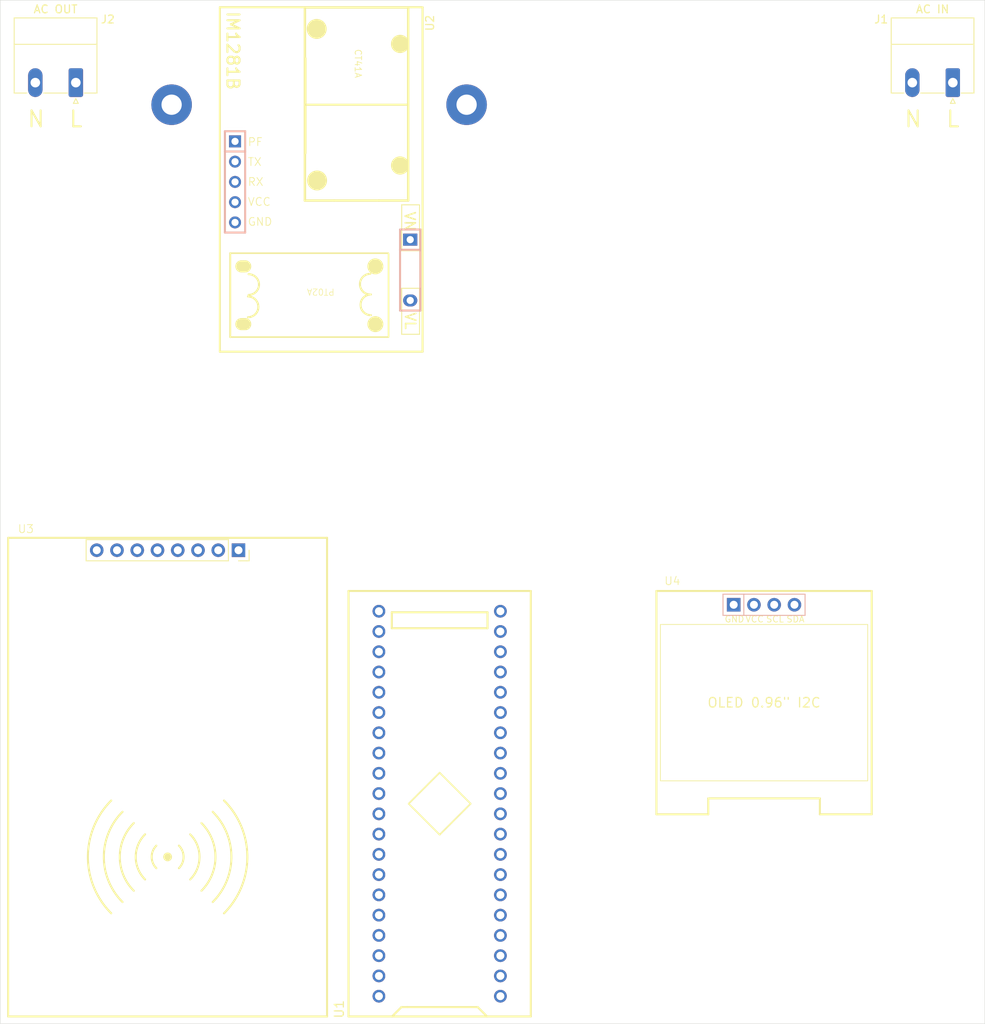
<source format=kicad_pcb>
(kicad_pcb
	(version 20241229)
	(generator "pcbnew")
	(generator_version "9.0")
	(general
		(thickness 1.6)
		(legacy_teardrops no)
	)
	(paper "A4")
	(layers
		(0 "F.Cu" signal)
		(2 "B.Cu" signal)
		(9 "F.Adhes" user "F.Adhesive")
		(11 "B.Adhes" user "B.Adhesive")
		(13 "F.Paste" user)
		(15 "B.Paste" user)
		(5 "F.SilkS" user "F.Silkscreen")
		(7 "B.SilkS" user "B.Silkscreen")
		(1 "F.Mask" user)
		(3 "B.Mask" user)
		(17 "Dwgs.User" user "User.Drawings")
		(19 "Cmts.User" user "User.Comments")
		(21 "Eco1.User" user "User.Eco1")
		(23 "Eco2.User" user "User.Eco2")
		(25 "Edge.Cuts" user)
		(27 "Margin" user)
		(31 "F.CrtYd" user "F.Courtyard")
		(29 "B.CrtYd" user "B.Courtyard")
		(35 "F.Fab" user)
		(33 "B.Fab" user)
		(39 "User.1" user)
		(41 "User.2" user)
		(43 "User.3" user)
		(45 "User.4" user)
	)
	(setup
		(stackup
			(layer "F.SilkS"
				(type "Top Silk Screen")
			)
			(layer "F.Paste"
				(type "Top Solder Paste")
			)
			(layer "F.Mask"
				(type "Top Solder Mask")
				(thickness 0.01)
			)
			(layer "F.Cu"
				(type "copper")
				(thickness 0.035)
			)
			(layer "dielectric 1"
				(type "core")
				(thickness 1.51)
				(material "FR4")
				(epsilon_r 4.5)
				(loss_tangent 0.02)
			)
			(layer "B.Cu"
				(type "copper")
				(thickness 0.035)
			)
			(layer "B.Mask"
				(type "Bottom Solder Mask")
				(thickness 0.01)
			)
			(layer "B.Paste"
				(type "Bottom Solder Paste")
			)
			(layer "B.SilkS"
				(type "Bottom Silk Screen")
			)
			(copper_finish "None")
			(dielectric_constraints no)
		)
		(pad_to_mask_clearance 0)
		(allow_soldermask_bridges_in_footprints no)
		(tenting front back)
		(pcbplotparams
			(layerselection 0x00000000_00000000_55555555_5755f5ff)
			(plot_on_all_layers_selection 0x00000000_00000000_00000000_00000000)
			(disableapertmacros no)
			(usegerberextensions no)
			(usegerberattributes yes)
			(usegerberadvancedattributes yes)
			(creategerberjobfile yes)
			(dashed_line_dash_ratio 12.000000)
			(dashed_line_gap_ratio 3.000000)
			(svgprecision 4)
			(plotframeref no)
			(mode 1)
			(useauxorigin no)
			(hpglpennumber 1)
			(hpglpenspeed 20)
			(hpglpendiameter 15.000000)
			(pdf_front_fp_property_popups yes)
			(pdf_back_fp_property_popups yes)
			(pdf_metadata yes)
			(pdf_single_document no)
			(dxfpolygonmode yes)
			(dxfimperialunits yes)
			(dxfusepcbnewfont yes)
			(psnegative no)
			(psa4output no)
			(plot_black_and_white yes)
			(plotinvisibletext no)
			(sketchpadsonfab no)
			(plotpadnumbers no)
			(hidednponfab no)
			(sketchdnponfab yes)
			(crossoutdnponfab yes)
			(subtractmaskfromsilk no)
			(outputformat 1)
			(mirror no)
			(drillshape 1)
			(scaleselection 1)
			(outputdirectory "")
		)
	)
	(net 0 "")
	(net 1 "/PA3")
	(net 2 "unconnected-(U1-PB11-Pad36)")
	(net 3 "unconnected-(U1-PA8-Pad5)")
	(net 4 "/PA4")
	(net 5 "unconnected-(U1-PA0-Pad25)")
	(net 6 "unconnected-(U1-VBAT-Pad21)")
	(net 7 "unconnected-(U1-PA12-Pad9)")
	(net 8 "GND")
	(net 9 "/PB7")
	(net 10 "unconnected-(U1-PB3-Pad11)")
	(net 11 "unconnected-(U1-PB13-Pad2)")
	(net 12 "unconnected-(U1-PA15-Pad10)")
	(net 13 "5V")
	(net 14 "/PB8")
	(net 15 "unconnected-(U1-PA2-Pad27)")
	(net 16 "/3V3")
	(net 17 "unconnected-(U1-PB1-Pad34)")
	(net 18 "/PA6")
	(net 19 "unconnected-(U1-PB12-Pad1)")
	(net 20 "unconnected-(U1-PA1-Pad26)")
	(net 21 "unconnected-(U1-PC13-Pad22)")
	(net 22 "/PB6")
	(net 23 "unconnected-(U1-PB5-Pad13)")
	(net 24 "unconnected-(U1-PA11-Pad8)")
	(net 25 "/PA5")
	(net 26 "unconnected-(U1-PC15-Pad24)")
	(net 27 "unconnected-(U1-PB15-Pad4)")
	(net 28 "unconnected-(U1-RESET-Pad37)")
	(net 29 "/PB9")
	(net 30 "unconnected-(U1-PB4-Pad12)")
	(net 31 "/PA7")
	(net 32 "unconnected-(U1-PB14-Pad3)")
	(net 33 "L")
	(net 34 "unconnected-(U1-PB10-Pad35)")
	(net 35 "unconnected-(U1-PB0-Pad33)")
	(net 36 "N")
	(net 37 "unconnected-(U1-PC14-Pad23)")
	(net 38 "unconnected-(U1-PA10-Pad7)")
	(net 39 "/LOAD_L")
	(net 40 "unconnected-(U1-PA9-Pad6)")
	(net 41 "unconnected-(U2-PF-Pad1)")
	(net 42 "unconnected-(U3-IRQ-Pad5)")
	(footprint "!Rayine_Components:RFID_RC522" (layer "F.Cu") (at 62.5 121.5))
	(footprint "!Rayine_Components:STM32F103C8T6 Blue Pill" (layer "F.Cu") (at 96.62 124.83 90))
	(footprint "!Rayine_Components:OLED_12864_IIC_0.96" (layer "F.Cu") (at 137.31 112.16))
	(footprint "Connector_Phoenix_MC_HighVoltage:PhoenixContact_MC_1,5_2-G-5.08_1x02_P5.08mm_Horizontal" (layer "F.Cu") (at 50.985 34.4325 180))
	(footprint "Connector_Phoenix_MC_HighVoltage:PhoenixContact_MC_1,5_2-G-5.08_1x02_P5.08mm_Horizontal" (layer "F.Cu") (at 160.985 34.4325 180))
	(footprint "!Rayine_Components:IM1281B" (layer "F.Cu") (at 69 24.9588 -90))
	(gr_rect
		(start 41.5 24.1)
		(end 165 152.4)
		(stroke
			(width 0.05)
			(type default)
		)
		(fill no)
		(layer "Edge.Cuts")
		(uuid "432f1e3d-c323-45e6-b5fc-35c1d30098cf")
	)
	(gr_text "N"
		(at 46 39 0)
		(layer "F.SilkS")
		(uuid "48076f8f-f1e8-4115-aca6-39970f3b6604")
		(effects
			(font
				(size 2 2)
				(thickness 0.25)
			)
		)
	)
	(gr_text "N"
		(at 156 39 0)
		(layer "F.SilkS")
		(uuid "6e04d1d3-7126-48d9-a3d1-4a90ae8af2e4")
		(effects
			(font
				(size 2 2)
				(thickness 0.25)
			)
		)
	)
	(gr_text "L"
		(at 161 39 0)
		(layer "F.SilkS")
		(uuid "9dbaeb14-d8a6-4ed1-95f3-d4df6e77c9bf")
		(effects
			(font
				(size 2 2)
				(thickness 0.25)
			)
		)
	)
	(gr_text "L"
		(at 51 39 0)
		(layer "F.SilkS")
		(uuid "c7cd84ac-97db-4254-a23d-219e996459e7")
		(effects
			(font
				(size 2 2)
				(thickness 0.25)
			)
		)
	)
	(embedded_fonts no)
	(embedded_files
		(file
			(name "IM1281B电能计量模块技术手册V1.8.pdf")
			(type datasheet)
			(data |KLUv/aDnpRIA/FcPjIUeJVBERi0xLjUNJeLjz9MNCjE4MzYgMCBvYmoNPDwvTGluZWFyaXplZCAx
				L0wgMTE0NjE5MC9PIDE4MzgvRSAzMjYxNjIvTiAxMy9UIDExNDU0NzIvSCBbIDUzMyA1MTldPj4N
				ZW5kb2JqDSANCjE4NTlEZWNvZGVQYXJtczw8L0NvbHVtbnMgNS9QcmVkaWN0b3IgMTI+Pi9GaWx0
				ZXIvRmxhdGUvSURbPDgwNDc0Q0Q1OEI1NUQzNDA5OTQ1REQwOTkyMTBBODJDPjw0RkM3QTA3QkRG
				RTE2RDQxOUI3MTdBRjhEMjI1MkQ2Qj5dL0luZGV4WzQxXS9JbmZvIDE4MzUgMCBSL0xlbmd0aCAx
				MTcvUHJldjMvUm9vdCAxODM3U2l6ZSAxODc3L1R5cGUvWFJlZi9XWzEgMyAxXT4+c3RyZWFtDQpo
				3mJiZGAQYGBiYGDhAZEMM0EkUx+IZN4FJtlBJCNYnDERRLLygdWkgUiVNjBbBURyRYNNMAOr3Aci
				wxYBScbycBDb6yyInKwMJJmPmYPYNtlgvZJgM/WB5B92oF5GBvbdYHMYGGlC/mf4/ewjQIABAFrJ
				EWsNCmVuZHN0YXJ0eHJlZg0KMA0KJSVFT0YNCjc2QyA1NDcgNTcwNDIzL08gNTMxL1MgNDMxYGBg
				ZmBgWsfAysAgcoZBmAEBhIFirAwsDByTGAQaGASOtDDMEVJ+P4WRpfWJkcg9oAKlE4yJSguSXxr0
				O2h4Oc7TKC3Ojrq2dW02wgiV40eMQ14G3WhPD98cJ3+lSXLj5q9a0YJz484W/z3w57AYR91brWtR
				33Tlyu1kJJLUy0p2R2bLba3u+FGQ2DH35qW3qWuqrr5TfniwTak83XvrtI2vw3c0oGhjMhT+Yfh7
				y+rI7BtbKu/8cHNMOP7u0tLNvqfvvlNQFrRvlt/ttXXa3m73uQc6mv/xALVl3fjzuqO8ybGe2ez8
				Vd03bqXvLHUZGMQ7gADoXqEKEKOjAchkL++AACQ2aUwlcziTSR3OFMTKZBCHMgkEMVDIjYHvYTOQ
				FgViBXAomzEIMYQxWDiwuzAmM3gdsG3gOKASwGDdsCgAKNkhGs1eJKgWM+ntxgbnwwHMPSw/GdQb
				+BOMtzDIMWsz6KjvqWGYxZDhwLmB04V1JjTeAhkEfisDaUYGBpZoIB3EIPC/DkgLMjBk+YDFWX8A
				qVQGwUoPiDJGS4AAAwA+IsICTWFya0luZm9lZCB0cnVlPj4vTWV0YWRhdGEgOTlPdXRsaW5lcyAx
				ODFQYWdlTGF5b3V0L09uZXMgMTgzMlN0cnVjdFRyZWUyMjBDYXRhbG9nMTgzOG9udGVudHMgMTg0
				M0Nyb3BCb3hbMC4wIDAuMCA1OTUuMzIgODQxLjkyXS9Hcm91cCAxODdNZWRpYVBhcmVuM1Jlc291
				cmNlb3JTcGFjZTw8L0NTMCAxODZDUzEgMTg2MTIyPj4vRXh0R1N0YXRlPDwvRzNGb250PDwvQzJf
				OC9UVDAgMTg3VDEgMTg3MjI0WE9iamVjdDw8L0ltMCAxODRJbTEgMTg1NDI2Mzg+Pj4+L1JvdGF0
				ZSAwcyAwL1RhYnMvU1BhZ2U5Rmlyc3QgMTQ0ODU1L04gMTZPYmpTdG28Vutu2jAUfhX/bFV1jp04
				F6lCglBoplG6pnfUHy64EA0SlBipPMPeYe+0F9p27IRLUi4r0qYozfG5+3yfTYlrG8hAxLUJovpL
				kaW/JnL010LEtpXAECWuEmxkgTcIDmIeU4KLbEMLHnJ0Fgj1mKUEcDRNZXMoIgyyggR/POooyYKc
				TFshu2N5qIcD32/wTAxAadnQ2vVzWecsdPFAvGkVNAMqvQvL1dazM1wPQvTKx5nAjQ6+TNIJH2O/
				jsgnA3evCkv3qoMIDutIpjOBww7PvoFrLPDNfCrw+Ztsh5JLgftcxyXTPK5Wg/zddCDSKB4eBQMR
				y0jOj/G1GEaZTOdH9UHyIo5xOJtOx2ICZmTomHrWVwuXedgPmqGQqmNPdYx9Pr0Q0XAkke26uCly
				z1OYGG6N+TBDFm4lsWw0krfeKaHagjzPVsmetanFJ9F4fvTr94+f3fA4V0VjAVN3maFrKNUlnwh8
				+fQ5fHg8CaMJ1NTqUKZC9keLQSnVfd6OZRg4kHwc9evxcCyQgUMpJnfIsfMpKVfVbhpNZZLih2IX
				FnP0lhVsyqVSU21/nkGiIH5NcpbpKQTNm6QdNDt8ihdzxc17RAzoolwpZ6QKCmcvUnUCwcpFdUVX
				vdVqPU3ZghZb+skHPuAwMzBmOblV8vO4nwwA5mU7pxfLgqqGgW+S2zgCJ6HAzAe9VnyFOjGovQ6z
				SVcwm4QWMIN2hTMzTG1DhKozCQlKUPuAyksaVbAmZay/dDvtO/+k8D0QbNfYDbZdAbtSdDnE+yiu
				x1m0XLeiNJP+iKeLfZfxzY/GF174EOKtZg8nVrdUGj8pjx/qDeQo61Gq8N/2UEaR6dqIGc5fvdR2
				d2Q77LGoiRhlxUpJlHrFyvE8rXMKD1NfGepS1VbCnt9dLvsukxLLPnyb0DLD2rd3D83O/71NyjUP
				5JdDKvyi1h5+0c38YsZmVBf69W/Zd3NkVbtab/LfVv2wB7Lt5JO1xieLLPi0/uvkaou+szfwqff9
				HZ/MMp++Pj12glBhG87iA/nE9vHJLPOpXPNQPpkVPjnOHj5Zu/i0nT0L6dB3U9Z/+W5m9Gavasxu
				r22aj58LTddDHxWcnxo/XP5DikNAncfZlKci7s9rtT8CDACcYhZUNDA0N0iJXJLbiqQwEIbvfYpc
				zlwMJiYxEaTBJAp9sQe2dx/A1nSPMK2Sti/67beqHGZhAwoff53+pHJ/DMd52lj+My3DKW7sMs1j
				ivflkYbIzvE6zZko2DgN2yfRf7j1a5ZD8ul53+LtOF+WrK5Z/gvE+5ae7KUZl3N8zfIfaYxpmq/s
				5Y8/vbL89FjXj3iL88Y4OxzYGC9Q6Fu/fu9vkeWU9nYcQZ+25xvk/Iv4/VwjK4jFPsywjPG+9kNM
				/XyNWc3hHFjdwTlkcR7/0yXf086X4b1PWa0s1xBeCQ/htWh4CVTKwIF4w1sgLYMFkkZKIMu7gJpS
				Cki1EEJUEQlJpPlODVDBtcGaTSGQXOmAjJYaI53x2EGrEjVrAmqFMjhLa7B7aRV2F9YKpEI5jJQ7
				BSJeWUdzaqoZLFbRRmMVqRuc03QlzimFQ3/GWfJnfIGRwnrsoD3ldRV1FwE9aFehB64D9lNdhf2U
				COjIukaQ2xDIbWN2rdu1CvvZFm/XFg3drmtRK6Eo+evorq3f77rDmlp5rCnbDh1Z6zU94udr4XPC
				1rGvXRkeKcGa0GrSfuBmTHP82t51WRlk4Zf9FWAALgTD5jEzM2rDMAyG7/0UumwvSk6t3UIIlB4g
				FzuwbA+Q2EoXWBzjpBd5+1lR6WCGxJ+R/h/JcnQqz6XtJoje/aArnKDtrPE4DnevERq8dVYkKZhO
				T4/T8td97UQUxNU8TtiXth1EnkP0EYLj5GdYHc3Q4FpEb96g7+wNVl+nag1RdXfuB3u0E8RQFGCw
				DUYvtXute4RokW1KE+LdNG+C5i/jc3YI6XJOuBg9GBxdrdHX9oYij8MqIL+GVQi05l883bKsafV3
				7UWeUnIchy3whflCfGUOJnnGORnlZAlzQpwyp8QZc0a8Zd4S75h3xJJZEitmRbxn3hMfmA/ER+Zj
				YMn+kvwl+0vyl6yVpJWslaSVZ+YzMfciqRfFvSjqRXH9iupX7KnIU3FtYaMLfNwUXWWYODznpO/e
				hxEtz2KZDU2ls/h8OW5wEFT0iV8BBgCAVqUxMjI4MZHNboMwDMfveQof20MVYGxrJYS0Qidx2IfG
				9gCQGBZphCiEA28/J6k6aZYS/xz7HzkOr5q60coBf7ezaNHBoLS0uMyrFQg9jkqzNAOphLtGYRdT
				ZxgncbstDqdGDzMrCuAflFyc3WD3JOce94y/WYlW6RF2X1W7B96uxvzghNpBAmUJEge66KUzr92E
				wIPs0EjKK7cdSPNX8bkZhCzEaWxGzBIX0wm0nR6RFQlZCcUzWclQy3/59CrrB/HdWVZkvjhJyBGf
				I589XyJfiO/SwOSIs8iZ52PkI3Eez3N/np8inzzXkWvi+4fA5FjxWAUm55u8duPbpanCbRZitZbG
				EEYf3u9frjTefsfMBkjlF/sVYABu74brMzk2NrRX32/iRhB+918xj9Aq65nZ31IUCTC0qZTqoli9
				h+h0ooRLUynJlXBKT+of31nbAQOBnKXAA6zx55lvd76d/ZwPFsu7L9PZEk5P88FyOZ39Nb+B67x8
				/Aqf8uHw8V+4tk558M4rw2C1UdEaCOhV9AK5+vbn8vvXOeS/zqc38wXkZXX1YXp79zBd3j0+wNnZ
				sBhBNiyzfHSFMHsCBHiaPWR5WSIQlF8yVOwNlM8Q4QTldoQ6Z4hKQ3mf9aD7p1/+nWGK2auG+Yg/
				N9nYSYryJjvloRtqr7WhwpuAVoex5eCLs4QvS6rhvZ+3nt95jtF6LML2c/9tP0fD8YTGfvyj8Wk8
				cUQF6vFkqO3AoDERjUUaoENbEA79aDOWV7ZewTSwHBW3F7FfY5s067XWrOIOcFxm/2QepQxNrYmN
				ChLeoLIWFvPsIzwIJP9Finr7lFW3TYwxEKS4CZYuowGJ4mTA+CIjRM0GZvdZfn6PUDxml9n4QjSS
				f0gyvBidFxKg0c2l5EjxbLRKMwRDiWyT/kVUo6skqqvR7yIlSwaeIU2Um3pDuQAK9XTll6NXzoE3
				XghvTHibBB2PRC1wcsodpsBHpuCCVeYwBX1sCtYoPkzBHJsCa4WHKdgjU7CR3pKjOzYFh2/J0R+b
				gvSsN+QYjt4ZTAyvCvKyirpmEl+YEL703WpUzcR4rzy3gmz3llWHQzghZYKDstiHpQ5Y7oDVHbCm
				A9Z2wLoOWN8BGzpgV5Usf9oD4Q7l4mLz9pQ6VIk74y72po2VfZpP7m6/Lebrs2tVttQrUoug1Grl
				wNEeTgKzol0rk+5b7Q2J0U2bOsFQDIwj2eRKI6IP4oeiQo8YhFbtZOh1J6M3jnByLjU4jWK2HOhA
				4pIkrDFK67hLRYdERUwVxtpVWRV0clXSwZxYcYNI3kt5tHQ3gTluyHBNppWSnVXIq5TGqXCoWXpx
				+3WzpFazZKti0y/roWRXTkoeJWjV7M6bjvmOmVFhOpxnafWr0TPsIRPlAAstNte9i7505B7Jt+tx
				X2QTeqH117D/qfztfeiuDXxiaVd87X6+7KWc3OK799UCTVHgYOIpBEI/4rN3X+TXGVrtNhnud4kb
				BskEVlpIoU6OwiaNnGjZO69stqCC7Cjkeq9p2dhJ3z5CHUPeFeS9gbzs1Er4thG4XgtcFiodteR1
				ymnlrYdTnB/0Ai2R6VXR9KpoLXtgopAQlQmvUJ/sf5Bqyf1deOzYIqo6RStpOHpKDtJd2ym3bND/
				AgwADgBfNTQ1NDJc1M2K4kAUBeB9nqKW3Ysmmrp1bwtB8KcbXMwP48wDxKR0AmMSYlz49lMnp+mB
				EdQjSdX9PFDJd4f9oWsnl38f+/oYJ3duu2aMt/4+1tGd4qXtsmXhmraePn7Nn/W1GrI8LT4+blO8
				Hrpzn5Wly3+ki7dpfLinTdOf4nOWfxubOLbdxT392h2fXX68D8OfeI3d5BZuvXZNPKeNvlTD1+oa
				XT4vezk06Xo7PV7Smn93/HwM0RXz7yUxdd/E21DVcay6S8zKRXqtXfmeXussds1/163gstO5/l2N
				WVng5sUifaVcMBfIgTkgvzK/Iq+YV8hb5i3yjnmHvGfeI78xvyG/MydY6TnXY65fMi+RafAweM/s
				kYVZkGnzsHllVmRjNmSaPcyeZg+z3zBvkOn0cAo9Ao/QI/AIsE9Bn8I+BX0KnTI72aegT2Gfgj4D
				/QH+QH+AP9Af4A/0B/hzgFk5SzFLub9if+X+iv2V/Sj6UXai6ETZg6IHZQ+KHpQ9KHow9mDowegx
				eIweg8f/3fDfjQaDYYU9i8USti07SV84gB8nDUcxPTHc5zmv7+OYjvj8WJnPNk5128XPJ8/QDy6t
				wjv7K8AAUTMWNUJpdHNQZXJDb21wb25lbnQgOFs8PD4+XVsvRENUXS9IZWlnaHQgMTE5MTcyL1N1
				YnR5cGUvSW1hZ2UvV2lkdGggM//Y/+AAEEpGSUYAAQIAAGQAZAAA/+wAEUR1Y2t5AAEABAAAADwA
				AP/uAA5BZG9iZQBkwAAAAAH/2wCEAAYEBAQFBAYFBQYJBgUGCQsIBgYICwwKCgsKCgwQDBAMDg8Q
				Dw4MExMUFBMTHBsbGxwfAQcHBw0MDRgQEBgaFREVGh//wAARCAB3AW4DAREAAhEBAxEB/8QAvAAB
				AAMBAAUGBwQDAgEIAQABEAABAwMBAgUPCAcHBAMAAAABAgMEABEFEiEGMUFREwdhcYGRobEiMlLS
				kxQ0FRbRQnKisnNUVcFikiMzgxeCwsMkNUU2Q1OzROHTdBEBAAECAwIIDQQCAQUCAxEEBTEGIUFR
				cZGxEjJhgaHB0eEiQlJyghMzwkM0FWJTFvCy4nMU/9oADAMBAAIRAxEAPwD+qaBQKBQKCMym82Ex
				iiiXKSl3/sputfZSm9uzVdm9Vy+XnCuqO1ybZ8nneuxkrt3hpp4OVEHpJ3dv4sg9XQPOqs/5Tlf8
				+j1vZ/S3v8el9o6Rt21Wup5F+Vvg7RNfunefKTx1R4n5nRr/AIOlKY/ebBZBQRFmNrcVsDaroWT1
				ErCSasctquWvThRXEzybJ6JeS9kr1vhqpnD/AK5EnVg8pQKBQKBQKDin5rFY9aETZKGFLF0Bd9oG
				yvJmc/ZsTEXKopmX3tZa5cjGmMXL8XbtfmDXbPyV5v7rKf7KX1/r7/wyl6tHjAVBG5/ePC4CEJuW
				kpjMqWG2xZS1uOK8VDbaApa1HkSKCAPSfi2Uc/PxGZx8EbVz5MB1LKE8SllOtaU9Up69BZffOJ91
				e9vXGfdfN8967zieZ5u19eu+m1B2UFa3y3rXhGmmYyErmPgqSV7UoQNmogcN+KqDXNYnKRFNEY3K
				uXihaabkIvzM1d2Fbw3SNk0zW0ZPQ7FcUErWEhCkA/OFthAqhyO896LkRewmifBhMLPM6NbmmZt4
				xV1tJreswqG/W9jmNQMfBVpmOp1OujhbQeC36x7lZfeHWJsR9q3Ptztnkj0yudKyEXZ7dfdjy+pm
				alKUoqUSpSjck7SSa5/MzM4y1MRg/KBQKC3bqb8S4TzcTIuF6CohIdWSVtdW/CU9TtVptH3grtVR
				RdntW+WdtPqU+f0umuJqojCrraclQUApJuk7QRwEV0GJxZWYKkKBQKBQZz0o+3wfulfarCb2/lo+
				WetpdC7lXOpNZJet8rtDnpTlm5XGwSgTJLccuXKA4oJvbhteg5hvPu8SAMjHJOwDnE0EnQzec0cl
				k99d4HlkvbvRnsbhLEpMZaYaZD76PJcWt0ALG3SmwNEs7xG8mUexm7beBzWel76zVtrkQpbj70J1
				jUrnlkSQWygJT4yTy1A0zFYDFR9687ue4wh7d+WzDzkbHkfumXTIUHGwnyFOx0uafF4RwGpQ0Cgp
				vSBu3OyIYnQkF5xhJbdZT4xTe4KRx2uayu8ml3L/AGbluO1NMYTHg8C70jO0W8aK+CJ41Sw26GZy
				ExDbkV2PHChzzzqSgBIO22q1z1qzOR0XMXrkRNNVNPHMxh18a4zOo2rdMzExM8URwtfrqDGMT3gl
				rmZubIWblbywm/ElJ0pHYSBXJNSvTdzFdU8dU9HF5G6yluKLVNMcjyxONfyWRYgs7FvKtqPAkDap
				R6wF6+eTytWYu026dtT9Zi9Fqia54mu4fdrEYppKYzCS6B4UhYCnFHl1cXWFdOyWlWMtTEUU8PxT
				tY7MZ25dn2p4OTiSTrLTyCh1CXEHhSsBQPYNe+uimqMKoxh5aapicYnBn+/m6cCHE95wEBkBYS+y
				nxLK2BSRxbeKsVvDo1u1R961HZ4eGOLh44aLStQrrq+3Xw8kqLWOX7XNxJzkvduPzh1LYKmCTyIP
				g9pJArpu72Ym7lKcdtPs9GzyMdqtqKL84cfCsFXauKBQKBQZz0o+3wfulfarCb2/lo+WetpdC7lX
				OpNZJet8rtDnpTPOlX2jHfQd76aCjx/aGvpp79EN7onPd7MfkMLPzc9ll2Tu/vLG5jLCM2Xn4ckN
				FhMtLKbFxst25wJ23F+WgqLzm4Qwm6bOK3n9Yz+7C7wFwobsiTISf4jBiJUFp5zYPCVs28tQldMb
				G3sjMZjfKRjQ9n8h6umJhOcTrZx8dy/M6/F55SFuLPFqsKlC+UFL6R8pkYPu71OS5H5znuc5tRTf
				Tzdr25L1k96M3ds/b+3VNOPaxw+leaNYoudvtRE4YedS/ifeL8xkekVWT/ts1/sr6V5/8Nn4Kehs
				rBJZbJNyUgk9iuq25xpjmYmrbLDsh7fJ+9X9o1yDM/lq+aetvLPcjmhP9Hf/ACVv7pzvVdbs/wAu
				PllX6x+CeeGq10hkX4taEJKlqCUjaVE2AqJqiIxlMRM7FB3+3qgSYfuuC4HypYU+6nagBO0JB4zf
				krF7x6vauW/s257XDwzxcHE0Ok5Cumr7lcYcihVjGga3uHCci7tsc4NKn1KeseRRsntpANdM3dsT
				bylOO2rGrp2eRj9VuxXfnDi4FhJttPBV4rVL3i6RGIq1xsUlMh5OxUhX8MH9UDxu916yep7zU25m
				izHaq+Li8XL1c68yejzXHaucEcnH6lLm7z5+Yol+c7pPzEKLaf2UWFZO/q2Zuz7VdXi4I8i7tZGz
				RspjrcYyOQBBEp4EcBDivlrzRmrse9V0y+/2aPhjod0TeveKKoFqe6oD5riucHWsvVXrs6xmrey5
				V4+Hree5kLFe2mPFwdSZ6QX1v+6H3La3YoWu2wXVYmrXeS5Nf2ap2zbxeLSKYp+5EcVSoVmFy3yu
				0OeovO7yYzCshcpd3VC7UdG1auxxDqmgz3K9IeemKKYyhCZ4kt7V26qz+i1BX38lkX1an5Tzp5Vu
				KV3zRD6Yy2UjkFiY80RwaHFDvGgsGL6Rs7FUEy9M1njCwELt1FpHfBoloOC3jxmaYLkRdnE/xWF7
				Fp644x1RQSdB8uutMtqddWENoBUtajYADhJJoKFnukspWpjDtggbDKdHD9BH6VdqgqEveLOzFEyJ
				zyr/ADQspT+ymye5QcYlygrUHlhXKFG/fohIwt6t4YagWZzpA+Y4rnE9peqiV23d6RY0xaY2USmM
				+rYl9J/dKPVv4neoLnQZ50q+0Y76DvfTQUQEggg2I2g0Qk/ijeL8ykekVQMGo7lypMrdqG/JcU88
				vnNbizdRs6sC5PUFEvreDejGYRoesK5ySoXbjI8c9U+SOqaDPsp0gbwTVEMuCGyeBDPjdlZ8LtWo
				IF7IT3lanpLrijtJWtSj3TRD0j5jLRiCxMfaI8lxQHavQWLFdJGZjKCZqUzWeMkBDgHUUkW7Yolo
				OGzuNzEbn4bl7fxGlbFoP6woJDSASQNp4T1qBQKCg9Kn+1/z/wDDrF73/tfX+lodB9/6fOoNYtoW
				8R/Z2voJ71dltd2OZz+vbLD8df8AJUfdOd6rrdj+XHyyrtY/BPPCOz06anO5FKZDiUplPAALUAAH
				FdWvDqOYuRmbkRVV36uOeWXpylqibVHBHdjqRzsmS6AHXVuAcAUoq79eCu7XV3pmfG9VNFMbIweV
				fh+knu7HxL+UaRlHuZi3udmxR4kqV80HjNe/TLdiu9EXquzR1+CZ4ud5c5XcptzNuMam0ICAhIQA
				EAAJA4LcVrV1imIiODYxE448Kl9Iu8TkZpOKjK0uPp1SVg7Q2dgR/a4+p16ye82pzbpixRPDVHtc
				3J4+rnXmj5OKp+5VsjZzs4AvsHDWEaVc8H0cS5TSX8k6YqFbQwkXdt+tfYnu1qtP3XruRFV6exHJ
				x+ryqTNazTROFEdrw8SdPRpu8U25ySD5WtN/sWq5ndXK4ba+mPQr/wC7vclPR60TkujB5KSvHSw4
				RwNPDSewtOzuVW5rdOqIxtV4+Cr0+p7LOuRPBXThzOPf9lxlOHZcGlxuIELHDZSbA8FeTeOiaPs0
				zti3g++k1RV9yY2TUqNZlcNtzuXZxOMemujVoFm0eUs7Ep7ddoc9YxkMhLyEtyXKcLjzhuongHIA
				OICiHdu9uzkM2+UxwG2Gz++kL8VPUHKrqUSvMXoywbaB6w68+5xm4QnsAAnu0H5M6McK4g+rPPR3
				OIkhxPZBAPdoKJn93chhJIalJCm135l9PiLA7xHJQcmOyErHzG5cVZQ80bg8RHGDyg8dENpwuUZy
				uMYnNbA6nwkeSobFJ7BolRekfeFx2V7nYVZlmypRHzlnaE9ZI7vWoKQlJUQlIJUTYAcJNEL1gujR
				bzKH8s6pnVYiM3bWB+uo3sepaiU6vo53ZUjSG3Unyw4b9247lBWs/wBHMuGyqTjXDLaRtUyoWdA5
				RbYruUFMohpXRzvE5KYXipS9TsdOqMonaW+Ap/s8XU61EuHpV9ox30He+mgozSAt1CDwKUAeyaIa
				T/S7Efi5H1PNok/pdiPxcj6nm0ElMfi7o7sBtpRdLOpEYOWupxxSl7bW2C5PWFBk8uXJlyXJMlwu
				vunUtauEmiEru5upkc4sqaszFQbOSVi4vyJHzjRK7xujPAtoHPOPvr4yVBI7AA/TQeU3oxxDiD6o
				+7Hd+bqIcR2RZJ7tBQ83gshhpfq8tI8La06nahaRxpP6KDzxGVl4uc3MiqstB8JPzVJ40q6hohtO
				MyDGQgMTWP4b6QoA8IPAQesdlEumgUFB6VP9r/n/AOHWL3v/AGvr/S0Og+/9PnUGsW0LeI/s7X0E
				96uy2u7HM5/Xtlh+Q9vk/er+0a5Bmfy1fNPW3lnuRzQn+jr/AJKjfy4+WVdrH4J54W2Z0d4SXLfl
				OPyQ5IcU6sJU2EhS1FRtdB2ba01/dnL3K6q5qrxqmZ2xx8Pwqi3rF2imKYinCIw4/S5nOjDDEfu5
				UlJ5VFtXeQmvhVunl+KqvyeiH0jXLvHFPl9Ks7y7kTcOz6024JMMEBSwNKkX4NSbnZ1b1ntV0C5l
				ae3E9ujyxzrXJanTenszHZqVqqFZtQ6Ocq7LxDkV1WpcJQSgnh5tYukdgg10PdjOVXbE0Vbbc+Sd
				nnZXWbEUXIqj3utRt7JKpG8eQWo30vKbHWb8D+7WO1m7NebuTPxYdHB5l9p9HZsUx4Menhde4UFq
				XvGzzoCkMJU9pPAVJ2J7RN69W7uXpu5untbKYmro2Pjqt2aLE4cfA1qumMeUCgznpR9vg/dK+1WE
				3t/LR8s9bS6F3KudSayS9X/pUlKDWPig+CpTjqxt4UgJT9pVdoc9Z7RDbN2ce1AwUOOgWPNpW4eV
				axqUe2aJSdAoIPfWEzK3bmBwAqZRzzauMKRt2dcXFBjlENK6LZClY2ZHJulp4LT1Nabf3KJZ9k5C
				5ORlSFm6nXVrPZUTRCw9HONbl54vujUiG2XUg/8AcJCU9q5NEtVoFAoMf35gsw95JKGQEtuhLukc
				AKxdXduaDn3SkqjbyY9aTbU8lo9UO+B/eoLL0q+0Y76DvfTQUeP7Q19NPfohvdElBnfSnJUZMCLf
				wUoW6R1VEJH2aCiUQ3PD49rHYyNDaSAlpACrcarXUo25Ttol2UCgrfSBCZkbtPurA5yMUONK4wdQ
				SR2QqgySiGo9GUhTmAdaUb8zIUEdRKkpVbtk0St1w1WukMkUEdvGhK938kFC49WeNjyhBI7orw6n
				ETlbmPwVdT05OcL1HzR1sUrkrcr90V/7p/I/xK2m6H7v0fqZ7Xvc+rzK7vpBVE3kmAiyXlc+g8oc
				2n61xVFruXm1m6+Sqe10+vFZaZd7dinwcHQ+N0cq3jM7HkPHSwq7TyuRKxa/YNjX50XORl8zTVV3
				dk+N+tQy83bM0xt2w2NKgoBSTdJ2gjgIrqUTixUwVIEgC52AcJoMi31zDeUzji2Vao8dIZaUOBQS
				SVK7KibdSuYa9nozGYmae7T7MenpbLTMtNq1ET3p4UbhoK52VixEC5dcSFdRN7qPYSCa8GRy83r1
				FEe9VHr8j05m7Fu3VVyQu/SjAW5Chzki6WFqbc6zgBB7ae7XXmEZxRDYNycw1kcEwkK/zERKWX0c
				Y0iyVf2kiiU/QKCtb/5VqFgHY+r/ADEz902jj03us9a2zs0GS0Q1Po1gLj4JchYsZbpWi/kJGkd2
				9Eswke0O/TV36IXTos/1Cd90n7VEtHoFB+LWhCFLWQlCQSpR2AAbSTQYvvVlUZTOyZbX8EkIZPKh
				A0g9m16D33JhrlbzQgkeCyovLPIGxcfWsKCf8f2hr6ae/RDe6JKCgdKcBd4U9IugamHDyHxkdvwq
				DP6IbRurmWsrhmHkqHPNpDchHGFpFvrcIolL0CgqXSPlWo2FMEK/zExSRoHCG0KCio9kAUGW0Q1r
				o9gLibuNrWNKpS1P2PDpNkp7YTeiVloFBQelT/a/5/8Ah1i97/2vr/S0Og+/9PnUGsW0LeI/s7X0
				E96uy2u7HM5/Xtlh+Q9vk/er+0a5Bmfy1fNPW3lnuRzQn+jr/kqPunO9V1ux/Lj5ZV2sfgnnhqtd
				IZIoODeD/Qcl/wDlf/8AGqvFqX8a5/66v+2Xoyn5qPmjrYlXJG6X7or/AN0/kf4lbTdD936P1M9r
				3ufV5kzvvu0rLwUvRk3nRgS2ny0nhR1+MVa6/pU5m32qPyUbPDHJ6Hi0zO/Zrwq7lXkZStCkKKFg
				pUkkKSRYgjhBFc3mJicJ2tbE48MJzC75ZrEoDLSw9GTwMPAqA+iQQR27VbZDXMxlo7NM9qjknzPD
				mdNtXpxmMKuWE+npUc0WVjQV+UHiBfraD36u43vnDht8Pzf+KunQYx7/AJPWhc3vxmco0pi6Y0ZY
				stpq91DkUo7e1aqnP7wZjMR2e5RPFHHzy92V0u1anHvVeFXao1k0vcLdZ2Ag5KajTKdTZho8KEHh
				J5FK7grfbu6RNmPvXI9urZHJHpll9Wz8XJ+3R3Y2+Fap8GPOhvRJCdTLySlY7xHVB2itUpWN7wbv
				TsLMLL6SplRPMPgeCtPy8ooObG5SfjZIkwniy6NhI2gjkUDsIohbI3SlkUoAkQmnVD5yFKbv2Dro
				kldKWRWgiNCaZUeBS1Kct2BooKjkMlOyMlUmY6XnlbNR4hyADYB1qISG7O7cvNzQ2gFERsgyX+JI
				5B+seKiWxx2GY7DbDKQhppIQ2gcASkWAoMHke0O/TV36IWzo8JBy5BsRFJBHZolw4vfzeGBZCnhL
				ZHzJF1HsLuFd2gmf6qSdP+nI1cvOG3a00EDnN8s1l0Fl5aWYx4WGQUpP0iSSe3agg0pUpQSkEqJs
				ANpJNENW3F3ZXiYSpMpOmdKA1IPC2gbQnrnhNEuTpNxbsjHR5zSSr1RSkugcSHLeF2CkdugzOiFr
				jdJW8TLKW1JYfKRbnHEK1Hr6VJHcol6/1Qz/AOHifsOf/ZQXDHEbz7qIVkEISqWFhXNggJUhxSUq
				TqKjcaQeGgy/N4Odh5io0pGzaWnR4q08qT+ig+MVmMjipHPwXi0s7FjhSociknYaIWuP0pz0pAkQ
				WnFcZQpSO4ddEviX0o5NxBTGiNMKPz1EuEdbxRQVKdOlzpK5Mt1Tz6/GWrvDkFEJfdPdeRmpoUtJ
				Tj2VD1h3gvx6E9U9yiWvttobQltCQlCAEpSNgAGwAUH7QKCr777tZHN+peplser87znOKKfH0WtY
				Hyazuv6VdzfY+3h7Paxx8OHoW2l52ix2u1jw4edVv6bbxeVH/bV5tZz/AItmuWjp9S1/urP+XR62
				ntJKGkJPClIB7ArodEYUxDK1TjLMZfR/vE7KecQhrStxSk/vBwEkiufXt281VXVMRThMzxtVb1ex
				FMRw7ORLboboZnF5lMuWlsMhtaSUrCjdQ2bKstE0TMZfMRXXEdnCeN49R1G1dtdmnHHFeq2KgKDl
				ysZyVi5kVq3OPsONI1bBqWgpF+3XmzlqblmuiNtVNUdMPrl64ouU1TsiYnys4/ptvF5Uf9tXm1g/
				+LZrlo6fU0391Z/y6PWtO5G7WRwnrvrhbPrHNc3zairxNd73A8qtHoGlXcp2/uYe12cMPBj6VVqm
				dov9ns48GPmWitEqUFn9zsTmCXVAx5Z/9hsC5+mngV3+rVNqOh2M17U+zX8Uefl6/CsMpqVyzwba
				eT0KZN6Ns8yo+rKalI+bZWhXZCrD61ZW/utmae5NNcdE+X0ru1rVmrvY0o87k70hWn1BV/ptkdvV
				XhnQM5/r8tPpej+zy/xdfodsTo53ieUOeS1GTxlawo9pGqvXZ3YzVXe7NHPPoxfG5rNinZjV4vSu
				GA3GxeKWmQ4TLmJ2pdWLJSeVKNu3qm9ajTt37OWntT7dfLPFzQpc3qly7GEezSsdXysKDxmwYk2O
				qPLaS8yrhQsXHXHIerQUrK9F7K1FzGSeavwMPAqSOssbe2DQQD/R5vQ2bIjoeHKhxAH1yig+Wuj/
				AHqWqyoqWx5SnWyPqqUaCexPReAsOZWSFJH/AEGL7eutQHcHZoLxDhRYUdMeK0lllHioSLD/AOTQ
				e1Bgkj2h36au/RC4dGjXPSMkyTYORwi/JqJFEvOb0ZZtpRMV1qSji2ltfZB2fWoOA7g72Xt6j2ed
				Z8+g7oXRnnHVD1lxmMjj2lxXYCdn1qC5YDcvEYdQeSkyJY/9hy3g/QTwJ7/VoJ6g+XG23G1NuJC2
				1gpWhQuCDsIINBSsv0ZRXnFO42R6vqN+YcBUgfRUPCA7dBCK6M94QqwcjKHKFq/SgUH5/TTeLyo/
				7avNoL9uvjJOMwUaDJKS8zr1lBunwnFKFiQOJVB2z8dByEcx5jKXmj81Q4Dyg8IPVFBScp0XAqUv
				GS9IPAy+DYf20+bQQT3R7vS2qyIyHR5SHUAfXKaAz0fb0uKsqMloeUt1sj6hUaCwYjowZbUlzKyO
				dtt9XZuEnrrNlHsAUF3jRo8ZhDEdtLTLYshtAsAKD0oFAoFAgkj2h36au/RC6dFn+oTvuk/aolo9
				wyRj55fcIjO21q+Yrl61ELh0YxpLM+aXWltgtJAK0lN/C6tEtDoPh15llOp1xLaSbBSyEi/JtoOO
				LncXIckIQ+lJjuc0srUkAmwN07do20CVncXHcjoW+lRkOc0goUkgGxN1bdg2UHpLysKNEVLU4HGk
				qS3+6IWSpagkAWPD4VB0POpZZcdXfQ2krVpBJskXNgOGg8RkoZx3vEOD1Tmue5z9S2qg+HstCZxq
				ci6pSIqkoUCUnVZ0gJunh4VCg7KDngzmJrS3WNWhDi2iVC3hNq0qt2RQekmSzFjuSH1aGWklbi7E
				2SOE2FzQfEiawzBcmk647TSnipG26Ep1XTy7KD6ZlNOxUSgdLLjYdBVsskjVt7FB+xpLEqO3IYVr
				ZdSFNrsRcHgO2xoPCflYUKI7KdWFNsp1KSggqt1Beg925LDgSULSdQuBcX27aD0HPLyOPh6PW5LU
				fnL6OdWlGq1r21EXteg5/iHAfmcT07fnUD57xcnjZilJiS2ZCki6ktOJWQOU6SaD6mwIU1oNTGES
				G0nWELAUNQBF7Hr0FcweG3VlOywmKgyOc1OQ5DSUuMCwGkJ8njBoPrNYLdth/HITCQHnZACI7KE3
				dTY69V/mJB1Gg6M9jcRDwqkjF8/Dbc595iOrmdOlBJdJSUXsE0EK4hpnBSHYePfxiJaoyedU+pwu
				NuOAEJ8NRT4J7tBO/A+7GnR6mrR5PPP27Wugi0SEN7nTEyEGWxGllhtpxah4CZKUoBWDq8Hr0Exk
				cTIKn5Zy8uOyAXFNoKNCEpFza6TyUFZ3Th5F1PqcjIyoTrrYmRkNqRpcadNyoak+MFHbQW+TKg4r
				Go95SSpn+Et94aisqB8YJHGOpQVUZ/CxsFlcajINvMKaeRjU2c1hLjZs2q6beCo2Sb8FB6SN48NK
				w0DHDItsMqbbRkTZznObSgakIsm3hEWJvQd+8GTx7+6a3YDt4WtphSmwpP7sOJSpI2BXi7KCEzjm
				4ZxEoQGUpmaP3JDL6TqvyqSB26D7nPbhe6XzGbCJwYUWFpZfSQ6EXSQrSAPCoLti3Vu4yI64dTjj
				LalqPGSgEmg83c5hWXFNO5CM24g6VoW82lQI4iCdlB8fEOA/M4np2/OoOyPIjyGUvR3UPMqvpcbU
				FJNjY2IuOEUHDxkQ4cnT6ww29ovp5xCV2vw2uDyUHj7mxH4GP6JHyUD3NiPwMf0SPkoHubEfgY/o
				kfJQPc2I/Ax/RI+Sge5sR+Bj+iR8lA9zYj8DH9Ej5KB7mxH4GP6JHyUD3NiPwMf0SPkoHkHtHgwo
				xKo8dtlStii2hKSR1bAUHtQV3ehWMLjYQpfv1I/yXqm2RfkVxc3y69lqDlxL78PLKd3kHN5KQlLc
				STcGPosCW0EbEL1eNfh4qCV3rjOP4CbofWxzTLriubt4YS2q6FXB8FXHQc2IwbbmDQ3OlOy40mO0
				S06QEt2SFDQUhJFuvxUFe93rOHayAmSwJM8NMXfc9mW7oTx8JSOGgnd5YEWBui/Fio0NIWydpKiS
				qQgkknaSTQe2WXJy8heGjIW3ESoDJy1ApGnYrmm721KULXPABQe+dxriorMqAkJnY085FSNgUkCy
				2dnEtOygkIUxqXCZloult5AWAoWIuOA35KCKwSxPyeQzCdsdzRFhr8ptm+pY6ilqNutQJH/Mof8A
				+J7/AMiaDrz+NeyOMcjsKSl8KQ40V306m1hYCrbbG1qCC3ll7yrwU1MnHsNMFshxxL+ogXG0J0i9
				B0vneqbjVwvUI7Lclksl4vlWlK06SrSE8hoLBEjiNEZjg6gy2lsKPHpAF+5QeTmKxbi1OOQ2FrUb
				qWptBJJ4ySKD5zpZZZZbDTKEttp8VCAEpFzc2AoPuoPCdE9bjKYLzrAVa7jKtCwAbkBXFfgoOPCx
				t34/ONYtTK3U/wAdSFhx0m//AFFXUrh5aDqySccuE4nI80IahZzniEo28Fyq1upQeMaFAj4hUZTx
				egFtepx5zUOZUCba/JCTYdSg4EYCIjGLaeych3GKQgjW6kISyjbp1pA8BSdh28FB25CJiZOKRHdd
				SzDVzYjOtrSgJIILRbVwX4NNB5O4qK3h5ETKTXH4zpuuRIWlBRcpCQFAJAsoAjq0Hj8OTuLNzrcV
				y2f7lA+HZ353N7bfmUHVIxjJwyoc6Y6tgAl+StYQpSArUQtQsAm3gnqUHbFEYRmhF0erBI5nm7FG
				m2zTbZag4MrjIk2WwRMXDyLaF8ytlaUuFskawUqB1J4OKg68fDdiR+ackuy1airnXrarHi8EDZQf
				WQbhuQn25pSIi0FLxWdKQkixuo2t16CJRuuNCebzORDdhoCX0kaeK3gGgloMQxIyWC+7JKSTzr6g
				tw3N9pATwUHv/9kAAAA2MTYvTiBiYGCc4eji5MokwMCQm1dS5B7kGBkRGaXAfp6BjYGZAQwSk4sL
				HAMCfEDsvPy8VAYM8O0aAyOIvqwLMgtTHi9gTS4oKgHSB4DYKCW1OBlIfwHizPKSAqA4YwKQLZKU
				DWaD1IlkhwQ5A9kdQDZfSWoFSIzBOb+gsigzPaNEwdDS0lLBMSU/KVUhuLK4JDW3WMEzLzm/qCC/
				KLEkNQWoFmoHCPC7FyVWKrgn5uYmKhjpGZHociIAKCwhrM8h4DBiFDuPEEOA5NKiMiiTkcmYgQEg
				wABJxjgvNzU3NC9OIDOclnlUU3cWx39vyZ6QlbDDYw1bgLAGkDVsYZEdBFEISQgBEkJI2AVBRAUU
				RUSEqpUy1m10Rk9FnS6uY60O1n3q0gP1MOroOLQW146dFzhHnU5nptPvH+/3Ofd37+/d3733nfMA
				oCelqrXVMAsAjdagz0qMxRYVFGKkCQADCiACEQAyea0uLTshB+CSxkuwWtwJ/IueXgeQab0iTMrA
				MPD/iS3X6Q0AQBk4ByiUtXKcO3GuqjfoTPYZnHmllSaGURPr8QRxtjSxap6953zmOdrECo1WgbMp
				Z51CozDxaZxX1xmVOCOpOHfVqZX1OF/F2aXKqFHj/NwUq1HKagFA6Sa7QSkvx9kPZ7o+J0uC8wIA
				yHTVO1z6DhuUDQbTpSTVuka9WlVuwNzlHpgoNFSMJSnrq5QGgzBDJq+U6RWYpFqjk2kbAZi/85w4
				ptpieJGDRaHBwUJ/H9E7hfqvm79Qpt7O05PMuZ5B/AtvbT/nVz0KgHgWr836t7bSLQCMrwTA8uZb
				m8v7ADDxvh2++M59+KZ5KTcYdGG+vvX19T5qpdzHVNA3+p8Ov0DvvM/HdNyb8mBxyjKZscqAmeom
				r66qNuqxWp1MrsSEPx3iXx3483l4ZynLlHqlFo/Iw6dMrVXh7dYq1AZ1tRZTa/9TE39l2E80P9e4
				uGOvAa/YB7Au8gDytwsA5dIAUrQN34He9C2Vkgcy8DXf4d783M8J+vdT4T7To1atmouTZOVgcqO+
				bn7P9FkCAqACJuABK2APnIE7EAJ/EALCQTSIB8kgHeSAArAUyEE50AA9qActoB10gR6wHmwCw2A7
				GAO7wX5wEIyDj8EJ8EdwHnwJroFbYBJMg4dgBjwFryAIIkEMiAtZQQ6QK+QF+UNiKBKKh1KhLKgA
				KoFUkBYyQi3QCqgH6oeGoR3Qbuj30FHoBHQOugR9BU1BD6DvoJcwAtNhHmwHu8G+sBiOgVPgHHgJ
				rIJr4Ca4E14HD8Gj8D74MHwCPg9fgyfhh/AsAhAawkccESEiRiRIOlKIlCF6pBXpRgaRUWQ/cgw5
				i1xBJpFHyAuUiHJRDBWi4WgSmovK0Rq0Fe1Fh9Fd6GH0NHoFnUJn0NcEBsGW4EUII0gJiwgqQj2h
				izBI2En4iHCGcI0wTXhKJBL5RAExhJhELCBWEJuJvcStxAPE48RLxLvEWRKJZEXyIkWQ0kkykoHU
				RdpC2kf6jHSZNE16TqaRHcj+5ARyIVlL7iAPkveQPyVfJt8jv6KwKK6UMEo6RUFppPRRxijHKBcp
				05RXVDZVQI2g5lArqO3UIep+6hnqbeoTGo3mRAulZdLUtOW0IdrvaJ/Tpmgv6By6J11CL6Ib6evo
				H9KP07+iP2EwGG6MaEYhw8BYx9jNOMX4mvHcjGvmYyY1U5i1mY2YHTa7bPaYSWG6MmOYS5lNzEHm
				IeZF5iMWheXGkrBkrFbWCOso6wZrls1li9jpbA27l72HfY59n0PiuHHiOQpOJ+cDzinOXS7CdeZK
				uHLuCu4Y9wx3mkfkCXhSXgWvh/db3gRvxpxjHmieZ95gPmL+ifkkH+G78aX8Kn4f/yD/Ov+lhZ1F
				jIXSYo3FfovLFs8sbSyjLZWW3ZYHLK9ZvrTCrOKtKq02WI1b3bFGrT2tM63rrbdZn7F+ZMOzCbeR
				23TbHLS5aQvbetpm2TbbfmB7wXbWzt4u0U5nt8XulN0je759tH2F/YD9p/YPHLgOkQ5qhwGHzxz+
				ipljMVgVNoSdxmYcbR2THI2OOxwnHF85CZxynTqcDjjdcaY6i53LnAecTzrPuDi4pLm0uOx1uelK
				cRW7lrtudj3r+sxN4Jbvtspt3O2+wFIgFTQJ9gpuuzPco9xr3Efdr3oQPcQelR5bPb70hD2DPMs9
				RzwvesFewV5qr61el7wJ3qHeWu9R7xtCujBGWCfcK5zy4fuk+nT4jPs89nXxLfTd4HvW97VfkF+V
				35jfLRFHlCzqEB0Tfefv6S/3H/G/GsAISAhoCzgS8G2gV6AycFvgn4O4QWlBq4JOBv0jOCRYH7w/
				+EGIS0hJyHshN8Q8cYa4V/x5KCE0NrQt9OPQF2HBYYawg2F/DxeGV4bvCb+/QLBAuWBswd0IpwhZ
				xI6IyUgssiTy/cjJKMcoWdRo1DfRztGK6J3R92I8Yipi9sU8jvWL1cd+FPtMEiZZJjkeh8QlxnXH
				TcRz4nPjh+O/TnBKUCXsTZhJDEpsTjyeREhKSdqQdENqJ5VLd0tnkkOSlyWfTqGnZKcMp3yT6pmq
				Tz2WBqclp21Mu73QdaF24Xg6SJemb0y/kyHIqMn4QyYxMyNzJPMvWaKslqyz2dzs4uw92U9zYnP6
				cm7luucac0/mMfOK8nbnPcuPy+/Pn1zku2jZovMF1gXqgiOFpMK8wp2Fs4vjF29aPF0UVNRVdH2J
				YEnDknNLrZdWLf2kmFksKz5UQijJL9lT8oMsXTYqmy2Vlr5XOiOXyDfLHyqiFQOKB8oIZb/yXllE
				WX/ZfVWEaqPqQXlU+WD5I7VEPaz+tiKpYnvFs8r0yg8rf6zKrzqgIWtKNEe1HG2l9nS1fXVD9SWd
				l65LN1kTVrOpZkafot9ZC9UuqT1i4OE/UxeM7saVxqm6yLqRuuf1efWHGtgN2oYLjZ6NaxrvNSU0
				/aYZbZY3n2xxbGlvmVoWs2xHK9Ra2nqyzbmts216eeLyXe3U9sr2P3X4dfR3fL8if8WxTrvO5Z13
				Vyau3Ntl1qXvurEqfNX21ehq9eqJNQFrtqx53a3o/qLHr2ew54deee8Xa0Vrh9b+uK5s3URfcN+2
				9cT12vXXN0Rt2NXP7m/qv7sxbePhAWyge+D7TcWbzg0GDm7fTN1s3Dw5lPpPAKQBW/6YuJkkmZCZ
				/JpomtWbQpuvnByciZz3nWSd0p5Anq6fHZ+Ln/qgaaDYoUehtqImopajBqN2o+akVqTHpTilqaYa
				poum/adup+CoUqjEqTepqaocqo+rAqt1q+msXKzQrUStuK4trqGvFq+LsACwdbDqsWCx1rJLssKz
				OLOutCW0nLUTtYq2AbZ5tvC3aLfguFm40blKucK6O7q1uy67p7whvJu9Fb2Pvgq+hL7/v3q/9cBw
				wOzBZ8Hjwl/C28NYw9TEUcTOxUvFyMZGxsPHQce/yD3IvMk6ybnKOMq3yzbLtsw1zLXNNc21zjbO
				ts83z7jQOdC60TzRvtI/0sHTRNPG1EnUy9VO1dHWVdbY11zX4Nhk2OjZbNnx2nba+9uA3AXcit0Q
				3ZbeHN6i3ynfr+A24L3hROHM4lPi2+Nj4+vkc+T85YTmDeaW5x/nqegy6LzpRunQ6lvq5etw6/vs
				hu0R7ZzuKO6070DvzPBY8OXxcvH/8ozzGfOn9DT0wvVQ9d72bfb794r4Gfio+Tj5x/pX+uf7d/wH
				/Jj9Kf26/kv+3P9t//8CDAD3hPP7ODkxMThqYBgcgMOhAV2IBb8OB4rsUyBXowAanwmfYkZ0AQ5y
				rYUDAqFCP9AwsNbTKBwcSFSPN/oJAYzkQTFgwsvFC6jvGGzAgS62kA1om7sEaGo6HQFFqZ5iQHoh
				KkCWPYOmqCUfCNDOaEb6FBg0BiwAAQYAMEADIDUwMjE4MzMxIDE4MTY1NOxWXYxVVxVee59z9j5n
				n///c8/9mTtzZ+6dgQEq9869M8zAFBgq5WegxWIxGkopAzFMCy0lYKjyopHWNBZr9KXB6otRH6qx
				TUxs/SlNrDFSwPTBoPZBLG1iS8Bo4gPXde69Mww2Jr7rPnufffbPvftba31rrQ0EAHQ4DRLctWPX
				qtWXXyimOPNTbA/tP36szEek6wCkAEBfmztycH7Li2evAUi/x3Xz4OGTc5vfPjqH43cBcrcOHdj3
				yI2vN+8BKF7F9eYhnCC35DGAUh7Hg4fmj504tf+vz+B4GuDqpcOP7d+n5i5+AER2gby2bX7fiSNH
				Z+k6oL/8DO4vP7pv/sDDc+ZFHD+F5x888viBI8qVHb8Bev7PuP4jxHyafBUUUBH/aZxxev1pMGA9
				/oIwjZGsnAb6s/ELp/6JaxE2+NSeTRvhbii3r8KV9hUYhKzJkOkC4El4KUMLpP3/8j9d4PtA4Qg2
				uX2r/SccM2SaQG5ZyDQPAuRSAikUoJTN/Md13PFfnFXC503kXQEf2n4fHoA6jMMv8P/uhhashdUw
				hVz9A3wStqO/9nXaWVz5HCI8DI9BGZ8UT8wwZM1+aXh06/0PbprJ9/fvWYFCFNo34R38Qwk4QFwZ
				q/NKWH/n/Hn15ZfN3/Kf446gfQ2uwVuQhxpAizFerUXNZqvSbEUx4/XVrbBaqfA647z7OcDHovrb
				UiFPtKKjqOdMYuqydCJwHO8UO0fpNs+29Ye8IPBkR1DNIrI1u3OAEiMiPhk1nAIJCFZ0OxtP/gAu
				oYgQ1bLj8FTGG/jZPaS+0ONafQmUbo8TIaKNYn5up0L9shNsdrgq1Jpv2/4KrerourOMU19SWNMK
				rGCNtscObH8vl+Z5RU+5sEoG54abEspMJYeQSggwcSQ7A1rCsa+5dNASNEDtme0bcBNNlYcKLM/0
				FIb1sUatnvVL9JLNsTjTIWLuvuOjtJ/maM2JY/ubVpqaQ1J/qBueJYwfx0IPdd16sxB87ZwTON6L
				NKJYnw/T+6YoW1OWleG1TKq1ZBmjLajtd1FflyGEYbgLI+2iSoLspGYt01Ncje/Ak0FYAPSGqfSF
				XPW+UZX1VKXHTWYaU2y15zj2STtOeENSDL1fF7pmCO3ZWKAKdgypvDidz8dMGc+hWrCalkQ3hTIL
				baYAhmENUV2Hi6iVtRh+t8Au1A4e/29qua2e+p2q482xsQ68Lt/CIG6NVULWU2HcjHrg3+OeGQnT
				Mud8w/AEd4Ruc0Q4RGJqG/qrhOvMMMqaaXCbzA/xxBIiHwttbSqEZhdU7TSZICHBOoFC5H2Nx7mi
				bplmgXzPcz9ruowb48NcZiNnAnfvxMRY0RZyUOFMKVlMTYqMowX09l/g7/AGTMI0bEQL3JakI2wY
				ZFhXN1GCLuiPznTUkP0mRikr2I72kS3EclzTDik3dVqhiaontOSbEjM0UqappueJ6bk22bxrYFP5
				lXByynesaBKlmPU02RRUbLlnRJXKM5+wmSQMom6fWcaloWncsCay927HAhgc3I6dLmGKG4ZR5E8j
				87tWuGioIK40F82En40un9ASGdTMKLzXN3smubx1Q+S44QYS0fWJLuKNmwnZr6vClA2Wb7VafqPR
				KJo6F4Kr35lL0Fh9ptmHXeKWy2GcKEwJxe58fnmaLu+8ZxNFjgyZIatsTNLXkespsmpDj1WZt3fo
				UK2xHmWqtQ7g5gLpw44UY4v9UifIYloP+SK93hL9nmgWDVquW26jLKvRpBMlpuXlxtiKYpykCYlI
				BVtUjMJSnWpCj5PE3fWFWBVuTuOfj0yhJqZm7LCHDKYTU5NdTThMCGKqTpl45Ek3C3sOltFRPQz1
				URyqHlF+YDvxTMK0IOHcLthcifKcZXaK2x/C+/A6aBDDEIzACvhYxrSOQGiTKPvKuNMZ8cUv1vOc
				BV69Ts5QemaI+BPotXufbuL705Sue/jLE+uaP4wj141j9+TQoG257tCQd9jBruq6faXS8ytXPj6O
				BfBq5KMVPkTfHodtsBMeRBwLiu7khl6KQPoH3bQx1oWT4aneDuMLMaiDsYO2q/54CZeekSYCLE/4
				MlebjAmTa+Mk8gkPxFnMFy3uqBwRu9E6Cf3Z0IS/jZBZQjhXRJ9YWZtxNSbKXHlVRZ0HTGKOJ0ua
				Z4T7DSEZgjA+/5VU3y1Cw5QZbhG6JD+qKJFpY7FsgylcTtz7C4X1tqIaoaJ24u1V+AdcQE95APYg
				/xq1zB3CRXevRD06ZnzsErK5KHSPe/zOJBG2wgXq9jZkSniWYMwi48TVbWMV90uhqmrFVGhJiFIb
				qS8wLWFJdduxnd3oQCp3MNcNeqscJus+l23TtF4Y/HbJppQHlu2NEJc4xYLGdCWpRGmfr2uMB3FO
				4Pwk9UhUwpjvlnC0zXCZx21OFXofDhuTk1mm4e334Ab8DlZijJhByXvgF4SIWowPdMReDNwd1+yJ
				1LyDotVWN4R/1w+8XLRMDwJjZNkalQ43BguGE2p6ISXCkrjCC07ZRV5+kYTfwkD96yc0XbMYdZ5C
				jxnGtkphGB9FYBVDTY6mHCbJrqnFyiO4VsZMniSqEMYAx1AuayHed3S8X9zEm42GPjQNH4etsAMv
				Ukt8iS/JTN0A3n1H3aBdy9Y+mp+qvdixEBYXMtQfyTFCjj3nRfducG3b3RraGEccG+8UPmWYTe+N
				vDLRTKYGJV3VNZeoOaYWQlUcn52d5RrmL1tjP8mnaOjU/hJa2SVYAyRrNRQSeoTeRzblvSlhCm5X
				Q86MeKeXfyWHjoFpatr3BzzvOUtWHZ+x3u3qb/ArZC80ecd0A7UlJlwUkVXuSNBdR0bxLqxfgdb4
				F93VEiPHUYa7urveVV3d1a+ZnZ3Z96xfu+t4vTvO2opsx6xXxtgYO4Q4IgSSYHAUgRIEJAIp3CAR
				AiniwAElEuLEIUgcIhTOXBDcOHMACRQhAkggbuHrmZ5ZbxRaO5qert5+/P/3f49s46oDVq6Ssktk
				npIDD6Y4OOVzn58624vY6ksdxn/Bmv6Aa8iuM6HRVG20v4cR0YJImcgmsI3Vs+nHKHg6eDb40pFe
				fBhj2BmjrAXZTlPmGcTWH1Td3VHRdIY13rGatmu0Mxuvpkl/JC8S8mKSAfYrDo4nS3Wel3E8OLWY
				yJKrMgdPUJuDXovqSbiEhhesItKFacGcMmlM8dLW+reuX7/+q/68K+pOeR/NmcdnMYwwwYnNM0Ht
				RkUJm8voARbuZEZnPexscCYUFdcSjvqQUOxRNDSWZ7HUKYo17+HE3Qd/HmveerCFmZtiEu6uMd+t
				MR/BIs+4pinG7voEmFma/6jjbH2PfDUMWTjoE153InY3zgYuTmw/p/NV8nktpdZKvdk4cN233ZHX
				Ed6SJZfmh4uGCT4Ybi6RUxllWRFzKICFa/g3nmkNs/Ns8HyDpcljNc1onmP6XA/wPZidj/sz1YpW
				tFtRnhLgylS62VG+mIo14y/bJ2yWFyYdrEXx8rFiZwEzs+m7xx3LRen1QPMsAsoueGwnsy0o6PJp
				iwPuxBrjc5vZhslzczO+A9/6Ywjg44zZWM1Zu8/4m46kJLUCrjExWhOhQgoOcgKHrTVfZFJw7GYV
				pVYt+mVcKemn805x2vFYeE2hWjLzoGqmOY2fi3nGBVDOUbH/QDVOw7N8OXgp+PZYOR7UADTsIyty
				KB7VuK7brX/ms+XxDEz+t5q5/7bok+X2woe32B2dIWWomMs4F/CHlCtwLdofp5xLaTQPFU0dM9/L
				tEjEJc4HBgcZM65yOkS2I/mJDCbTq0SB14y/My/V/Ba3PLL6OQu1pEIZvmEiLWPJjXhH4wI9dGEz
				ojSTuFtGP577tPykQrigqq5LidW89lmtPEF8FAzi3a27OopotNxj0lA9WqswG/hL1uqURm4hiRhC
				JYvpsghpOmdpFIw55S/Bf+FQNqDQL6PW32k5ZVadaR1WjsJue7f1uOyjYXnU17flnK5NwP0gxMeW
				a2VKNn8iO4SsIuQVpeunktZLLJJrHSrnlpkv07Qqwy1Cvv5GAp6JrGAqLSKpDAQAB1JjHcqvqWSn
				Ra61l20cdU1dnR9k12/fvv3dXs9qBRzmcExKLtuiJwHNqkG1Vkl3zl6pnuggXt6UNWQlPQ0okypz
				Nu1iZzmOVSoYvY+zE7CzBStg1/vswPtFkFEgUNm/Bn8Lfhu4YBCcCHaDi8FB6wHLw3kdp4RymnLG
				P2f0BLc0OXV6fKqiU8Ectt9TCnuL5KfR8seueR+yRJPy+bAHN92pSKj1ZVSAFD8oKSBbCynvFEKm
				XvAnnWAW3J9A9UoU7pf5VZ9945veXxVllL1tRaRhGn6Wmkc/fc6LqH74YhkSne2X3vT2M/3qlhHc
				nupwdnwhlmBJfjsRAvMglw0XiaUqgJYmqMV7QNla8/aTxh9y8+QVp/hqQFXV126SmgyrSr1KXiGI
				D/eiwlIoJyPK/vrMOefOAdl5Wff73c6l8mwq4mJzZzBYIwSYnsPdGp1cDoao/GZwJggqtrLC1mcc
				OYHe+M5lAZ1o6rfeGv9R+/2+SW70yF5NyC08wC185TspC5U9f6HYew0fZcn8Sq7On/c9Z/tuazPv
				+cTx6OQxbOfWsAEFKTzw35EaNVCwG9wI7gZPBV8ArwWjw8aWoyMJYELrvBm5Q980mRM85XBl0v4P
				LfLptdoY03zamPBz8hmCv7OkdlFc8gPaS+0+j7nXqaalZeAUdgzxScf8VpFRBWJGPEAHqzrGD7Zk
				zFMQAGRT5FEJvk6o6Etj9QnECDNKis/mHAAjsbyP0UhimAQvwrKT0wiJLoMF6BKRxbF3leUsWdVI
				F5L8oZs8klR1cpn3HqrrYVHsUOHSWMDdpB/8I/hn8JvgGDq3G+wFjyDB7iPD3jhUzxV+mCLG9Wpe
				/pCaWg89i3h1+5lWZrvt8ffD7aSu3G54mXR8lf+wKMqS7IU7IEo/gqu+Qd4l5N1jL0y2a8c+t74/
				fJ01b9nNLhJkDkcuZt0EBwQPh8ZIo3TySpJAIs9a21Pq9XK8NbnUw739C7pWQNmuB/fgBb4CXD4Y
				+fBGkyFobPL2JB3i9aZr42bP4sIYt0fPYOszjhifMjEVY+bl7Ys/E4+DLCGpC9kb6129KiJheIqj
				BVFLSrIreHjB2HqV9GGaFfcbHSxt0qVTSHy8LynGOstPFIZyKRyUzmNmcYNkq0gfBf79Hc1Cqfe9
				mDdhHceL+SVnTGKjVBr2DLO4ZJhzZ+ZovFhtm4RXp1kYR0ZGa7CTEetUIUlpzLVPBH2sLNfyvNGp
				BhNNFlmaMWnrCo7IyIxXJ0ioytl0s8M6/V8e/QSpwwuY9V7us6JHygtVuGB8ZnfULmex0kz7ix1S
				n4QBVFxHxvw0VzKtlXg4UzLJNHvbG52XRleNPKcrq67Ezt1kz4hShEXqP5aa8ng/jtKTPgrzRcoX
				BpRHPcbn4ZICuEWP3Ph+8Hsg/unga8G3gI9RG55mujpcf5AQQAZHbU1j98sWIsP10RGNPeJ32hIx
				GP0pb6Buk+K0t/gU6XapcsN58RCoN73SWDrFZXzNwY1c9rAzjEvVF72ODOulfi5d6kjsc8Po48DM
				nHROzqHXjm8aq6xObJbZF1ZNwyU5sQsm5t1URC7lQEzmtBBRlkviw0TF1Jo4xlz1kNWE4hF0K1SS
				JvMDaRZZw0ISke+dzLIOzlqYZL3ma9uxvrM627JpBslgkm/CjSnHeRAh0b4HFP0u6GEGzwFBO0eN
				5YSS24TUTBzKMDGP6zut2Z4g5SfwGcdN4tSJ/zFfLb91HWV8Thz7nvfjPnzt62vXdhI7T9vxjeM6
				ceImaZ6Om6ZpmlKBStWWFSUIQZqkVQNixQ6x6AJUtZWABUgoixZVKusKIbFgg0DKv1AhIXUZmd/3
				nd85Z3ydSKlggY9/d2a+mfnme803M6jMykvnkJMhb3ajEOOdsSgd6nQ9N+rU3HcXm0HkH4PCb4RZ
				FryJyo5G60SGU7IbRV7NTa+BtDbu1hqdQZEx2/wSeeIvhYxHW4/xXxnKS7lsPQpcRPPvptMoTHdN
				DWfZ8KVmljWGneGLE/Cf24zCcAKv0Z1DC42am8CLnyZ7cJ7e3CGO2fGbNLs/EfmDgf8aiFl2qdZy
				/Q9GB4cadQiI/Bxt/gvvrC/MPtMza+aMOW/W8bq5Zm7w7vgIgRfbRcD1eG+cqRL00VKt8uhqM0G3
				maz/5lycy5K4Pvdsir9fJlk9fnYxSdJ48aLj/HrA+chxPgrxEGz/dKzTGXvn7t277yzVl5aW3l16
				udkIIuTpJE/XeI46UZam0bUoarWiKLmEXKj/I1HUCcPXQ/yNBPiTewsyT+0PXzz31/2vJqtfmUAI
				xvzp3NWvpPz7/Adfbj7c/IfZNA/QDPEClQGCB5sPzG7HbD5Ea9Pk08q/gRsgdLX64xILwCQwCETA
				EHEQOMb6INFi2QR2Ai7QZukDA6R7QADUSFskXM53udYg+wNrTgyEVrvHsYFF98k7YmnPF+wAHMpS
				yLPI8SHXMNTb5lvwDljKuCPUMQGWyC/m2GJeB0gpS9HnsHRJW+F84RPDDy3gErAGTAGzwHeBBc5x
				LX0EdeAA1wxlfF+/W/TRP8Ej+gv9+/ts+OB9FXgJeB14Dfge0CM2gMPACrBELAC3WF+lLkVd+k6z
				fYo8jgGL7OuxPEPe52iXb7At9AvATcp1huUV9l+kDZ/nOKE9R/6nuJascRk4St7r1hihT5J+xlpv
				hXNPW7w2uNYzpBd2WGP/PmAvaYscL/QJ6nWF67xE/S5Ql0XSXiResfS7xrrQX+C4DWKFehT2EBsv
				kybrfRO4TvpV4tvkKclhFPgW8Gcnj8efszwJjAB1+jID3gA69JXQh0kX2iHgbfpAbHaA4/ZZfPbS
				/mJrif871EdsuWrZczexSl9Mk56y7PVB1u5SThl/nu0GcJD9d9i/i+svU5bLxBwhMTZPncaJWQtd
				8pilbl2O2c16sZ74239CuP9jXKf/xccXqN86fS/lBm0w+wQQGxZHi+zv7z9B+5ZVt/vtcV+nvx/9
				4/8fIXF0l+XNvr6vS38S3OmrOxb+m1hqsfynk+93gcSE7OennDzmpV/uJ3ImRaz3yxcTsk9k711g
				e5JzJDfIvuqQt+yLlGuMc82YazzVh2mWwmvCwhT7ZP09bMsemGW9Ddzj2lJmLOet8j3KJX1N0ldo
				Y9H9F+z7IXWSnLCfyCyMUcbibJQcMco5koeepqyrlKfLeXPkdZx2m6YPDpDPAm0qee80bTVC/cYs
				XffQPnOk9chr2qnybXGOF3eRaafKbXvIT+JhxprbstDl2m3WEyePhXmOnSTvQ6RNUA4pT1An0fEs
				6xO0ZzGm8HOhk5xtHzv5uXeeNphjvcfyqGXzVco+R51miMOUbZKyF3eTSepxhO1DTpUXp2irGeoy
				Rb5ipzX6bIZ6iD/fdPJ7VHFuHOQcOWdHnWpvSfscMU89pqh/lxi1cIh6FWea8D9OOU6wfZUyiQ7r
				tOESadJ+mrLK2BXqNUe+RVyeIt/D1G2R8u1he548ek4V/+KPy1Z7nuVp8rLpB4j9tNcS2/soS4/1
				ecp5m22Rb/AJMUDIPpY8IzllhGjSnl3asc11PgXuAx8CnwOfAZ8A73OO4C25W6OMzYiZMYdwv2/g
				rh6aUbwgYnwd3Loj3KxDUDO0fdR81CP8ukD+RXg71MDhprkNKrIq3g4JviF8Lnry0sULIFCMmjF9
				x43iw/3cvIqZbwEvm1vmPXPF3DNXgXVz0lwyx82yOW8umBtmn3nePGMOm3mzhhlH8CaZBLcfmV+Z
				cTOH+i4zBWxgxHfw7uqh7EEj+V3AN4dRMmIGa/eUdhgclvGyWsKqy/hdxqtkCfQcyzpmHq+RBW3/
				zKxi/lXI+3tz2lw0ZyHVWfMiJNqADC+gdRurrYMmfdfxe15rPcgutXvmjjkF6+2HzBPgchdcb5th
				6P2h+S3eaPk3wq+FbwJ2bmH9pvlELfpH87a5bz43n5n31TfIUpiRmFfMv7WdYIx8sUnV+lKK94RD
				ol5N1IOBekz6YvSIdxv4hIOs56tvfwC5fei7ACkamCfRMK1REMML08on1TVDyLYH9GHllMsRKO82
				RyS6TqxRFOq8COUErNEETcZkykGkbMI7skYEG8QY1dVoSVQ+iT+JzlHMCVSbXAvRR+IthSSBuQxe
				Iah1zghUmhB1sUWGkaF+nlopUklzNMAn0Zku6gWHFBB+HtopPl+tIRxijBN92rpCziNSSwUqe8i9
				4+v4qhaqDInuIPGXW35S72BcUvZ4aHn6Kzzz0qWfPfaK1nWd72/h5Fuc3XKdGpBZbVfjxu37AmuE
				t2W+yzVdrlyN2WnJkK8fUIeK6un6rkaZPdsvuUWkVuv5Osvr08eWSzBU0tNt2rhm0Kr5lmbb7W/b
				becWOQpZqvrWnsJuj/8KWeUb2GLrPJfao3zdWVstsd1Pj6LV1Ma+yT3l9/X18+u36tYYqOy0vd8v
				4VuUypu2jEGfnW39tlrG0z1VSPZ4jW1f5RJEXOlRo/vXCksu1U56lEVrT2Tx7aMLjbfP98qREtW2
				9Qcew7XSs3/9x0vy+P7ttEd7t5Bxp8kjqmbFTiF9oZ9kX8mSKTNyqLnKw5ng6YmQZ6iYuzjR/Jbv
				01yvsNSvprPaoAwzW9Yxt6U3jvy0inWNRL3ts93UjNbByRDht4vfMc3Co+qFEVAmcPKPa/5PVZIA
				/EVmn/xCniSh5vga8n8exSFzkseYLaIztLziW1FURKBX7ooi51VRluE336E+beszXsKSR+UX+c1o
				a6nLHaEJ6TvQ0dcTMoNGPig/UU18PR09jt7OTbK9jPOgY+Hp0LjlWkU0hOU+znRGzcqaxZlRcc6z
				TV6v6yqu+r3ImLFxS/0queItrZxbtQ+Tcl6m7dhUOSEfPcTeYm7UF79eGZ/9mc+lZi5P5EC5x+yJ
				9axOVetKFk9vKLEla1RGhWvJ7ukO2L7n8ttFoXGNXGrlmZ73NbbMrDJj/y71uItcvW+llu7pFk1Z
				23xoHJQObtGB3oZ8RFAL0dTS219eSmS1EEmy3xqIrIbeP0dAqestsqG/w3o7GsfukrFCkZrsraSM
				moyl7OaAEedrb4axGXevi5u6pztwl/pgVG++vpYncT/3efuJQRUt6hpdLnNKcZOw4zKPsYFS77jP
				mpVVdliRFqC1NRf2n5uejqi8HtDz8mWaVbwyD8jMkJLFmi8i3gc9ree3dhc6pTrCLW98e3XusNqy
				Dlqezxr6DmswSsb1Tp2p7xpq87r+RvouCzRbNpSjZIY2T7oM8+oa0xPqy0w9J2NFrrauIVHU1Ftw
				SyOgpf0tZslE93yq/cOao5vql7rOFf+O6xujrrpnegbEGh2Z5tTCj4nefBN4uA4evsZFpjHX0Bu2
				RE6LOT9Re+XWDXSlUHO/r3FZ51mTvy8yvbFHqoNYtkVrNPQdlOkuGeb5lOmKie6hUF8Jed6P1YaJ
				SprQO3WVLeKKmfJuKJ//8F0ly44bR7AVYYnoHSA5b9F4HGPJB4ePPvj/P81AVtYCPNqBIAkC3dW1
				ZmUder1hOjp8945v8cB9j9dADB/AjIbJRjpM5eRV0HVkIprQaIO3Vlg5YMEDunbYMmDrkzF4wq47
				znuiylZU2gdWNqx5oF++Je1Zg5PJhI8layczp0DLzozqyKoF9m44J+PEiRUTXt3g6Qq9RMaKu4ns
				k44qMfoFPluNIQ9mqqyQis6cX8VfHfZX6JeRcYV5oZ16xXWc/4QtkkUy91Xk68C6DDwpsOq5x6jD
				Hom1ZIhUrsQ0I6qFUViRhys8fCd2Tei04oSNsVqBwRMyO2IuaPeGTM14Jj7doFc3DSbiP5kHMj92
				i9JEZk36d5inZd9gjur7zj1quU6kk9xJJAxKVGkqR3cOauH/BrWQFRvrTT/FZK/4THszTPtuZwx4
				xO91XWEeupY12C+rNv5rrAT/jPBEtNf7ZvI6/+mOjkzW52pzoda6Tt5W7mhAtsGa1Gid/ap4pDYo
				7p9P/sD1iT73ueP0d3DX49/vfHc8l6ey7lj1Ed4fz9/xkX0f/P7Yd+ndO1Z82Er//wH8frdnBbiU
				4QGfGYWvCjrUpNwro77KhZNEvlHJa3XGKmR6hZIK++sACxLe8gg8x6UVY23el4U5/2acurDvLojU
				TLFrz6RTirD4hacLd5AJTbWp5OHK4gY0dH5R7P6sofrK/fNqKvDT+slnX9fe7K3b/nrCULa50uer
				xW6YT+TzK545M1lMVjGPuGz3Z7GV2Wa0fvKJ6lBwZrVoSNZ0+jPzXv13NwkZrHDSb9N2Zfq2UsLk
				Gj93Tdl2iWSJxco8U00Hc6yZJwt6TyUzK8wKj2TFeZnIIL0km3V6kuiyBc8OdhL3vqD/gnUdKxrf
				TTtNulMN0iv1KkR3kTTBAxr7XGWcCuPSwS180lg4axUikljV0bk1697521jl0jVy0mlUbFCdV+ot
				3w0VKzXRGKtmOekzXw2ZVJBFk50nh0zUya0lnfgUc9RfotGDcovVmc5ZjXLmqa68SjOzUiqxscp1
				Wukh22IWqDWe5d3qoJj8xtyJk0i+rFkY3WZTRybiXtFAvamTyXnqU4TKhluSzZ7ZWrt6guL1eRLq
				9L8irEYo2uYxizrUoLOcXpn96jHVudr56pFBn3uv2Jht0WvRVtk7mSEZ9ebvX+2KMSj26ae80KyJ
				2p6j5hGp5mf1iGPlsHiU5N3tWLFRUresaKzWaj7OFq2FDPBqh2rS6ed+euP6KLK5hBKwTXNvMVuy
				yZhBWjvp46dXZFin3TeTFvE4Gwqer2G/M/25s44GfH4i3yrj25NgviDyCq5d6Q/N44qTtT8II5M8
				F1ztmHU+wbUbJySNivCyAjb/wMRw3z9vu7xHktmrYArMYLCZrO5Am0+icEF2F8yP3xhTqZmG+aAm
				mYs2TiKNtk3MZIVstOxr3nFSCZotZLaKuB2aLOxqlegiCNw4XTTOTLpv4aRRk/Z8QdLBKnjCQwXe
				qpR5sMRbOuYjzag7vep9Ou88S+8dUSXjldFVy0JlDtI5NZ9U+0Z06IZeujpyFa8174ff0jGB/g4U
				0F43MEt12i9c/gM5sNoU8g2erIHlF0Qq77JEN+G+hSxd3gpfP7x/T8JrepKZVec3ReiM+Mm0ORFt
				rZQM1vGG/2P3dKNfNQqNvVh0kCcrkVYya1gWiqfF9hvu76nw2cqI9fR3nj2YxRVvG888Vv0NNtyg
				/Tv0m8m5xkw5ZEjBeY0Z9Z3YNawaGyNc+V3tXnvDsAxSRpHpR2Uu3pm0h9RwvrKQCgsq1yyoYkGO
				FbESn93JE5Q3Zbwvhs/LHufV5PWknVKi8kCNS8WtRAufLB82QarMhXkgvVBmV4nICr/oLDt4xvH/
				juzwKVP239MfyO1qtfJGjP4JrFrJ6g7rfu5Z+8ce50xsko54oMEPTrOChBu4ZoUld3Yp5ZETWXF8
				PqHX5772Dru/04rDlxvrZ0UXy6y0ybl24vPkCr0GMkbkr8jmyZqQtwt9O6HjSvs3q1aRKvi5oIrF
				i9N0lm+pL6nSvzJGM0U2lC3OzTLNkUaqXOcNXX1GImVROoOU8N7zMM4BzjTOpzkjOMs5nxZX+78a
				tPcq8RnSOcngNdH9KruNTATiUfXRP/Z/P/H+mCHesWtDlj2YpxL7Zj12IuczM3gwlyQLNp40U7Zn
				nTIEbwWlM9Dn0PN7kt44KMljWdM/yUGlDmaKPLSxe/wZ0EFnoHbxWklxMsrERccXzQ6PZNzjaKbT
				gEaimPzFzo9R0+5R2OEqsahT5jAWV08auHaNfaCQ/0gOSywU6SZ10R0VWO8TrUgZdkpjXxKfKscS
				LK/siWq3TiiitZ7qGH32hvAXweZh8VDt5N9KTQewRezceILGtJv/C3ma9kbtpeXkoQL+5H4sp7M9
				K3rwd0nKemKvicxf5xKdpVQfnYgymUsB5sYJTLJU0aCZXOdt2fqRdr1bUsajKzRXl+RZ67ml50Ss
				8b7qk9gSqsa1Vhat3N/nALWvBpxZAgK6BcV4uE8ex76/JEc+fSfM93jWTROfAfWUYjt9JsnsqjVI
				dS4akVNnIdVL9y70i09vjvyO6dXkFvYCZ86VPXOYjmp/D+cvpodGMjJZzbSI965LTT5bxR7gU5Xz
				bImiMxbNR80NjbFPno3XA8hwSJtkZBuxVzr1nWurYYp6RLCmMW4zZEi2vHBsLklZdYyTaDnTf8Cu
				FuZE5P/qH69+z/ts3FMrpHOlTla+urFiW8opVo5HT09azPdab1rHetfwvtrJnmviWX/u3q+2+/h3
				4xnDYi/9uplO2dYLJy7mz8q1NSnmxPovl3P1Tn3hlntO+mSl39X0jzFYeHJEQs8zRynNzxw0PPMY
				782dety4Mma5ci63yO9a0P2MRS7f8z96OXK6hfvXFH1QGEn3XeeznHRG9ZMX86ifm5PibCFWuCcj
				j4x81BFsYWxjpRdb77hdT78xgnqy5OPZsx4V3+k15m+9N6iGjqFewQuz+NzFmmkeu6r3TGVPqqnn
				8Dk+sbriKs0/rQifMhWdHIUch/SSqp5f6sU9XYPHvHsu4U6729lP3ukdfau9l8r3Dp2JJnrKzfzq
				fEPrK2bvueJ1TU1ea9W6/PH+drEvZpYylGiTnunn+Tv1yxLk63VP2lskWgdSbOgMun6F16VzRK/4
				iZErqUcPv0x04MWy1XNIeUuzmUHQeWM3GMmZuMfo2NPBbzt906xW5LdAUsakueA7sofON4UV8DxF
				brE9Eytbch/p+YoK3uGdly3sxtfr6I1vmIn+vX//SP/anzzgd2EjKy19pM/9c0x1ef/t6PJ3ItgH
				Vsx91tpg43Huj/3+bbdhhc3HNLeS8WR0JenLmRPDgN/KLvHJaeG+n5ARo8lZT6prJTZUzpcbJ7qB
				aMn6Sh9VePUDUdGpccKzg9HInGRkhtSpoUGGzKHdIpN3ewRpnpxUJ+vmYQj0ZHzfOcN27JN1G/wq
				1si0sOHu+L7v1waZK9asjHXj+o3Zt+L/Mat9g/TOZ5VZ2ZlPd8hdk3aXgj0H98qQfjx50s8ZJwsn
				uxteSLXVPY7fdmvuu9Tf6a8NVTj355/QKnakBdzPK83xTPL/fa+8Dbooq5UcPNjLL0kwx/mQ8met
				aM95r4fx8vlCWf1SP9cq6Fi12r1eNyDEjb5xtInXb3jfbYfW+fXEeBVbu754HuXEZ/3ye+DXAxJ8
				dQ3SbsHKSh1nWPv6Ontx2Fmv/Da+7JZ4/Wr/8+lOMa9Ri5vJ9HXrF5lnf5ylFuSu2y1vNuOSa5Dr
				bPCr7Cjx+Oi+a045F5Kd3aJxt7e65/lC3+ulPMf/axW+Wv1b8h7jscjmn4E6jIxA38+TD8elJ9xO
				Wa9x1N3Xd6pBBvKL5efMc8nR+ttLmZPdPMo/+ytf5Kltbvf/q7Xti6TjElRVjWIG5Iu8R5ggdO8t
				rBy2/nbad/aH25CZlzldtYrM62tFlHS10/9p/L6yBF+hjD565H9hwRHdu2lVv0j0zIuyrmjwKir5
				hd1fcydq90rKKxx+HT1ZncFIXkkfVgE+MbyW+ur36sdxsqRcfgfWRbRyf3Rbd5ZdQpbrSa/sy6e3
				X+NaX+wTnf7Ld5UtOXLjQMSuW8W7SmrNdHt8hR/siPX/f+AWASQAlno3FJLqIEGciYRb9Lorvv2q
				o+UTkWLUX+MirH3Ta6A+PvN6vr1xHIQXPs+rT153V17XTO6u88dGPskmns8EU2QSHCSTSVULMN/G
				6G06F4EZyPXkRO+K6V3ZftKZI9qTmfEUq32Zd2J2f+3P//+5Rv76fHKmp1kyKOkcmgj9HdMLsqIp
				OxSmOav2Q1nyL+zLzmxvML/1ePvcKnXuvai96BZtbkEG+q98Pk/++DNz1p39K5x3t4yHp1OQVUOP
				qCZPprGZCXeNivD0zG8OnRoGZ4E8nfbf2QcyvRbeIZ7KOolltrWwZk2Zvsx1TWXsnKHytul/VZba
				2Y6uk4N4Pen8ODQ7ZTLoKu+uUkQH4dhzMsL7wTIr/1f+gr9nm08P3pVtymkEvr6rL8Sv3bpKU9sz
				+fzVdQYRS3H+rjHKamXiSVB4xNBsr/x7cDzkjKqVAZskM6quH2r/rlYDbwtLqPwdFufG5xS2oun6
				YZrD2oNjJud7PN61kxbNo0ZgZUUjUTQvumrQKZnkqk8q+QRU7Krr1dA6RPZU3Zn1NJGR7TRgFTK2
				LPvR+7OdCqshs+o7zEs4tVAOH8cp8RD4Bk4rxjFg7/UfPpAnXU9OFoNiq6tFMIc3WX1ZVDtEH14Y
				uruEs4ruQz47oiXOxaQdoCza4uy0eAJPsq307hi5jGcH8Met8tWrZyr3LESrkONf5DTRn8l0KOF5
				odecSKZNUW+hd8Hasnhb+mM1S4BnMRpV7W22w32BjgU/F71vi4+ixs5KY665h2uQ7etR45295/kN
				+e5j+Xrviudc45lCTmHNdokWJG6Efrb28DVa7sFrJ0btNJMOFPb+6+c29Wns3HmR6hWaL+d4tkjt
				1bBOIj0Wb0Aj95b0AceUiFzwb6weZCbQwdcU21nUVs+XmLVxZbYd+IekdU5aM2+Nf/SAax9ZR4yx
				I2p8Xs2ebPa5x9ZawNtKsbZwZqWsFeEebCYJz+5BaqaVLYpsOQn8VNYOZUqxGtyma9571HDfCXXg
				6z2rx0sOrPUYKykxY0DsgUpJ0brRGhvfEzE11rt7xTPhynWFyzwv9r9yXnkKfN4o+iDiYuSjPmeA
				PcY689mrhAqLnDUH5one43W2SnpFf+8u8GJEm7VretWhX4re4CnI5EzO6q925KBZXbTxnrgilOM1
				tNj1RM+ytMhZ0WtdJzptQZMW6sWR4orjay9bu4rs6Zp/aWE/n8r3drMq2TU+Q+sTmVeXU+Rq5vxB
				3svryRvX/hE7XMS7FmxJylNjd4rV6mjn9dMp1p5U6+rxzVCz0F/kde6IhjiuDCF6M9m+SiuGXnHF
				62qtPGBF7MeF1zoXiYwzooNL2GzdIO85ZbGn2Ekrmnv/iCc410COxX4rnmlmtXvMK3/TytpClDG/
				bLbqK89sii7RxhL0kTlpRvjg6Qg+ruS2uc/iHPSKZF4LhTxfItL5k7cv3zpitIvseFq73AvyJ/Pe
				9Tzv0YgRTpv+u7/kQKUYuxQsPqhYnLy7u0aOBZ4DT/ph+3OwCyetFq4+Rb1CuxsBL1afzU8Pvz4h
				RP6KGKYz6n5S7B1Y18i7C+q02Ztma6OvSzhvRWPUVbd97ts4J6wRjrrI/4oXlXF1yn2E6hNJB2Wt
				Kekqk4ferUuBD29WCUPfdZ3qajjXWeFOYGRJ13vHFlR9p+/8/kG/0a/0O/1x/v44v4PldX57nKsG
				SxunTr+wDfv5mbPr4/yO82qnDwJa/zjvZ20+z9Manz+73w/uKdPGQ+2WMzKfc1fEEr0e54k7r2v8
				kX2D3zdDWHC9ppFfq3PNj1hPyGxMgVe0dewodu8TZWFs81zwTlXs49WTNJMi+m6Wfdi11u5G6Pje
				dzZjXF6xsmPTuazYKZk8u72qfT4r4axMmMmiNzy3YVs1673XlUUT5J4zfsfiawfbLvcxPiWskQr5
				+8yO48zNwtnxeWbHg/Ne+P3O2Tbz89Bnle+EFQqvEZ4zn8o+VI1kVyfgmmsAVg48iLESCb6y8F03
				X7o9MTdEk6p+LuE/0z+nhXetsSn90KyXyhIu9lBWNtgqqYWu1lW2BRMQ7gZXyLz+zn4ZJLyt6Nsn
				67DbSai0wWc11qTSN7Wu8l6srXpe0xOyev5QRimcaOfKr8pXD/V30zU7y5Jr4EBjG6TuD13bNfuG
				xuJuKxtHUvQUXiy7d5Yw9FNVXld8fVcsq+rLrr4EunTTBply5zwb7N3MO7va2FT7alYVjUtkqkXr
				886n3LVuZ3fEijhPec0CNf4XqqG2bgvWeKWjDkXuzSoR56PaVv6XNDvXruh8/ZWBR83Kon/WnhWr
				q5AzxUrRJkc9n7cE+driqRrsW3ue2IVvRKB1uqvmO2fP22LVtngEbx25oseK1lTEZWGMQAigyc24
				bQmWVos0uB4yBh0nZsHNEHpQnFvW7Fi7ELICqL92OjyNXHxeP4M9MXq+40Y53Jfgb/TJSkDOTugl
				witzWBs57I3+bRp4BGb13eysYpKz5tjV+7DLM2ydg9bsif6V3T+fTGfykEPldfWzdy1kMjzjPN05
				BlbvIapeRSWsi/22EjpxtRz4mkOv3SYtsn32Qr6/cus4YzqXQCxcX88YR7S87K7h7RoHzzk82Wwu
				gL7uLWGH71S0jyfOHPScfr6prCkYiWD27J7fGFkL4/PT9D64XwgXR8dv6gvBua7oDwYKbJAOJt3g
				qT65nzkhPW1ndr2HrK+GAfLbTUrhjgRvHAQO2L+MflEuARyLMrNlYA53ovFOjivdIlqXmgRD8XOd
				hUjPvgVNIkt1v/Qgoai+N+sYsVcMyzrpzq94GnsJbJe12fBCInkQsBA7YEkjsHPcx7zyLG1hFaRC
				C2drcQ6AhjJ5dav6PZwWufZqSTwtMYL4fTYmWJddeTk92hTrsYZVuB6mPZComfauiWRD1XpoOjNE
				rWAT8Lly5h/WP6XX1YudK8J6v3AbOkWvVKu9QRHJG3lvnpn4rtb9RMBymYUKv3V2s9k5m31v/N8I
				HRZZczd9q3WUzDbGCcQRzH3kvQIxk/1v5/+bWguGkLRrx8lLau52WuPoC6bxL9axGXpOLBtc0139
				UwNWiD+bYg5qq6qMrHddvT6fTXmCVhNBP1RS1wg9Le5JcxXxxRSWbP6QnY3PRLX43ma5WNkbD2Xn
				6J4SgThlQRI6wJ1jgXMQtWpnxQ7s/T1Oo86BKiXzlGj3YTsRm8idknnMLQeyxmyWXP6F0PfF7zXo
				JpZmnRtwN3Ps0E5eyX3m0qtqWg0vq2LXyk+eVp+Zu1HS2oGlkQ9G7uuTbV/y2ne0s5M6c07mo4OE
				BwkCooJgb2N5MZaNVpYPpip9prNv3s8n33gWHDrf7bZC9jk3ztxFHUWRcx8EHpVMb9i+W303co6y
				ay/YCRwiyhv8blA2fl3DG8Ey8eFuOdwpkfc39P9D9w8CmlTNBXRb74flor3HxT3oFnreFEpaRRG5
				OgGDJCbbstslrFzQK7SytW/qK8Sin1nXw67OngAv/X6+/Th/j/PZk5F9P68fjLf7+eZgNtXpB1fB
				9Ppxrhu8Y5zrGu+ZPv44c+KdZSfe/X7+dkW7zghx8MqmyPKNssoGp7qzh6VqZm4J+nmnmrHpanHj
				WPdQj/K0W+Wt9S29ZlefdgLqJcW9YXLuwc8TBdClsAL50FXrxBmTOF7ChZJWWuRqwl+dEXf25GBE
				uMbz+ikvT9YdQ7sN8NqzBHlTlx3H0jUwJe3kTGr+fmOLI9YU9WSs24PtkNOB7DvbuNv0daj/Zix+
				tVO/G+qI//7D0v+6+MOnkqJ14W+6yvHKkc+Tf383OX/SH8qQ5XdTKTfbMZb9ryfP2aaFd3fySoXH
				bool4puH+VO6sDxthoWek8U6BSaBFd+3wC9cszc+HQjxE1+96SrhNTKxvZ2/b8FSxPGNPs+nXWVs
				vGtTmZvJ3uxevIXz3vT3tnjRP95DcMZN5cz/d7XgU1fdVNPEusKvbyEKwtpci7keV5tqsrGtG5+9
				qRRMMLB6s0xybF1jjufoflPCnye2PXginQj5z6l30W64c9d9aFx3jXWj3xgVH+e+55nds97u5Dx7
				Trp3rRBkCM47WNN35n5etc3QJk6SYEfOrpzDSBf+L+NVtuw6bgP5MkekSGqxfc89SWWpyv9/ZESg
				GwBlZzKlsi1zxY7uYvoTkS2IO557ryVEfHNG3ZHa+P+fyxJa0Q7ZNzqH1v2hsdZ+5ZNFuojW9F06
				zY6O3O27JnLaVSpGv07YkCvEMpucqDV+nH6IrYlwV/hWe8wGzFNFMvXOjv3tknED0tb5zWryBjR2
				yBkPOUE52YFu1mX1jrUHOtwuJ+1yf4bmeledOgy7xyr6aWccfeBApzqAC2paJ1+vgsC3VKZxdiOy
				BOJe7iDaJp4peGd3XMVOxaTNFpWO2Zv4tcOeZLYV6x3t7iK9cx5K4dgqg/cUaFjQk1d4sFtGVLyp
				x+ltjZZNZsfzSBlsS2XZxMMN3XBY+TQvk92MmVNs0WGVKFsGfnANRnQ/E1lel/Ujjp+J1VyzdEPn
				ZwcuwKk9kY/4PR36rGA5BVru8NYquh3wyoZ4e8geXdPQZ/slxx/AxVksw0hpsHBPRNHOxzJO0ezd
				YOdDZM6JvZoYuUlWc1Rz4ZSY38Tjp9y0w/crYov975TxCqZQEMGPpOz2QMwcqB9dIk27K7HSAU0Z
				O7uhP63n1exHK5MFVfO5jqyp2DjfPVr135IyzuN/cs24P+q62noiW1azgvqzY7Ql1rIMHOA4lHZr
				uKmHc8n5yKEqPFhNR961oj6yW5CRObLzKrTAaivqmtfZFXmh0lfLYfYWWuRAhFVUAkW2zaT0jzJd
				R0t6Q7d5xr2+P21dRZ35w2r8atpoPjY7cU3kcgVx360C03Jc0S0XGA+MGsYKzy3h/J6I5YvZi922
				JHIXzZmWInfxuGPEFvSNjKgoAW1r/WG19Pu69RPKzfUeic57ciKypLTdYnTD+c1O8HiOGINcooZ5
				RmU2GdxOXu2/kdm+cg0r7j2smI3uY8VioZgluXdNEZlQ/9UkWqez12kF7bOiIt/z07urszjVvUPn
				0+K2IHrdksUk4n+Xqdpq4i3amfqsUvP8NOpfLT49M1ziNVjcdSAucE/TD83kznbHjPAq8DIj3O9x
				T9Uw6rniGUcPVdvB/hP9k8P93eKzIOZjfNRw1tj/hchmhjhDqkG2Lci2JI8aR9juwcN+nRXQZm5/
				zxZHVbFWst9qlRnspJuVPE+ilWhpRgNRsUtLtsB+zj2MjjKN0wvE+jVoQwvPDOs+ohxqMSst164l
				sfZWfBaziMbyljK6qEdSMcnHzIbZ6Ik5u9VCi+WRWyvGZkWEZpMvysx1im8f2L2EU8bYH6aBsx/N
				c7f+MsVpDrIscv8erHni7jmrooSKMfzOaK2oc7yt2Cq3JSvGGP8K5zbE+GJns9rlcKevjxYsb9Lm
				cJZKHa2sO3xk1ugRap3G5ibccPR3VipGzciRA74iJmLlrZZTxOaKqhR3awxuYADktLvloGqzY9fA
				1Yus+UK18C6lkn+lHCz8BWzzFXzieqoVh6RfZptou5dYQRGs1qcD3ZO8kaiNPHVPvwUZkbMQeRdw
				TMUNigGImPbEXlGtl+nIhtWO4ZtZUXd23KW3sat01A9lgopU1Vsb6jFXNshEjqucYcNpij+6MbIK
				XFvB9lpaoQkRFHtsM506NHAdledVVORuWun+Az1Px2fMv5o9h+SP5BizGrba8eu9zbFQER9U5Lze
				4v5rhpN8JqLnRW4+YNkNEcDIcP+sqD/qwW4nzrxC2WczdEjPKzPYg908HjjSTLYdnu0im9aIbp5b
				kT/KN7t1lAKGQZ4ScWgFKq/Al3rPBv9k3NNRJ7tZe0vE6N73VU/Nh4I41qwZnzNEJvGc9oRmNmaV
				IXbno1i4QDLnbtTQcTPjOOIXrUZEHdlyp5otieQcg7tueyJjipja34koGKuOOTKk2ZLX65ZmBus9
				fETcbuu2VCCxnrejypIBMuIidubaJbEL75bdDRFRrc4S18c+40hn5rDOCeLjXe8f6V/XR3O42amK
				P8hbslTwDfZcrnymHbQOd1Qyds+aqkkVu61bUzuP9oUdWj8N9ai8Ou/VnjwyI4KpyQ7f0Y6M8G42
				ydYjyCSyafWSDvGSKrFfmjEn1H7U70wrMlH3/oh0XaTcQ64/pdruoauOE18mAyNnh4abyVxw2gbW
				yTq7Yn0LFo2YJXrUY/Xd2p9QZ5n2fT43rj3QbQsixRlXxE/VZlq6Y6F4GhlfxKSefRohzt3uUtKH
				jlZn/ldRqfwm3hCxk0vtWdJulohsLrKoeYVzDl+xJOcC98+njIyItN5O5xq9ZXmbjbiSce5+qdN9
				zEr3Tw2zjjI3qwms0GqBr6R4nrm9Av0uZinFB5rVY5V2qljbiRGoNbuW+zEbmvZeX8J/oqLVTmV/
				IafwmTnSZqtHbxRb1RB9nFtNajKwWGU9iymPo+n3/GT8z/6i/hsisGEVe2ZOjnK88lEuakQ/zXxv
				C5ipAi0ogiHLpezZcOqo6B09q14VMBteLZM13NKrScw85DdRLbtvtbhS/OAIJ6Mje5dkzPrTzAKe
				8d2qdkXnjlLRflEudpP36lHtJu3ZHnGe4x5dFTK53rtFtlrQK0e8f73dqDHVgmz6fJk8BTm0hlPK
				B/m5v4RT/g3G8ANcHDG7V7lh/Uci6lJZftstC9BitWg9klZMv7VbLGXpmiNyilRC9ugm+xq8XAVp
				ardQv46oPqwmNctex3pEgwW8hhUkC++LFSMb/quJlb0IIotV1c+jl86k+MCjfUlkaRmRzMgk2llF
				6gJ5nmKJA7ito7415FDHW0XcbhZFTXJ1tbXV2NyGetfAPDRWDvlU84nroedtiOEO+3hUNKD9Blyz
				J/KXAv8733K774mMVDXb8Nagy8AvXl9Pka0nVsx7z+7p3nXJhWLVdC7wqYPGOuf1PfbhOUfuHaBM
				+4hh7x3iPhbPWe02RbKL7XGMcecMdw1j35vljZF5RwR+mtvWuYDjrBnplenXq6xLEHOBfWoxnQo0
				XYL85e3t7rFZ3ojN4s67rMtHW9x7eJnQXIyFJfwukyaKXFb55n3LR9v6bNSXNa+GPYu9Ra+sYrUl
				reHcOu1YUn7TwO+OaC/bPq5d7F3t4FHg587rnGXOFp4zw/f6CCVxvPRuK47V23mzPT9lYTx5uc2U
				6f//iqlssZzfdr1HTcyaJYzTVsXiYb5v9lQLVlySo1j3QrasuVeXP38+WfD9caxx99e9Un7OwuWm
				3d22f/35a5r9df3j8yk6fa5Mo8sUA/9fjuh7f/Ns+bzzPr4gaj6vL9POJbzF+5cPUr2f+LrQxeiz
				HefuF0b7Jc8L39/X97f8jrff+NW55/UZ37r6KaNP2/u8evYjPGPk/qzyPWafNv8t/544/Zd8/8g3
				H977jd8nxqNMXPtzjf4T8v9cn79dn9/Q6Skj39ByrHxc73+T3b/S36G/3vIt8y/R6RtaPmS93rxd
				tnvK6hMW+LnueeImtdvvC8OMW3/jDj33JWtO2afWfl7rfuSub7nh+zpbpTguqQ456QENxtpfsNDQ
				p19zemKVHTskOKHNOGOX+4Y0HVZ7QBve84K/XnbWkGTseMjtp2iyQ7px9iFeG6s7PP9LdNJYGL9d
				pNjEFlneTkF4Eb+R2eVUDOEyi45bJC/W97W6KS78SkTqOvYQe52CX5/CFhTJHtdYvzQ4oEW73g6R
				e5eIHBpu1+/AoYfsqzL7khWHzHaxyon5oe1Tzjhl7AEkOnDtAzNNznhK1j1FtlNY3nl9uiDiXfZV
				seMm5++y6hAJi8h7ggtuYLiqeRGLDs4z5k+x8S5260D8Bfi7JkfRVT5rsLPWgdWsqKt28Q69RHs7
				StH+R+ZZwAt1lrfWRLy+yugmj/LdjO/PPf0h/GALa1bwNWVjw4Y7+AGlLJeFs3HBocEmWrzAJDfw
				pwwWo9VfLX8m8sUmbxUWz8Jps8TICxbI9rtirknM/1zv38l7r7MM2rBduyLH6SHCT9NdOyvxSJUb
				Hnjr5stqOKRNFuzQnlyIOPJLovEVGEcRa9A7lMvZaYZ16KEDfO4pdnWGQP8of20yyj61ps+IoKY7
				Rmm3FYtp4D26JbIcvf8lljrAM3I4s4RoJcpy+9x7fJRwSxk8dcOJn9Hi+9PfZo8/Wf8JHbw/R3jb
				Jyu1FDGAc5PZhjGinHHUEJsR6b7L6Nwmi6UXsVAJ+DR+e/xprs52Pqdz3//Pz/62r5gvZp/8srf/
				0l5ty3LjNlAP6yPxJlKXmXOxnd1KefOQPOf/f23FRgOkNHPspFIp1oxEigRBEGg0nuOJe/ifOon+
				ky9az7Zc86x26eveq/bLw2ztldMK393Cz3i7G9Svz9j9zHoOGc4R1f3FYhP3SnzbTz6gv3jyEq0V
				NkZQGPSOzty3YK+EGKp4sSFDVYyOyP+ekbXSch6jhXgtucgRoZNZWO9KZgegv+wiua6+JzIIQfDM
				bCynTJTqmKUSTpDYC8glcguR2Olw/kCUk2xaqM3MvRz/HaQrG93IJ+rzHRrdqN+KXC+co+WBCFve
				+X62aJsl1Vb9D11s9M1f3j6vdD/3sGfVTz8WLzOczXAXn3aX72lofvssQlOHKsk4of7Hblav0Wix
				423E4Td3FZHc4VnLpkOLPtX6isznPT/7prrqPoHeMp6kX2NX1zrbPQzq9c/jvI07O5W7fDnP7HFR
				Jc2dvn5o2rd4mxgv3hhMr7/Eh4w1LnS106+z3BV9Vef5MqO2yoLy5VztzN60v9ubt/uYLa71XOrN
				jhHc35F8zYOipEo6W6aNSD9hjYeWBeui8aKpkyXWlAzerK1nbb7vjJk5i4KmvQPGtTvrWW2zTLsv
				R48U+aGz4vXuzyuaJPFMPZdyicmeLR9IrAZa0J30njq5Wh1IT++jsZzmjZGsPJFVqfXlmbhWrK2R
				pIiVUEvoPXigf4Jdk/nEjHfH84nUMGjVMfNbPlkpMMf6A+k9Mq5GvvLyOPToKBkr2tmi8Q+tWpTv
				BVujjMqxemknC+zpSM+go8loY4UVb2YlFsnkgt1Iq4nO8dS80ZmV/Un2yO+K02dO0GN+HBrm9WcN
				gyKRnrchde8r0eod0fY36hP5zKZBQ6LYMRyxe4I9Vp4kIv8X9O68/8gbbHYI3EH8JAzCA+64xZm8
				w3VMMTKza19qimj+1fhDsJXqJZn+GKiDMJDIZ6B2kdVgQMWlbDba/QV6sH5ppwmMF60nxRMjUDLg
				LIHxMfFeatQV3kDirb2deKWDV9X1r8NXREMYPobvR2zE4dvxvsG2+VhVR4Wv7cfYcki/He9vx7s/
				7mTG/wYErTqtjF+1+v/W/hsJarOXX0ibPllX2/iwZnpY//zbFyJ6GZSBR1j3A3jjYJV0WLocVqzv
				t6O9wl7NXx7b1r2HY7Ugqgcq3NGr9yz4MBHZxDsybkr2Fa8T/CjgpH4Q7l/vOcA7gsVI5Dk9+G/C
				iRZoWjPEBq+JyO4FHFl5XmX5CdrcjhnfDm2/HqdvrZ59g6/8GP55nP2PY/bLoJmwb82+0tvhT/Xc
				H4cmBScp8PgAnl6rnB26rOjVXX63vo7Kl2r19fhlcv46vmN15rzl6IXjrXCVPlfs/f3w/IX9FVLk
				y7X9PvwN9/IKFF9ZZSym4cLRjXsuiJxXzpgpdaWNV2i0MifIl1dUYnIzddZX7vL9GKu4InOlfqnR
				uZjMG/S+c99CjQstkLF/wX0GYEDG/IRsVBnTG9u7PWfuEYhikfWkaJGweiZCVB+JRK7ANhP7An+S
				rTORRP1f8nmmb2SLNBlT/lpQS2R6vuSsG8aE29cqRHpSnwVylYh7D4wETw2Lobhg9Qs1FFYSoJ/n
				+2eMueeLaVDmJSONozy259/8k7ErpjUkUxnlAd18NyoW06dYRr+OnDEhb4mVA3mENn0v3di5ZZxa
				5mZafRsk1xUy1Iobb8fXV/hLgg/WSLij3eCj7vha48R18ZnxvyCKb8eXFRj7BoyouFgjZcdNjsbX
				n2cLbx7wrMXL00OXDf5dYykgTnZg85/Hnj8YWRtQP/OtUNtkDG/h/3xCkII4rkhfkfOdYxswcEGE
				CtousNGM2FYpGdGjkj7gpxkxWvOOzHhlXCuOzBhfD7tJNE/HKQpu7Rv1XnAfGZ4yY0RxIuNbtfkG
				GX74N5479Lp1OBwxs6LwPzpcXWkVmSO8IvNeBblm4t8KPTNPu2LWjPHMVcshefrpPQbiTN+Udf2a
				cbSa7YZdA5F7ZybJzEX1zqvmf2B0oZULb2/mTc08QUWWDCR5xy1JJZYvONlrKxxSs7cg4XXeZLMD
				ou9PRMGKfgFCytt5VcF4MkQWNPbINZ78oRDFC/mGYOIM3/DG0EXyYvb25BuCpgvfhI0uzBcRvlvf
				Xon8hRlFmZBmBEHkBZIi12vL3X8EQ5nRWzmyQu4CfPiMc3n2QyfLY2S1vLR1erW3NzClQgRziNvA
				GucL0FCsIFkzAu2uzdnbhLsQTFz5m/hNdk2mm3A00WLCGd3JZn6IT5qjXRyy4G72btWuo5xAKcrT
				AiMmQl+tw/oZEllahUp8B+ZMiST5Np4YoIckD37cVnv6uUqQvnJIZbbe5DZpsqrwa422GhEvuMcA
				LPGIkHqj2erYmVKnIVq0ZYxH/CdaJ4MXyN1+IWpXW22499mqUInmBe8L7OxwQrVjn1X/hQxW8Vqy
				xw2a7cez1mE7qrB9+Psh5zbUWnVD7G3Ik6+cfwNK7chJN+x4IwtekVcXYIHy042ounGW8mb9Innr
				jax/I8LvXc7aKG3nv6eF+oiqZ3zvWNGE+mJilXrt6azczY7kUf33Fcyi8SoPLnLmYS98H22VROR8
				4WzrEx43d5pNlFz9t575Ge9r+46mpbKPEX6o2sXTfM9fPHZ8GYQhTuApY2cxd9LZd9J6S6lmo31f
				sLOy0tbK0Di0Y6X4Gc98YYQERu1C3uRw24lWFlRIRJWJcbrAU3u274jOHhHpcUtxcKwj89AY7MQd
				rll4HJTPab04GZ6IF2luFwveTN+MXWZEs+SyEZE6wrqKNVK5SF7biEeO+XGkDtFQpnmWMMVsFULB
				fo6ZU7hAMRYlPKf8By1AkrN+NBmBLKp03zJly5y+V3AC7U8n+QWaepvXJCqLkTYNwt3bOn+Rkni6
				CCuu1Dagn+3sL4NUWP3K+XLuaei10X0i+UrTMtisCE6qnEIYSsBtB/jRyLFERHG8V0e0V4+uWHNn
				RhbvSmRHmRpEvHswGke0kNyZ+RNvmMjxqpx36HJjlIzwGUVJzfqT5YZEnw7mYxmzRtgiY20aJLup
				ljfLv5GRkSxziremA6MdI6dq8aXLxBk55QfkC6ov0Fh9X/lM5TIfXT5ubaIc/Zdc1+f5FffqbMaI
				ekzWLVZ3bni+WC3qn+7WdlTu0I+PP50vEZufyPGw+ONKR00FtUYwicycN8O7xctWoKUw/JX1TGJd
				W5BrvdVfhfXVDAaXyBvEPxdaPbMaSGRbCf06+4ZRrU0TfNiTGwr2ZfqCQ80aYP80ePP+0XijZIyR
				GBoH4RfCVCLstGN99f8dNzTTc6qkDZ4k0TCSWZVjpMpc6W+FkVKzyYi5hdiqSBBogzB8he8trGCX
				Ixa/Gz7I2N3eEtfkp7f2/29nP7tyV+m57pvy1d7vRuu7ofHB1r4d593w+wFGV+18w/2MxoMy8njo
				blEkZXqjZKMMXxSPzMSqmg8/UNHeD6l3yL2DRW4HZtX/V/DPHaN1rM0UFrmjrZi7419kyNcNzFH0
				/8b+ivke87eHtnOFthvjqsnbOrnPJKwPM99OvcaTIvjLaIgt0XRmq4K9V6an7DVe3vs2Pqz6rI3d
				7My7mxhfI+51MkajHKqxtKavzGm9yfhUazOfY/ff+N906umYVrCCxcpxGi4H8/oALuE673fMroW5
				SvJstG+e7FGeYXjGRGWPYLKuXx/5qx+u0j0w8Ry/gXLrnDtrrfU43x3V0o7njPc7PHgBcmdWQo7f
				a0TVGJHIuqPV2m3GvEJPTRhNjDzJCom4L8jfMkci11CumIh+jSX1XC8+sLln/WSrkzElZWs9jzqv
				05FMluahpbeTKMIonkib+HQ21s+WFRNwu18/w0Pyw3i2sV5KoAW1H2khYUYywzNvtVvOYDc9Xs+d
				Lwfz4iunWHEv8h47349D4w+ha5FMMdjOykVlv9LNa3MTf62V07vUIopVEcgTTPdri6aHSk9PZvR7
				OP4ixyab5U+niYOn5CbRc1xsF/5iv1567DiqAI7Xtce+t7uru++j78x4oigBS2BkXokUJBBCCYmN
				MZJBMQvbYoEBxzEksTQxrBFSJIRgw5ovgMQiCiy8Z4uQ+Abs+QYIAdWnzqmqdmzLRgH8+E/rN7cf
				1d3V3aeqTk3eoT3loHPEchnPOiV99th2vDupLa4L490nJGpX0p+3MhZs5OjdntbqMN2ONemlfcWj
				g8RRrFerpaq0p5bj1n/FGVycw3pnuXXu3XJ89PrsuU9si2uWOUIu4aVmH5NW4mW2ZPMWezdxVKn0
				LcXcwY5VMo+otFxTvE3L6XxR1vrC/IV8Wi/j1etz1pr5ec0pfXj3uVa2z2LCp2xyT/7H1mnlO21B
				cTZQ6XNU+qy1RNFGyo/5TS8971q+fC+95lq+QBltXcqLG/k2d35v+65dEbON5tBNuufCWWvsJcdY
				SV660mWpBuklY5azkrVeRoBOsi/r5eOxpWwPEue9/g4Sc2uJ4kFGgvHXy3lrKb2WrXi3Vs6K2ZrX
				99Cmq260b+5k5jHoiNTqrCO22yGNFWut2SB9/EpqspE7DVKDXcklLW9b6Vor5Xsd5Zby28gdLb+L
				M7lac69B79JLmU7OabV8fJN1evZB6uflWTeS49ubtWf06R1bffpUOy9rjbz1Sp7F3skqXWfQOi9T
				brqWe8X35VOZGNd1itmFjj2xrVhbm4c6nZA3ZW12qz3juL5JPceyGBFir7DScaHRTLfMl6Yjy6A9
				jY0he85Gi3jG+Kx7cvzOOY7X83zRp9jSiUZqXDkbtWsZz2sdSeJ9l+G6XdGX2RzCxjs70rpylKy1
				DXm91xjBc+1fWu3DcjlfnJv3Wq5nx/I4E//ncTv3l9Pz/WS7lW+6kW/v5entGRfyNHHkj7lhvHqn
				/WvMcTvZV8nzVGFmUPbaVbpLraNf4yyTsMxjqWs+9V2Wd8V5VlzieiuL1wywS9lT3NtrL9qmclay
				TWdYz2x7/OSattUU540t3zsbu2OJtd5nI9tNUaMmXa9xZU29PkOvbyW2nVqjzGvP3miuP6T/u9qK
				xns1Ke5rvW+ODMsuckTkOYCNnj6MmnfmT4M8ya5sbVL8jmV20/PGXMfLV7GY6dL7tVzpw/OPuy+L
				By65LNZXzuYxTfpfznPsHdgonTMPn9qG5XbL9D3LfM9+6+L92Dhs67HFWox4l3uRPGtapPZvvXiZ
				v1T63S1nLnOvWvuvqtjXSPRZbFp0TRfbu9a6+RR/tixTLDapfCOjhmX73uU8YJorxzqs9Dq5vfi0
				Xracck9ua2VZn9qL7a215YzPviujTqNt02YNsV8eR/CtZETxDcZeqJWnaLTvq5zlg3m+knvWnNmX
				mXzO5voUBcv0PayWOUoaN42YVnO+XmOkukts1iluy7zZ+tpcrnJ5pGu0vTTSKtd6hTpt1TqnjO2i
				0siJd104y1L7lJlXxR0tz7RSlbOxwyJ0ITWZO8s5qyJu9sP4/lEvz8myH5bd8JV3QxTs6rIvM5gT
				YW1P94z5Syy1TaXutgzpuF1xK/u2ms9sZNyKbXMtI3Evs4DxfcxTH9OlXit+i63kRgdhGecfe+F3
				Fa681Cwy5t2rsHfsWw/k/a+kxErmY70c7eQKKxkRYtkx1vZlRF3qCFNLrtfKOWW76osWZn1TV/RX
				nbSX3AbjyNlrKWvZrfZlNlLFeO6K9tqlWYJF/3Rsi9lzk9pWq7XIs4pesoiFy3lGozO2mGk3msEt
				tOeMM8659HmNPP2QonMhY2Ojcdm7OFba3KqX8ouQf4z/11JmnVqERf0itZPcjiut33hsLvFuudy8
				aL3T5c6cMre36bKS686lvnN5E53eoZe2VcvRuCfmzXNdYrQtwhUq7VG6NIo0k3Ya22dfjK6N5uEL
				jdj4dLlHivOBpd5hIXFpPcB07Lvb0jibq+Y4qlLMWDz49JZtBppHUOuhy/4nLpuij7Les9XjvUSj
				5Vt39uF5POpEo7EdaxT3jfOhZ1zMvXtpr3Fki7Mnn+awKxlT8novM7FeZky97u11bLetWlrxgZbs
				JJ/eTt557lfta1ZpVmRfbi6xUqcY9CK+tXh2buc+zTi8fAF7ihjTubePb3FPI8O7mEPGOuRItvaR
				80YvLci7MsuczpkqN40K+xqxpPWWsT+1uOi0fq3UrdcIaMO76nTMjWPMQsb5+GQHcs6Qrl7pGOjD
				WbWctdX+IsZajJpKvkMlX2qQlmfZSMziernLUnPbWkrGum3l/fvUruwNxBmfZbtbvWYnreEZmRXF
				OB1H5xg5ZZ4Tv0qr95rmV20Rz9Potu8znn1c3tdi0ko7V87+8vmdZoO1RP5Wn76RGcvW2Qwwt9Ze
				nn+ruVSMdJ+eLueVlinlvHot1yuXNj3TpmiXds54ja3GvtcYHZ8u/n0cAAAAAADgKfObD5udu48/
				AQ/nyPcAPCmOXgAAAI+jnRoAANzVbSA69gGAR9nxrwBT8y8DAAA8vMUXAAAAAAAAniL/AAAAAAAA
				T6Lq7wAAAMDjq/4lAABR8zsAAPAo8i8DAAAAD6Y9xJOs+ysA4P9l+SUAAAAAeLSszgIAAAAAAAB4
				YvwBAAAAwKNu/TIAAAAAAAAAAMDTa3MLAAAAAAA8qobzAAA8nO3PAQB4fO2+AwAAAAAAAAAA8GD2
				/gwAAADgv2X/8P5ODAAAAAAAAAAAAP8j/wQAAAAAAAAAAAAAAAAAAAAAAAAAAAAAAAAAAAAAAAAA
				AAAAAAAAAAAAAAAAAAAAAAAAAAAAAAAAAACAp9bMuZu/nn3HveDGv7DlPuc+FVauug9c/GvcL2S/
				c0ddq2Wc2wnrra4fD2sH4ehspwpbP3Of1PVZ2PtbXT/iOvdHXT8a9v9F13fC+t90/bg7mB3T9bl7
				Y/bcuL7YCeuXZu9duHL+4qXLpy/eePvctRv33gg3fN591V1zN9wPg3fc9bB9xb3pbsr65bDveXfG
				vRVKfN/dcoey/0ZYfzfsfzVsfdZ9Oqy94L4YlpfcZ9yL7vNheUn2vhLOeyv8HoYzrodr3pKzDsO1
				3g0O3U/C/x+4C+F+591Fdync7XT4veHeduekRq+H/9fdj8M1robS9y73nxz5drji1XD3a2HPePUf
				hZrddG98JG/j1XDGePbV+9zlSqjHN0P9vhau+vV7XLW85qRWrxzMVrNleNenZstZ506F315//ax1
				Z8Nvq9td2N6P+39/9tS3Zrdn/3rvV+7Z91/8xuuX3v/ps5dvz46feTP8O/na7dnOuLYzrh2TtTPf
				DWvj5pG0eWTcPDpuHhk3j46bLh114+Zs3HTj5uzka7PT8e/fAgwAfryCyDEzMDQ2ODgwMtSVeVQU
				VxbGv1uvXjUQkW4WcQGquqFREdCQRIlj3HdF2dyVRUAaZWmRcUVANBo3xCXG5bhFj+2JyZGcY9QY
				DWaOiWccM5LomMQliWAiQTEOQzSxoXteNySazJz5f6rPW+59992u+l7V/YEAeKMMDPETk3rH7PlL
				/3rhuSlaWkZeunXm0tJNAA0AupVlLCzS3rd++RIQdAbgZ+ZYs/NKvmb9ANNikaRXdu6SObe3lmwE
				eh8EjMctWemZP8cteRdImCLy9bUIh/c7IfOELWIQZskrWrz88clRwhYxuUdyCzLSWez4S8CH04T9
				dl76Ymt0SEQBqBcX8Vp+el5WanVshLDNgM5mLVhQtKCi4BEo5pJr3VqYZfXLNnUR9n2R/h6Y3Isq
				weHBd/IXxFOEtI2sBqsleEDy4ZIkyUyS7yDaeQ5hy0QWT9EQl6RpGAw4nAocoPO6vVK4BnK61thJ
				3tH1b/AXvQSXfhBz5ppJIVAkL5eD0L7y9CIRLblnEv731baTsbHsDXaSHZFfZjvYdlbCSlmF/Aqb
				xArZVJbL7rNG9oD9yB6yf7Im9i/WzH5iU9hkebg8RB7B4thuyDDAF50RhHB0RyR6oz8GYCCGYwTG
				YQqmYTpSkAkLFqAIS7AUpayMWdkKto0tpUaSyIf01JVCqAfF03SaRTmUSwX0Z1pIy2ktracNVEm7
				6D06Rx/RJ3SBLrFyls9WstfdSnZAIEIwGvHII5kYcdKRQl4UQBqpZKRQSqUUSqPZtIRKqYTKqJxW
				0Ek6QafoNNvEDrK32NtsM1vGttAOtp/tZQeoSdLJQ+GDZHm8PFIeJY9mx+REOU5OlpOk9fIEqqHP
				5ATyptVsAhsnj5EnKpvkYXI8s7AcNk2ckngbMBGT6TVWxBayFJbKprMZ8mB5Ev0NJXIPdphlsiyK
				plGskhWz2SxD7g8dVCgwIhjPIwYvog/iMEE84XjMxTzk0Bx6LF4kb8lXCpMCpQhJlSKpBXKX2eIo
				I8Vh6oT2rq+sRLJIx9gicY7r2AZ2QF7Ne/PJPJWv4Zv4B/wCb+DNSpDi1JV6HPc46+HsOEj/sf6C
				/lO9M+h0UHVwdfBFNUANVkeoceoUdZo6Q52lLlePq+fVK+oN9Ue1WXVoes2khWnhWh/tRa2/NlAb
				rqVq87UKbZv2nlat3TJyo58x0KgZTcZwY7QxxjjBmGpcZdxpPGKSTIrJx+RrCjB1NammnqZeptGm
				dFNWqBSqDzWGLQhrNsMsmTuY9WZ/c2fzAfNR8yXzZfP33UsjcyOtkaVR5qjuUVHRgYe+OuQ8vOfw
				PltXm9G2xlZhe8f2rs15NPVoll22B9r72gfYB9qH2IfbP7I7WzJamlsHtTa1Nre2OkIdRY4VjhaH
				0+n+yoRaGvZLOVIVW8pWCbUq2EH5Nf48n8bT+Vq+mZ/hNfyhAiVEF++x3+OEx1Wh1n63WjVBlUFn
				gxF8LtihdlY1dbQa365WqlqmnlA/Ua+pt9Qm9ZEGzdetVoQWo8VqA4RaKZpVK9Iqtf3aqXa1Oj2j
				VpwxybjSWPmbWgahVhdTSLtaaaZMt1paWFpYQ5jzd2q9Zb7oVmthZFpkfmRRFNrVqjl04/BgoVag
				TbOZbBttlbYq2+OjfY5m2mH3swfbY4Vag+3D7CPtV1pSWppaB7jVeuLQHFbHQsdKt1rk/MklGP+i
				rXg4TrWN/g3+9f53Aa+tLstr+7MFxpnredPzhuc1z6uO4Y6h99Y8u3bvVfEr/29l6Ulynaieje4K
				WXenMcE1/lDp6u/vq62qiwVqy2tL63rVBX036dc996l2XO3Y2uEi7x539t61obftwO26hqkN4xoG
				NBx0eetn1SfXJ9RPqB9X71f/HHC3/u7nLn/tx8AD6QE1tnzTM3dG7oy5q+auzGCAJcgSaOlk8c++
				nLkvczegpriiAxYEFAbMd89+8a8CAi2BcwOzfN706+fydbzQVldFLbsj1CrUQScqtc5f19+z/V69
				RouW6GUR/S6vzzts69Dk3dW7xx9V8M73Lvep8jmtl/Ud2zz6TvpE/Wn9Nf1D/RNDiMFkiDEkuvyG
				fNEWG4rd82JDieirDNfb9hhqn2Y0XDfcNDQbHv1q+7qbbzslDI5nIh/5ev3+btpWDQ5fvdgT/p9n
				5hvxBztEtDDfye3WVD9XHYPfm08j/Pb6HXdP/r/5w9g4Nz0OsWOsgG2WdGwv1TCLPEbc/X7JW1ST
				kexn9gs1yYlsCyuWIthj+ozlyJFyhBzDJghOKKJue7gp5iM4FixIpgoG9GlnQDfBtfFuDkxEvDwI
				ychx0yAPxZhKOwTtZME7RRDPS9AoQPBOcxMvRTDPRbxgwbwSQb0yQbxyeTCtFtQ76eIe/ZXWCRZ5
				kQeeI090pA7wIwP8yRedyB8B5Icu1A1dKQgmCkMomRFG4TBTd2hkQg9KQE9KRAQloRclI4pmIJpm
				4gVKx0uUgb6UiVjKQj+ag5cpG3+ieXiF8igfg8iKIVSIwTQfw6gIQ2kBRtIijKGlGEWLaRnGUjES
				aCUSaRWS6FUXRTGDNmIWbcJMqkAqbUYabcFs2oZ02sr13IAs2o1s2oNceh/59AEK6AysdBbz6UMU
				UjUW0Xksp4soQRl9inK6jBX0d9qprOVX+FVlHf+Hsp5f418oG/iX/Ct+XdmoVPAb/Ca/xb9WNvFv
				+LdKJb/Na3mdskXZqmzjd/h3yuv8e3mzXM3vKtt5vfIG/4E3KDv4PeVbZSe/r+zijfJO+QJ/8G+W
				6/s/y+oMwDjvfXxunnO4z8l5znmyXvbeM4SNiFSQbWUECCGQvSAhCQkQEiAEkL1kL9l777333o6K
				1e5PrdZStLW2+v7Qv+L6Xs63oYKsdb7Ddc4/nFe4Hjfgl6ECb8SvcAn+Dn+Pf8A/Oq+d7/Ej5wfn
				X7jJ+bfzI252/oNbnJ9wq/Nf3Ob8D7c7P+OOUId2YgB3IeBu3IMM9+IbuA8d3I+IB7AyHkQXDyHH
				wyjwCFbBo3gMCSUeR4UnMAw1eniykgxUqaQDqtKQwGw0eAotnkYfz2A4nsUIPIeReB6j8AJG40UM
				4iWsipdDXriC1fFqpeTA8kppgXVYA69hTbyOtfAG1sabWAdvYV28jfXwDtbHu9gA72FDvI+N8AE2
				xof4CB/jk0AWPsVn2ASb4nNshs3xBX6MLfATbImtsDW2wU8xBj/Dtvg5xuJLbIdfuA3chm4jt7Hb
				xG3qNnObuy3clm4rt7Xbxo1x27qxbju3vdvB7eh2cju7Xdyu7pu8F3+X9+Z9eF/ej/fnA/hA2Vl2
				4e/zQXwwH8KH8jg+jA/nI3g8Hxn4IfATTwDJR/FEPpqP4Uk8mafwVJ7G03kGz+RZPPv/2moWkldN
				nsPH8nE8l+fx8TyfF/BCPoEX8WLxhnAEisrCFVwIUUWQkEKJMKGFJ4ywwhfhIkJEiigRHfh74HXg
				R3BAqxgIh0ZQRdWCINQJ/KxiVXvVUXVWXVU31V31gIDT0+ml3lE9VS+5W/VWfVRf1U/1VwPUQNVG
				vad+rWpAU2iu3leD1GA1RA1VcWqYGq5GqHg1UiU4SU6Kk+ZkqEQ1Wo1RSSpZpTr5TqFTpG6ql7Be
				fa3SVabKUtkqR41TeSpfFTgzVaEqUhPVZFWipqhSVaamqXI1Q1WoWWq2mqPmqflqoVqslqhlarla
				qVartWq92qg2qS1qm9qhdnl1vXpefa8BbIYtXkOvEcWJbJEjxsImrzGsgXXQGjZAO+gIXaAPvAfl
				0AraQAy0hVhoDx2gE3SGN6EbvAXd4W3oAe9AT+gF70Jv6Af9YQAMhK7QFwpgEkyBabAM8qEQiqAY
				JsJkKIFSmAozoAJmwiyYDXNgHsyHhbAAFsFi+BBWwEpYBdNhKcyFJbDaayKSRKoYJoaLEWKcSBfF
				YqTIE6NFoYgXuSJBjBeJokCmyGyZKnNkmhwr00NVzpC5MlPmySw5XqSJDJElJohBIlmkiDGiSAwW
				o0S+yBRDxFARB3thHzyDnfAYLsMROArH4BSchedwAg7DNbgNW2EbbIcdsBv2wH44AAfhEByHk3Aa
				zsA5uAAX4RJcgatwA27CLbgDd+Ee3IcH8BAewRN4yohJFsY081kEi2ZBVpVVY7VZXVafNWCNWBPW
				jDVnLVlr1pbFsnasA+vIOrHOrAvryt5kb7HuLJJFsbeZx7qxFqwGq8lqsXqsIevB6rDqrA1rL6fK
				BfCC/UpOkwvldLlIlsvFcoZcIivkUjlTLpOz5IdwnjWG6yxGzpbL5QdyhZwjV8q5cpWcJ1fL+XKN
				LFHfqG/Vd+qVLJVlFE8baSR9RAm0CXYxQ6NoMyXSFhpNW2kMbaMk2k7JtINSaCel0i5Ko92UTnso
				g/ZSJu2jLNpP2XSAcuggjaVDNI4OUy4doTw6SuPpGOXTcSqgE1RIJ2kCFdEpKqbTNJHO0CQ6S5Pp
				HJXQeZpCF+gildIlKqPLNJWu0DS6StPpGpXTdZpBN6iCbtJMukWz6DbNpjv0Ad2lOXSP5tJ9mkcP
				aD49pAX0iBbSY1pET2gxPaUl9IyW0nNaRi9CqvuYltMntII+pZX0Ga2i39Bq+pzW0EtaS1/QOvot
				racvaQN9pQMaNAs5z9GoK2tXcy10FU1aaqXDtNaeNtpqX4eHBBipo3S0DuqqulqwKFgczAvmBicH
				S4KTQjYcpAfrIXqojtPD9HA9QsfrUTpRj9ZJOlmn6FSdrjN0ps7SOXqsztV5erwu0BN0kS7WE/Uk
				XaJLdZmeqqfrcl3hJXijvERvtDfGS/KSvRQv1Uvz0r0ML9PL8rK9HIOmsnENNyKqsiEjjTJhRntj
				wxp7uV6e/6fwjibVpPnXTLr/Z5NhJvlnzGRTYu6Z++aBDbcRNsa2tXF2mJ1hK+xau87usXt96Sv/
				L6Gf+Ks33t6xr/zKfrxf7M/29/jX/a/9vxnPGGONb8JNhIk0USbaBE1VU81UNzVMTVPL1DZ1TN2Q
				Out7+V6BV+hN8Iq84pCMJ3mTvZKQjEu9Mm+qmWL/aRqYTJNlsr2FJse/4d/0vzGlpsxMNdPMdFNu
				ZpgK89A8Mo/NE/PUPDPPbaSNstE2aKvaara6rWFr2ljbzra3HWxH28l2tl1sVzvcjrDxdqadZdfb
				ffauvWfv2wf2oX1kX9vv/TA/zte+63Nf+OF+hB/pR/nRftAf6Sf4v1Bc329VXVkYx8WzXFvXuvue
				ffbZRC52sSPVAqKC2FBBLNgL9nRNYm9J7KKC2LsxTqwRsDekBJ3MY+8mMSbzzEziaIqxd03mzF+w
				fnqfz3dlmiEmyywwC80ik23y9LemyOSb4+aEOWVOmzPmrDlnzpsL5qK5Gxxu7plL5r55EBwRHOnM
				MKUhYSF1QuqG1AupH9JARzgznVk6UkfpaB2jY3UTJ9dZopvqZs5s3VzH6Xjdwq3pJjpznLnOPGe+
				k+UscBY6i5xsJ8cd5M53C4ITgluaAj1Xz9PzdZZeoBfqRfo7fd2t5dZ2k9zB7m53j7vXvexeMY7R
				xjWTzRSTYxabXDPUbeMmu5n6e33DHeK21T/o0XqMeWgemcfmsrkSHBMcq390h7rDDOtsnaP/6X0A
				V92nZpiZap6Yp247czU43VnqhrlZxphrbnt3n/EFigLFgZLAycA3gdOB84HLgWeB54EXgZeBV4HX
				gT8Df4V6gRpaPtQKhdAKoSE6QbfUrXRrnaiTdBudrNvqdrq97qA76hTdSXfWXXSqTtNddbruprvr
				HrqnztC9dG/dx7/Ln1+hzL/bv8e/z3/Af8h/xF/oL/IX+0sxDm9hPN7GFvgLJuCv2BJ/w1b4O7bG
				O5iIf2AS3sU2eA+T8T62xQfYDh9ie3yEHfAxdsQnmIJPsRM+w874HLvgC0zFl5iGr7ArvsZ0/Au7
				iXLYXQRhD1EeewoLMwRgL1EBewvEPkJgX1ER+4lK2F8QDhCMA4UPBwmJg4UfM4WNQ4TCocLBYULj
				cOHiCGFwpAjGUeINfFNUxrdECL4tAviOCMV3RRV8T1TF90U1HC2q4xhRAz8QNfFDUQs/ErVxrAjD
				caIOjhd1cYKohxNF/XITgo6Xmxh0otzkoK9xkmiAk0VDnCIa4VQRjtNEY5wuIvBjEYmfiCgRLWJE
				rGgimopmdiM73K5tN4bx8DeYAF/ARNgCk2ArTIZtMAW2w1TYAdNgJ0yHL+Fj2AWfQB58CvkwAwpg
				JuyGWbAHZsNemAP7YC7sh3lwAObDQciCQ7AADsNCOAKL4ChkQyHkwDFYDEWQC8WwBEpgGXwFy6EM
				VsBxWAknYBX8HVbD17AG/gHr4CSsh1OwAU7DRjgDn8HZctOCTsImOAeb4QJ8DuftCDvSjrKj7Rg7
				lsszMnBFtlhwBa5E82kRLaAcyqJsWkiLuQpX52pck6tyDdpKO2g7fUnbaCeHcX2uyw25DjfgetyI
				8mkv7ab9VED7aA8d4ARO5FbchltyErfmZDpF5+gMXaDTdJ7O0kXuwl05jbtxKqfTNfqOvqXv6Ru6
				zr24H/fhAdyb+3NfHkj/5pH8Nr/J7/Iofoff4vfov/Qr3abf6Rb9Rr/QHWYmrs21uDGHc0fuwD24
				Ow/lITya32fF3hz5DXY4mF2uTCtoDa2idbSS1tJqWs9R3IRjuBlHc1OO5eZ0hIqokEroKBXTMSrl
				D3k8j+WJ/BFP4HE8ie7TY3pIT+kBPaFH9Iz9LDnANoewj0NpGS2lJZRLy329fH19HX1dfBkcz5Ec
				xxHcgvJoFx2ig3TYl+ZL9XXlztyJ23FbTuH2dJWu0GW65OvmS/d15xE8nAfzIO7JGTyMM+km/Uw/
				0X/oR19PXw9fZ57CH/BkHsNT6Qe6QXfpD7rn6+RLkfVlA9lQNpLhsrGMkJEySkbLGBkrm8imMk/m
				W2NlM2u8NdGaLONkvDXAGmgNly2sTGuINUImWLnWEmuaqq5qqJqqlqotCyBBhVkjrVEy0eouk6wn
				cq/1wnppvbJeW39af0E5CILyYAEE/QsqAIKAilAJCBh8IMEPNihwQIMrk2Vb2U62lx1kR5kiO8nO
				sotMhYvWNpkmu8p02U12lz1kT5khe9lhdh27rqpm17frOQMDhdYha5PsIxIhHKIhAmKgCTSDSGgO
				UdAU4iAeGuI80Rr6QD/oC/0hE4bAQBgAg2Aw9IJEazp0gzTZF9rK/nZ5O8QO2KF2FbuqXc2ubtew
				a9q15H6ZCb3hUoVK8qgslMdkkSyWJbJUfiXL7Mr4qWiOM3AmzhJxIh5nixY4RyTgXNFStMIskSTa
				2M3tODvebmEn2C3tVnZrqk41gsKDIoNSguKDUtUila1y1GKVq5aopWqZWq5WqJVqlVqtjqkiVaxK
				1Bq1Vq1T69VGtUltVl+obWq72qF2qjxVoA6rI+qoKlSlaovaoPLVIVXmyT7Ok7xEr9A7PcvL9Gqd
				53l+Qq/VBZ7xxXq53uEJf1yv0fme+kV6md7uOX3Hve7+5Fl9173h3tRX3Er6pn6qL7sV9c/6ib7m
				sr6ln3sl4NO39QuvAsK9FmjktUBjrw3qef6ne0WQ4imfasJMnCd8D9PQtPaE720iTLKnfYYJN0me
				8Vs85bf+/6ZnfJkpNUfNXnPQ5JkjZo854JkeFRwZHO0sc5Y7K5yVzipntbPGWeusc9Y7G5yNzmfO
				JudzZ7NXER1MNRPjlcH/aK3W4CauK3xWsvyQbZC0u4yn+sEqizxmbONOk6YpdUBYkrFxaPxsdx2S
				SJZt7CQQAwmvQKKGJgYBgZZCm4YC5Zm2BK5sEmRIG/LsK6Q0nZaZpi2kkx/NTEiHZtKhmcHqd+9K
				suwJ/Gp3tbvnfOfcc8/j3qvzV/QHf0F/8Dd0MReU99EvvIde4ZJyVZ2l2lRZua5OU+vVO9V56nw1
				oC5QG9SgGlLDaqO6UG1Sm9VFaot6l7oYncUtKqlutVVtcx9xH3Ufd7/gPuE+6WbupHvEPeo+5X7R
				6uk8Q8qbyp88Sz0rlH+oXuU/qhP93UrPOk/K84znkHJWOYdOb8yzw3MY/d4Zz07PEc952e655Lnq
				eUcu8Fz2/AsdoMPzvucT9IGz0An60QuG0Q02oh9cK/fIy9AVrpNj8nL0hrvlLfIOdIh75IS8E33i
				MXm/fAjd4vPyAfkwesbX5VH5rHxcfkM+Jb+MnvFD+Y/yJXSONvmafB39Y1DxKnXoIoeUHmUQveQm
				5THlCXSUB5WdyrPI/mnlpDKK7vKi8pE6U7miasq4Ol1tV7+hdqjfVDtVQ+1STaKifUTjuyj/aqUH
				aBXFcT9N22kXvULvUQ9tAvUsHaCj9BNi9Cr9mi7S//AaX+dYRmX201RIMlH6s/SV8aN4Uo5pecgu
				cHKBNoGkXemPp2Afj+9Ku8ZThR5yirHltneBfiJdT39mm8/59O2ctw2Dni5GXC3aN35y/NiUHLRR
				N91DS+heilAU8ffSAA0iMw/SQ7SMlgtuOWRL8e4Hdz+0YtDi9ITWwzSEZyU9Qo/SatxDoFdlOC5b
				IfhHaQ3utbSO1tNjtIE2Zt5rBLIBkvWCX4vncXoClfkWPSmo7NdCNtG36SlUbZg205abcltyVIK2
				0jbU+RnacUN6+yRuJ+7v0HexHr5Hu2kP/QDr4jnaOwX9vsB/SPtoP9YMl+0Gsl9QXPoyvUUv0gk6
				SS+JXMaQNSsj2bz0ixwOIQcbEOGmPI+t/K3JZetxxM5jS2QiXQv8ybwRqzN55JqboGlZserArWyc
				komdiMGiJyKyuN0i/gk0Pys3Q7P52JuXmecEx6mp6I3oPfQj7MAf482zyqmDoC1qv6Dz8X053QOC
				P0SH6QhqcUxQ2a+FHAV9jJ7H3v4p/YyO456g8ynre4JeEJVjlKQRGqVTqORLdJpSAr+Z7PPw0Qw+
				kkPG6AydxQr5BZ3DSfMa7izyc2CvZNA3BGbxr9Hr4LmWxb1Fv8QJ9Rv6Lb1Nv6M3wb0j3r8Cd4He
				pT/QRakc1O/pQ7yv0wXHBzSNFhA5ziDPe+k+3P/Hy/EFUulA+lp6TfqavYn6pU7pbeT1ILKyTZJw
				buQuaSY5C/5OCp1K/9u+BN+q6392DIwfTP8z0P30U4+sWrli6OHlyx568IHBgaX9fb09999375J7
				uk2jq7Ojva317q8vvqtlUXPTwsZwKNiwIDB/3p31X5v71Tu+cvuX6+bU1lRV+mfpt8ysUNyu6eWl
				zpLiokJHgd0mUU1Yb4xorDLCCir1pqZazutRANE8IMI0QI2TdZgWEWraZM0ANPunaAYszUBOU3Jp
				9VRfW6OFdY2dD+laSupuM0BvD+mmxq4IerGgCyoFUw7G58MILVwxENKYFNHCrHH1QCIcCcFestQZ
				1IN9ztoaSjpLQZaCYlX6UFKqmicJwlYVnpu0UXE5n5bZ/eFoL2ttM8Ihr89nCoyCwhYrDLIiYUsb
				5D7TVi1Zcy6xLeWinkh1Wa/eG11iMHsUgxL2cCIxzNzVbLYeYrPXf1CBkPtYjR4Ks2odxlracxNI
				zOF36VriU4Lz+pWPJiPRDFLod31KnOQh5tIEeZYm+AYPEZ/Px33ZmgpQDxgWbzMsXqMe7wgF6qpN
				ZotwybmsRO3iknhWkhse0X28VOFI5rd6oILFe7TaGmRf/Pz4Qa4xe2WkJzbAv9G+hB4KWXnrNFgg
				BCIQzcQaTn6xDvrRCIIY5GloM1idPsQUvcFSAKDxGgx2GGJIZhhTgowiscwoVhcOcb+0cCISshzk
				tvQ2Y4xuTV9O3qZ5R2+l28jkfrAZQRSlMpwwevvZzIi3F+uzXzO8PhYwkT5TN/pMXiXdxWZfxnQ+
				MaMYhdimaGeVeeRF/mLNsHntJq8WAK0RL72hHgIXyiVYXtGGes2QvJRVwywZDU5NsgPG7g82cZGd
				Dw02eX2mz7pu4pI345PDz4rzbLkA5Hyy5rmha5Y2d2i2Fu4L5Tk4yagj42DG2uf7aeO5yEyMEcW8
				nE1Zkd2PnQvMBjMC4lWs0Bi1aobep5s61lCg1eCx8VyL+rZ06C1t3YaodmaVdE7iLPkdFsfIB3GW
				sQWxBhurvdmyCn6h4HNs0xRxc1asc78Sid4k2f18KXuTkiAcwa0mu7va1FlPte7jftbWJIupzNcZ
				CWKvNuK40xujuubSGhPRVDrek0gGAomhcGRgLvZFQm/uTegdRr1XON9ubPSu53N7qEVq6WyAKRs1
				JHVpc1syIG3u6DbGXETa5k5jxCbZgpEGMzkLMmNMIwoI1MZRDnJG4wy31A6mWOh7xwJEcSEtEIDg
				YymJBFacxSSKpWwW5rImqhQTBcgGSYElCWS1C4AVW1jc0q7KaBdD4uKSM4Q/EhJC60oST3DA6QgU
				B0oCZbZyG1LKoREgZ6BbItFomVQueZOw2S7glBRPlgS8Y8JSe0YzDk2OxXMYPOdqeYYwnxV410QE
				Xd3GaBnBvnhDo4FfWIUVA1hD+D8Ja718/W0wBxIRk58eNANrFT+JSfo8YjZ9HjwuLGNOva+BleoN
				HJ/P8fkWXsjxIqx8aYaEYvNDNxHRcRBjxxjklay9ZucmtVQ63Wn4znuvmD7spSV4ug1WUo0/N4d/
				EfQW8icCeCGLx6LcD+oy+Ngif3PMxL7MGoRKMyuBhZKMBWg0ijF8v2FQDGstqgsSMI6OuMnMaj6p
				MWiK/epi1KTPZYWVlk1HJZ+ozkx49C+Jwwd73ekf5p8S+EYdhoV4wWIy00pSURk8j+kQxSKatUY6
				sJetPwun10L6cOYXVPaJx+nNCImHZfeXljtZyRwYxI/TpXP4mePwF5mm5bzghjMKmNvFSuFRZV4q
				MwOQHYiauS/4DcNVrvoqN9OWonZ9LY5O7rSwVAQxK/c3R/HvZo3/L6HlGtu2dcVxXlISacl6i7Jk
				2bJk2pJtxpbfDm1HlGvZjmSrdpLGsZM49SPOtkDNo2kbtM26Li9g2oI9UGzL0AHFgC1ftkyOlVpd
				gq0fimHdh6Ao0n3YsKD5UHRd4SHbh6FN53jnXFKO4zWYYPKSl/cck7/zP+dcC8xI20vGAhZBi+7j
				HW2Wxy8vB+5QEorrV6QXw5t+UDuw+6H+mMBbkKjMdG7rRP6A3LxN2DprpdO5nGD9cgONl2DdGOkk
				W7+AXQFGFBzVW2gIW6WUXmKflOlI6JhLS9BB2Ho8YKPDQfqEQ4encRW88gStZY9dRDYtwjZNnecc
				faU7ot9pwczlv/Lo7Vc3bofxgM1gfYu2h4BPwVoLWjkayGdBmaUlGJFQLuSQeiU8UeMRPGYhSBtp
				AfIH1WHSvLoQmpoHsYPD4dnccA63qAtzOjb9P+WPyY+4hLwgIB5whJ+Tf3UiNDsdmoWtKdk1FQ4H
				IBthDB2Bfao0h61gQvueif10qzKXQ4kzsFOZDuR5aExH5halMHSQPFYgjT6+o0FPGyaQy0m5PM3b
				YVgM7iOQdikc4O+ELM0t4hb6CO6gF6ntMLwupYPeAkMS5PIiTFOWAA5K3zyeFnK4QZ+ZlYGEM+fK
				hZQclOAZ6B6GyMLkLLQq7EghGuq5ANwBhBTeTYMjbWFZPS7UUgDf5hl5aYavfzhD/47L2mKBeoU3
				2z2VnygtofmEFyflPFuxHR7ix5Pd+6dKdYrDxynAmwBVBdA6lGefmtLDQ+1TaBooBUwzgxnaQ/T8
				2ug2pT50MABMHzvPGBnmwSnufaON4RieUZgM8yTzo/wFeeomNILdjJfpJdevi8mk0Mz/lgxCvwiR
				p6CTETKYsBtY60plpSqtdJkucc5UkTQXVP4SyzLq2p21W7G1O6suJbZKYn+9e+eu45+3nEqs4+7t
				u22tgYSn0rqSBdMuaSXbxZkuZTmnivaJsqyaYPlLWXDiU+XKW/KtmHxLBjdya9s0cYad9PDYWJ73
				mKTaFrYrGunu6GiPs12dEanWxtK5zu6eONfRHmQ5T2kmzuI94d7/z35ufM3EviKpkx3GYKXdYzUZ
				2Sqfq7m/3rHnQH1/SzXP8SbOKPANPU/UjmaHav/MO6tFb7VLEFzVXrHaya/9xWi7/y+j7YtBQ/aL
				1zhT30G1jvuxWWANJlMx6PM39YVTk3a3w2BxO5xegXc5yxuSB9cuilXoo0oUNV9rGdha7F9f5ULc
				u0wX8wekvlTFFNffXnaQDIwfLlvp+LeCBcYoXOADGO8t2+n4D9gUZOi8hY5/R4NokbUkrDEbsfk/
				rkmYrTtr6oqELbjT3Kdt4LtQZt3Ztq1ITEtlGQjUbXmVnkhs5q6Mv3fgaMcYldf4P85qDtzoYSXr
				Trdxn2bRyXV0UoZermXBDYQKzOgJwlTvsZk2QTeJWqSkWrgKshgrGpoQa+T9/aNTsbkfLnYNnLw8
				Le9KdvnKTKzLao/27+09/Y1wYqZfmVTlct7Mcz9z+p1Wf321K/Hy8vMXfvdSn6Oy1mdz+1zRmnBD
				eOXqvnNTcp0sCe5qEOksUH3d+AwTAUXfRK6JGrWPWAKKAwApZqCmOBx4Ao6KD+ApN8jn0FFiGvOY
				jjqmo6ZjuT5vwZE1J8zu8LBFiQYMtqYiMV7zpTuLxLBsyxjHGFVdVVddFYpKYhrU29rQrrS1zgQS
				5pKhDy0LWV/ahraFLDX2qSqgRGuNpSbgLtMmpt4Kpy5okYtQ2ZfI9nCv884qDypt5PKBhe/sa2if
				//7T4+cSvKfG5w+5yn4x+PWkOtXjFzsnB8I7EsNRv1DOGwx8uXA6M5k5tzT/3I3zI0ODrIW38kYj
				nNaG9uzrnz+TSJ5d3OFqGmwDzV5ev8+9YTzJtDM/RbYFtZM0uXU0MN4r2B1kDC7+jcxwApm6i+Sz
				REXQgvAtGAYLcrc4cK0Fn5mZBDxigk1+B+hqpTldN+wfozABp0shsZhMKTromZJcbvI342IoGxvL
				fbgeKsZmeM5OKj/e+XBCx+fs7tYwviG4QghI8LWkWuNnknDr94XcPO/Wpke+l9r/8ljYL1gEgwFO
				rD1zKFk3tXft26UZ43ahHK/KhbWPRlM7jnxrDnbmzIX1+2SXMcaITJi5grRWVGlcOi5xXgQGGLw6
				J3rvpuOHqD2vrj2vDtZ7gz3JVDGiRlPUrUT9qVjCLgLKN801CbCsKZJ4we9IUYZ/WpV1MepalBHg
				kh8XXc9qqwDd7+VHuemY3JjCEairoD0S38rGva2vV8Zjgw53ntdY8KS1t6lRgUPTjfE97o/MBAnS
				nAy4HKgY1EHEYSknY1Efnk/sJsOb1LMhK6Ti1qm49WJHVRUMeuEyGGw3o7jMKC4zOjVTcZmL5POV
				iYSTZCbiUd3tppp5b0tNpXijN8hnIG8H1LfRdB0qzDqQjg83b081j22I0qUomOelHFdua/qENifr
				M4CYwYvA0ijKtJAdTQ9Qb7bso+58JX+Q+f9HuI9TsqgpuUJrfKLxPU3QbsGzLdminBoSIFgVYTfv
				3TbYojy3oW+Tq6rCW+3gx76b2j6dbHU07xodqdv3QqrmodIlZYvS/3eGOy9YyjiuzCKc3jteGRto
				aEs2uSEFxiADsMPdgai7mSjzLo17ldpIGlyk0UkiVhIpJxGBRHjSxJFGlgT10hvUIxLU22BQ73ZB
				PXJBLMHBmJmYPT5Y7sFK7gnBQo8LVnkw/J7fsGaGWX97xc5kToD8/EVCrtnTEvSyJSP0Phq7GT1W
				pfYHISv9Akt2NClk7WkjGl3LGmmroyEiW3YWPA3Mw0LM3ek99atnj//8WLdy6penYOy5GogfHU99
				LRkOqEfHdx5NhshHx966OPrEK4VnYUzDeCZ1dl7pfPpsJn12Tuk8dBbrx+UHr3EfAL0mZgezhPSu
				qyoJd5t1oZp1QZtL+W/W+ZhpuRVlRCIjEtmHj2UEIyO7MkY0d3eFDcZW6EFvRtKBlGNcgUsdjUob
				GInd3lRztfa1oplF0A4Kr2ZpRNMNQCrtX5soRb9Er5pQS9x4p9dLuX3QsfCDQw3JgUTdJol6xICL
				bxzL7Gqez+1ruCp2TCZCcWheyZcG49M9leSTF26eG3HUdkoP4qUibPgE1MhxoMsXm+KN4tj5Xz8/
				9M3D/e7GwbYHP9kz1X/4jFaR2CtAt4O5SDvZiS4SsetI7TpJewmtXWduR7QuJgHFmsGywiBjphKI
				1yfK5HTELoZSIpYIWiDIf/mu9timrjN+z334+tq+vtfXj+tHbF8ntmPjZ3CcxCbBNyFZ3uMZaFic
				FFZAgAkq1UZXtpYKWqntEF01NG2qSrVVdEwbJdCBR8vGJDakTZb2B2Xdf90/o5qEpv4ztnYm+869
				1yTKHo7sc8537/nOye97/b4cZlQrNWsppb1oqa286TVifxVgOiT/AzQT+S5p4sxmORh1+/LFcsfa
				YI4NlktBPhIN2mgKUXs9IQfHcWZXdqq3efk/Q/ZUz3CnQJktFs4eAEwiy38jj9A/I8rEKxomScLR
				kTGiMWNAkDEwyhjRmjGwymBobDKfedAxFuQfyGNdwGuWWD3YGhiMgsGEGrc1kgmqH9TgXVmV+Qc1
				eYzFG67UWCPQ/GKjlRBpHQmtDAEaheJjTLRfKFAdDpenxS7JI2ZRSWblLz2lBp8XJMbMm7/VKlf3
				zTaOloT7vaNytM1lZjiG/kqwXbRzptjkM18m7UrU6Xew91h4i+ZsMHH4nVHlkaW6wFk4xu4FjIpQ
				yU5THxIjqAtj9AtidPmWOgAAAQdA08k+1IvHWBbFIyiuoHgYxUMoHkSdbShBoySFyhvQhjLakEH9
				aSQqbjQtGmUfj8C5YaKABlEwxHhUbdj5sFgYHNfeU+DEirhZPCq+INKiKnnGxMJ4bLz8ehql8bM0
				UHVVdHrGDqSPp8kRkMpTHPbMj6rVVKp6u1JppKopYKk4AerZj8CZDz3OgfA4FVCDg+OCGBbxUbRN
				P0fVDtqSRpR2iASHxNM9aZJMI57WjwG3/mhhHnQs4JP8jdR8taK5uIlFdkpLC1QnSxlTFI+3TCo7
				5V6nnh5WTZnTNPPoIcXLiVB4nc9G3STJ9yjenwyFO2H16J8MDSVObmuXzNSfSPIOyUlhnzcsmck/
				kugeyTkjfi/0btR51iX866LVbqZos91CnuG45jOtFbVLcLGclSUplueafo4j/8LxLEUBmWl6WyvS
				bIG8/MHyQ3SGOqdVtfVa50a46uSJ65ZQB1R0YYyoNCoN7O7Yza9hmQpCL8BQafyX8uFY26ie4XyJ
				sJKAU70JJZzwcWvXlKKkA1ZrIK20Z/CYaSYiuiASyfhtNn8G/PR7cMtF4hPCSiT1O5rAWNfAg0wc
				BX4AF0z9Gu53lVOpKe1yWqyt4nqLuY39Wfw9MprLjsCXAK3o0X3KwvwSOK2saRUZIpcDNXjizeVA
				h6wbtRcZSf7HNO8Kun0RiTaRVZp3htwQiDTzGS+YaZZ38qYTvMABzC4e17zDwBhuMgrRTYwRv9Xj
				awJ8TBbI6ScnUOprFbS/gjZVUHcFRSuoUic3qS5bW5vtuSI6VESTRVQuolQRFeHBNSj8ClwZhxEE
				BIyfXgc1RN6GbPXlz1ULLGzl5XyeidcRccU5O1xH7iVmQUtYUikHGStVvQuxUv2zFg8gEvUZ2LUK
				ocHly8s12O7E+9+vOWcZrAEq4YKewWDDqrxOg31pnMHdq/P8mkrYYhA3u2sXnt76zbmBmChlNx+/
				sBibUtN2liYRa+Ws8Z7pQvXlmSTlH5ze2XXw9dn4Jbln91BsYqTij1TmK+r8xiD60cz5b4wnJmqv
				vjO//SdvvXagnxMkKy847ZJfNNsd9qmTF+eEkFco7XvlyfLCUJSXw9KLlw5m8lv3ERSxDexwg4mA
				h/cSo+gd3RI9uBo60FQPLouQkaaKdUNSbEm6W5LulqSA6waUyoJRR8axG2JzjqN86518q86ulnyC
				q0q+TvpUnyshYmFCI/XGXIGniTrpVf0hoSME/wimfvgn5ApZ+rR3+urLf1DdQUjN2kZDiDf23SA3
				AT+8exU7xIqD3LrqMkbRGHl9fB/2EENwOdWCdQzlQelQ69JDrUsPGZcewm7psKiYixUHmEzTNzvS
				fOxYwKwM4nlX78b0BTyANhcP4irehT2NSBmfgCqAOl+mWfPNMiPNVY5WWpNXerPU4yIJYjZEUXr3
				gDmq3NPjhFWnnXLjqtlD3eh/+sLhp95aLCcmF0f659RI11e/v3/v2Wo6olb7R49Odn4c7NterB0N
				lHb176utax85MFxZGAi/dPrkKTS149Tu7Lptz04P7N852R4e2TrXM3z8iUJu62KlML9jXOmYmFkg
				F9YN5317Zzo39ZfC3c83f5idHByIhDcOjaf3HDoMUT8G3nYHvM1JpJBV6xN8a5qEWKtJyOCSE8P+
				k0Gr6D/uAl24BXRh87q8ePYBmSEIQtFpimK4n2J0j4pBY2D8FGfFqIKUOplROYtC5AmVoDCtVjnY
				kbNstpAEdiW8gsZSc5lbWv4gLIQlkw7UkeWKsD0GwxKzUzOzQ0K6PaGKViFtpFZMqht1VaeBt0On
				sZ3BCiB97Px/nQa9qtOgqTu5I5dffO7d/al87fLJEzBetgdS/dP5mUMDntDgvrG+mQGoG+Sr5/6+
				tGfXxYdvf/ehNv50zw++PtPr2/LtD2vf+f3JcnTT/LGXcHa/RBDUeUYmssimWSEaDaFoEEXbUEcA
				Rf0o6kNxL4rLKKlZR1JEHKGABY8NkkcEBp9IGswwaUCeNJhj0oAcxn/gMEnWSYdqD3nxJq8V/1od
				RizCqMWmw4jFVfJbWIVDMw7seNuBHE6pjipXO7YlxTpil0w7wADrK80GbvC0TyN1O1X4TJv+xgio
				FZZTDVx1qh1Yw89roMKEdVypgRKwwXpgoXpZBDNEWnaIOFiTSWcsvTE9f7sd+Jc6b7LwbHOOtVlN
				Jo43I/vnTtnOUCYrh9bRNskreRXJ9FeznWOGnX6RZUW/U/I7OOrjcxaaD8kOr2gz/YqiaUSzVtMX
				ZzmHH2xyDGzyJsTGRuJ3mk34ZA9KhVAyiHmlWm8VRxV5cDR4tBznwWB6wJ2vFWLwR5QMi5RukC8Q
				Vh1CK2aRVgGD3ldSlBJ4YfZawWPKbhehoUu0cITc8sBRyulpC1JVA7u15sgakhpfDFzXVWSxDugL
				dS0mrGYFStCQ0hWtRRSzvKJRAQ1vNz3OXGwEI/smwwlcs2h3CyxlEWxf7DpYktqKW7oH9ox32Vgr
				FEbG7N0we3jD/Jlq1jP68tEGWTALVmZCanNyrBjyuEKyzCPL3BvP7k2lpsvt7Yl2sxRyCx7R7o52
				eItzz41sPHH2vWP3OCmAI+EAZKQ3APUn0Khe+3YD0G0Y6N2oywxQduG006Wh3YXR7qqT/2a83IOi
				vq44fu7vtS/Y/f12AReWhX2wD9jltcqusEpWxAc+QEQpoEYRQ6Jdgzoh2pqmJBnTxGg7NTYOTR0l
				7diJxTgm2jCmM01naGea2namiSb9ozNJO7XGwCQ1JlMV2J57fz8eLs6Enflw7r2/e88uv3O/555b
				lTA2tvgbG+14O8TA3Ej4cYqfFuMJHPUneLODrnTQlQ620kFXOjQ5ODBel0BvUkuVizS7mLVtb9aU
				ZKbhtmHwzPEEduP0WrCmPE6YLDR5qCdUXIkrOdEhYkoYG1rCX7pcYkNLDna1/ETLm2oZA8tyFOqE
				3QM+mDqL5uE4HVGs1dPnkCORYYkTE898NzDnmckWV/jLJHMvUv9T6YsWPzTg6AgvAtO5TGLVpVrm
				sKBP5bepkQdtg2w8wY7VPnH220v2ttVY9BJvzjRUtfTU1+2o94RavrP2IEZbJ5nMhr11OxsCeQua
				q2o610SMuDV4TtLbajb2JDpe2FTqqu2IL+1ZV0r2tf+oO5btLDSbsTgtynf5XJ7ajZFYW8KDqsy2
				5Vp0nkR7LNgQLfQGvaLFkWOZp5htuFPKNvSuWLyzudrE6arW0bOrInWXf1/MghLMmj6m0Bp6+Ssl
				gTApCpAiP/HlE7+DeFn69NmJbx7x5xB/NvFnEb9McJMUiaRIICEHYbnUqubS0hw7NnJois3RtgG1
				b2P0c/LLyvASOJZw4gyZyl6me0qW6d2RHoKyjLtIfodTsH4T1Ewq4AFGZS+wSyY+FoSK8oCjjG0R
				IeSWZaN7vXEjXhCtVKTzRyMReobRTTBfO7Yiyvw/Mzut/LSP462AQ2YuTckZPu2TTkORiHoL9Hqn
				bj3KVBog08k0h3iJm38/y3pMn+XKtbtsuvGbGXKmyElGHfmbaCsIF7grC+RjSvbEADexifyS7HH7
				J77Qm/SCgH+ILMkFdltB7rxM3qrP0POiPtMw9gcv9+l4DVX3I6juV0Qz5tQxNacGYiQQpXWGn2c5
				9ddqSo1peTNGKzwTyip2Gd9pEIMUxNEg1WDQ3BTpiXw/wkecNBBOGggnE7eTitt5mZuPheYNrdB8
				9xItNBM2bL1NS0ebzY46CicywjW3XR7i8YjhZvt9Mt0ySmVaHiLyNU2dw1s+UIWqhoHGwXERHYWZ
				JyXpqbmdBA/qlHkT7WmqRDWGaCK+T5JqeTGtQHYNVFCpbiZAyetWoky2/CvL+y4kFyU3RC2SyPF6
				k85YsmLnyqV7mssCzU+1Lm7z59sLndxivcUoZlknnN6Gip4zPdXk9GOv9dQouXZzhpJnVRyKPteZ
				56p/dFXt1ocKM/J8nMXtMmCuLgpO/ETkqjoPQyo1eRfkJP49oFHrQqWdx6gVwi01JyuYY42Km6xR
				ZLVGuKElQVZusL5aK/yP7fgnsJ5UiDw0uUqmq2RtlaytYo9Npgyyplem8pToOC52T+4KN5lxQfiI
				XQyytaokm/oyadbC7MeXcE22qAyR0rfymk1UX6MRlmyxLGERxEqQqUszIcebYh6dfjHJ5qN2QhEt
				Vjpi5jEw/miMuD1+tRihMTnPiwZpoky0zCvK8/gVTiI3x1+22USj2cDdMmebJGHY6nTkmu/9JcNi
				4KVMW6awKlhkw6NRsubTN63d9vBNX8E3zbH+GTz9KqAO/sMUYisuIyUiKRZIMU9K/MRvJPU0Wbno
				K6nHIzFz8jR0freSVFc2VO6s5EOVBI/FcMIAZrML9gCnXrXUK9dFqoQ4PftwaZzWc1a6vDdOovHl
				8e44XxQn8SEulDCX+4gvccvl0kVvl7TgdtZf0LVqd6nyUazyPtlC390wvsJqrEywE5mpDVRHwuJK
				3MJDSlcSvZ0sadFRH28mda2Tt6dyrdbG2rpMmCmGmCTNKL8FnXY6qeV3lD+TVdF88PU9oeYl4Sx8
				rya9Kbh4/fzOl9rCXNXxbcmX2wORXb/Y1/y9zYmAct5Tt+2hJZvj+bkLO+pWH+Eubxg89dJjcZNs
				tRbm5eSZRYvVsvrpM5sLK+LdR1paX31yefHa3YcHlvedT1aUN+2oim+v95VSFQBINZ/Y7nx2bqtl
				0VeQqwf6eeezp2jk4MOG/U337o73GUb0Uewa8JUTph2QYALIsPH0vbt3TxtG2OiMj6NEME/3yF8B
				hAHwzhXJkbpCETpgUKiHzgcygs9G4ISQAgeFvwGDyDLNLtfoQrYiz2jjg/w5GBQzYFM6whj6Q8QE
				uDgBBjkhtQptEG01UomsQ5qQgzhegASEYzjvKOi4o6nXhSCuR/gtjGf47Vp7D+QLD8Og9CH6LnkA
				OmQNdH0jTSrS59AlePC7EHE7ttuwrdJCLf5/KzSyEftU/zpYZiJ64OxcEQ6DR1cAi9MRAlCBvgpm
				8VuIa+QxexvkuSJuTv2TIggwwP8Jdj8I4REYQHYJ+yFC4ftwbh/+FtW6NMJIMVKnjQ/w63Dds5Cc
				xQEcPwBHhJOQICMwQEZSbWhz0a5EAshGZD2yF8cVxC44YICrxeRWmzrC/xF9I9zHjB9w17X2F/jb
				rsKAJKH/H0/Rjxxg7W7kLHR/I5dV0E83/3v8LkS4gO1RbKssY7YJGlRSXyFfT/XbIZ9vT02oFvfj
				UTiF/EyzJ5BerT0LfhzcUi3E0sHMHuWfw5ilsxPqNfTMXoXNaRQ8YIwhlasIC6Af9dOh0Yh8a7Kv
				64EO6R8IUcG524QjyC5kAXTy92DLXOD2gk/6Kfj0V8En/Arbr2rtRWk0paGNS0+m8WIa2vh98w34
				HUtn+H5u+pkwqiLawKcLgo8fhqp02P86m35hQeqcsDR1h1yDQ+Ra6nG0FrQdiAvZh7Qhj+K4gvTz
				78IhoQBeIDdTVzW6+J/juAadg5Rw+cyuJvcgnxuHfmkH/a77aGT2tdRJZhdiPO6nadbYIhXpCovd
				pJ9t3HvQr5K6g/Zx3g3NKrhv3anxyb74hgr66if/xflvgJsbRqj9DfiF6+AWeucGvmu3bjXu77/P
				Dfydx5EfavZ5ZC3yotY+PhP+JHjEIahKh9+POekUeGZRDO0aOmYXwj6+E3bwB3CvDkI9929Ico3M
				ruSGYAX5HRRxJzBGn0KSdEEn2Z36CPtJ8jDms1ace52xjK3DNeRrtFh/kX+Bl67hDkEh/zmEuafx
				jHseCrkY1HEbMJ/1IsfpqT2OpcDYDa519hj+PuC3Imxs7BTyf9LLPbiL6orjZ+/d/f0CZaBIwlOt
				Iq+CFYhIGUSJyjuBBgIG5ZGIEl7CFHnIMFVR4wMQRiEgj4lErFYgiKgIHbU86liEyjhWtNaZUtRR
				VHy2jCIh28+5u/vjZ8QZZ/zjM3f37O59nj3fc6Y0sFXDNC/kfh1shCedfTKU2w70dwLbIJji7DVw
				u+3M/VCYnunjNtuE+2bQ3NlqYZN5iO/XQI2zfQzvGXIMsw928O5eOErO4bKPulHQ0ztEHvIWHIpg
				LcMV1lZJu9Dc4dr53jdSaXom+Uq4WHMQW4K+VkrfKIeo/5tqWpQv1D+i2hzlC/XPkBuMcnnAKumQ
				6D17XBJpeNjSfYNu2y3kJpEOo5f1s7RNtWBM9DQl8mBQLBOD4vqTiSaqFppTTmMuymgZsTXWrUf9
				56Qi0i3Wdjwc7fToqDRPdMfeJxMzWrIg0g87TgqdHmTF7oCd0rgejJX7VF8cS8i1lAL+03z8cQXa
				14P3HsdHwewnBhTxTLmKeLRAUiZfqkx+eBwWQjMXV55jfRW0D+PrRoZby7+TxISbpYt/jszn++s4
				//G2jVh/jDwYcxu0DHrLmOByGcO6zwk2SVWwQm5SzGJ3lo3ZJz3r3iaQhzN0wO9DmaW48xwuW915
				/j5mPmfUWWxW7nhDaipjHJDCQPOrmDgfLNZcL5NvvS829R28HeWNaXsmj/NPRueseWqSe7HOiF3E
				harorINzeecE3CJzU1/Tx/lcfyrNUq1pC2CSTPBvkEnpHK5nk9+FfP81uRuO7Xzjc9no8qTcmM6c
				9yJpmpUPXRwsQIMXSam/mGeLZTWsinOcMZq/sNZHFc7Wc/6yIM5JNsH02Fc070ryiGp8tpqcuzvr
				aBz5i7+cb6bx3ncyM3UR+c5A7sukVXA3tmPwgcywX5K/5HMdou9l8iv/RuAPRMM9Z0f//WvYF/Wt
				w8T1l2MOqwaFY8nzWqlOZGs4/V9JTlDol+B7JeRUJWhapIG3qK7Z5/E38POkZcpIi2CalPmD0bEu
				sVb1hK5Of+7N5ByqM22ksWpdHJtb2zekvV+PndiNL671L3UaenXwpqwN6rkfJo2D0dj2wVJ8exlz
				e4Xrg9LHLwlPqjZz3q3tLNYWg68+rpj1XmOzXnYrdofcAxMd/8a3y+Uz2G5vkoVoQRl+3FV9Gl5Q
				/w7uldXYHlB70nJG90O3pI1t3czzMhf2JK3fhpyvDf9D3NpW4pkjaMI2b4mt857i/hfc/8bMQUPA
				1pFPQvpKWZUNtpO2TvZm/rmZcg8sNHNZ01y53lTKtTDPFBBXC7APk6dhyo+9R1+PwK2wAOb7T8sM
				/wrygTqZDld4L8tSe5ksDdCkAG1KfwPoRrpf1Ka2yjaF+nNR8EfpH9TKcNYrfNvff1aGYu/KdSmt
				5k5juf4zDOO+hHYme9GN6172v2j1Bv7fv1A/buC9DeRpF8rQnEuJFXXE9/fx8eZynl8lZeYgcfm4
				TIKR+Ed7+zZtb7ndPkPO1pt40BvfbipD4Cm4BabABTAZZsCNMMpxDXuzTNrYO4mDc4iHtdLJTmUe
				O9mDodId3yi0L8oo5lMMy2AyTIK+MMXNeQP+swF/5Z0fzK/LT55fj7PNj/9jiPctOcTTUmi2ylXm
				XelonsBHjsg4dDnfHMV+hDzlExlJO9K8LqXei1IOY3/Ot6Za+ngnpKcZJf3MUPxymOSaQXwzUnqY
				PtLelNLXcPr+qe9tDwttCxkQlAFaGrSK20ugBF6VEY4pMjjYCRvhNekc3CYDuR6Itms+NyRnhAzB
				Nj79KudVh67XSRGUQzeYGF9fB/xDnFX0fAxcq/4cfCwX+4FclvqHTOPsbzCfkf/VSY7mG5oHqGam
				JhOLR8s4v6UM459bB6vhVUdT2ZZu6vVN2sYjZF2qD7VbhXTxlpAP/Mvp7s/Eez3KhzK0gTw4L74/
				NwtnizVV+a09Fh6Dj+P2mNrQ1DyoSTTzrFT9CO1ls+OVsxPlVTGZ+jJ8AbbDrghqysx1xjY+S196
				2FPhuzHvwEG1oy+dVGPO1DThMfjkTIut5gcMdW1SH7yR4YG4HaRtrDdGW7S3hL3vk+SA9n/hS7An
				bvfHtv3fB1uSHy4Kv4Q/QQ1shOXYm6P9jaAqkw9upq7ZzHhn2gr/+I+wDL+CIC/Duridp22UR4Zf
				afuT/G6vVAQdyJuUFDnOSmKq8gfmT86kNZ3mHFq3UjN2TEjNPwN1xLnmI1luU2h3oSw3T8ID3A/g
				fpws956AgxKY/2Dn3p/Js3nEzXlozj/d9fVob6lZJIOIDT55VKl5X9r6A4kVO+h7KeySYnLM04pf
				EYbZ2L0K+tKEtkmmNVpDKF4YhtnQRyPFbJa7YtYo1CSVWbaIO5gzuHrpIankPzyNPRdauHorA2Nq
				naX1k9NjWBfVXiIhNVt9EWOeiqjvH3F6nxKPm0v/d9PmwUrFrvOKou+jdUfz1lpL2/qd8TxydSzd
				B11DMmZDfE9yfc8brL2Zzfoue3EoItoztbtx9yv2K9mfPE/qNew1drvONfo+PV76pcdrm430T70e
				hgrXNqbAOyI9HB9JviLfygDFpNEEpZEUKV4171Q7W74jttsYryxmlLR2/FVaOnbjo8D+j8yGvd9i
				X8JP2rIHSkvxHG0b4InJRsfQfWDdbi/495q52qVAznc1QTX1WCjtgtudvYh4enPQkdrsAD6/NXwr
				aIpWLMFvi6lbOpGrU5OmGxEbu/KMuJrqzvcf8C11jKtPqEf9/q4ebeZqT2KrfzWxkzpXayHtF+2f
				mrNFanPypDaltc5g+twJufy3xHvqo74uZiexOYtEN1Ltwr8HTWScwpzmJHGe/nNyVkV967M08/Xf
				5Lqr9h1+EelJeJR1zjJ+vdZiRXx3uau1xoa7WccsxumuY+l8tR7TmMKch9sv5PJEjxrqi+oD/b/j
				Dwg/shOknf0QDaiSm/wZ7O1A9m2VdGDcR8yjkqbWuZEapy1xvJ1bD3VkzFqt8zij2oYwZmXMXdAL
				7mS/3Rp1jll00ZZ19YbZel4xNcyrFi6DcqjQejNB9+d7NFifq0Hbx/VqxK2ZM2/Ih9H5J5z1HJeg
				D0CdeoWiNazidHa35Dl/UXQv94XrqZPa6XjuLGYz7nucxQA0bSv50A5s06Wz1l3g22edPpZT/00w
				s8PPU9c4+1r7GDXgVdLZPkcMKaLeulKuc3bqNGL6hU4j6hjv1/SpvlpBHjxVitO6X3vInc7n3cNy
				LTVhqdPmXrIQ7s8GXZ/EO2MV/o3xflH4nn2ZPX9M+iY6T9+XUFOWu3555uZwONwd5Qy873KD+kOM
				M5k84DP9xhwI55gD8ku/FzGgl9znfLMXufdrrFNz6SLmHOcc8Ti/y4xHDmAWyxr/U9bPGlMrpTy1
				grEnoetao+p68VW+7WcKwm8U3b//0172sV1VZxx/fvece39IkDLBTWSCQhEKZjCcOIMiVB1qeSlC
				GUV5KxR5E4TwJnXKWiAC6gTLS92Iq8HpmkoCWUgW1AChTsWIb2wYki3R4URR62vm5u7d5zn3/sqv
				vxbaZfrHJ+f93HOee85zvo8XYat30BFLXayzVPumPie+K8B/bOeMEW/qNxO7K+s17nW2zyFLCynF
				mnpLpG9m/wl3QlfVNey9Z8IU/W8JC3i/N1A3OaE0mM1/SchehyO2QZMdMu3YUdkIHbFr5GxwBuPO
				w+74PHi7ozcUxm2AEqiAMW6vOyUFvdHuqt+vMiulwKHaq4A2tStvqvZljhdcH23DZqlPZYI7i8ek
				gLZtdhb7OwE3MuaQDMWOw7yP5VrTnXM6jO8ukQ7mY3kCupkjcrOLL1fKEPumq5+AHltqd8kcs1Hm
				mmL0Y6UsJO7s6g1Bs5yOQvOS1AZDZLPdTBu6zN8ii7hTHcxH6KNxjL+d815FGY1k98T6jDixiyGO
				MY+gbx+VBWaHlKRfldoOJdzDKVJLDFMfHJXa9FzuI3qR74xymu8h2ZbRdxky2tO/I3pH1+bW9xJx
				YKId+YZk5ta2oATtVia/tZtZ3xdRQ6xH0dxrZEzqdPga37qbcZe4sR9Fu9jHbL4j7lus165CD6P/
				TANrf5A9JHo2S6vG361KNPERyccH9DOl0YfmGmJdiz95iPJ/8Alr0AnDmXuTfou6KunEN0q0H/eh
				nn9c7+7DDPlI52JsbcIi5r3LlpOP+WWSbmUtA+ByGAkCt5pi2tQ2q0hjHoNLNc9+B0CJ/seE+1hv
				LQj0h/wg4B8nqN2akbvvBmebWvf/Y4bDZs7CLVmISzkTCRdB9+Sf3pOky53N1U4QDJerFfMKZ1ip
				cmfId+doXrwX5ujo+iS2d3afRnzRQMpa7D76fAI6Rs96Mf6jhvqMbh+VkCmPa0XPVyZkyhvO5O1y
				4pM2CN5uG+7utsS/xe8Ld9b8+oz/c28B+D2kXP0iFNmrYBi+b2TsYx3jadspvcxraIgrXVwX+yn8
				Az7uc+5wtXcnvugf0VPe11pH+3p83iypdjjfFx1y4yYAvs7nDeSOz/aHSgl+rk8Wsf97mDkfRsvs
				kHUO9e0fRMe8wuifLt0YHcb/jVQfiF/pZ1fwBpTIIxl/5/zYeNasPu5NeBb/sV8muXekWqa5lD37
				aZmOnWrY8xS00BT+W43OjS/vp77N2SkZEyzmXXpLZqS7Y5PPse9hucxfja078c9203ceNv5EroC7
				2e8xOyY6Zv6MT8mL3uWtLbMXMOcRmY8uqLGlaInr6b9YSrDXOk/jmc3ER40y2J8n052dlmH3I2ib
				33MnnsYn9pduwSvsYW7WW/00cxzlfVWuR4PM506WS5H/JykKZhPX/FUuDTpjj3FSaAahR/QN4T96
				nzGONltMyhz+IKniDU1pjIkOF40zvX+z3kyc+TRvYttxZhxr7pWbNd50sWYSZ7oYs544pF4Weifl
				ZjuQ/Mk4T8w5yrGSuFTZLgNSs2Qm6UI7iT7vOW7yxspQlyqMTb3LeTlF2wk0vfZbJ728W+V873ny
				P6OtSvqbcs7XdOIX5kt9Rf2ppF+mD/PQp1j7BNWc7f3RU/Y5/nnH6KngN9FJ+wd04PPc/dvgYtjJ
				+5ZHWhAd4v8PM+pD0QjBA5x/7oM3j7M4F07A4UTzjUeroCXQqTMsGi3VKAuC+1195r2fbyp40//F
				eeH84mMKzLVov3vRLsez9ElyR/XO6plxb/CV3MnjUm1WSBF7WYCNbvQWwV5YKYWpg5IPabWp7j21
				hRizjnSW3OXyJ6GacgXvfT5v7qTY5qYH5/GHpOxP7W2GYvPBzHdXdDz1d2d34Z9dQdsih9r0ain0
				quF3sBStpv/pVGxzNw77Q1/PwCbm5q5466VX6rBMND+RialIHoQBLn1V1ipejZTDQvTETVBui+RG
				xRsvn3mTWMNEIE8MGue17hruETTNUSeVORTBo95MbDON9bEv7z7eKP1OF9mWi/15c6i7gfRsDMqF
				/pr2zYX6i0lbQH0haWvkruNs/QrPsY7W6i8nbcH/u45zzNuHtAXnWF8RaWu0dx1ns3M+aQvOsY6x
				pK3RbB2crTLFaevHuEelMpDyuoQXHZs5l5xXcxB9f5CUfty//bTtyMaOiL5SjCc79Iw78ulbhx69
				QN5SnF9V/6n3Tc8x+dTbURTD/Qbiq2aIfDNH0TU2Iz/hbPVf5JCp13V14ltR/E1Xzhpv5zQndx40
				xD4FHzmL93Em3JBJzXvS2U4KX9TUPIO21z5TpaePprVPSJ7r15v8EN5p3h8oRMcF9i8yPlgr3Xh3
				V4BJ/OewTKpxi1mFz9d3tIZ+Dfhj5jO3EP+gMewKYA59f1UnO62XSTdwfjaEi12quniP3E4s2tMX
				8lPRzifoh361tVGDrQ03Qhn53vAC+U1Z5TUw2dZyB5o495igXPoE5VFDUB5uhDLy1EUvkN+UKZv3
				w0b7XFgJq13+YLg+ye+CrfabsNF/PayE1X5pWNdKeRfQD7u20Tc4QJx1IGxMbw0rYXX6Eq1rXvZs
				2Oi9HVbCam9mq+VdsNWz0VhY7Y+OAv/LsDLoFFa4/Gfh/YEfLvNHh0eh3vYOG817YbX/A9bRNbzP
				Ph7WUR4VIz0Vv9iNqwjOD1f5NWFdU/l74b1xmbmKw3q/WKa11TfdTaalu0VBel9YkX49XJWeqnVJ
				+Vh4r5btRs5h+5jyP/RtNs48iZaNGZektyW4ejuaMzxatsCvoDqrvCWrrJRm5dvVn/uZ8oZE66EK
				yihLUlZmQBdvSHg0yX8CFVAA82BuRrOelfierlAdD5UJa1spXwBdYE3SpoyEJfALF1d8R2g8+F3g
				/7FtzBpizjXEuzG5+QqNXdvJ4vb0C65tm9RpOS91OipLKG9ZjrqkToenSGfTJqQPwgCYAHfbOmKb
				c6A+1FHF/tXXfmtp9KXZADn1+PE53ybB8rZpj89vjx9ujx9rz9uR68/Jj8ktt/CH3cKZzfwh5Yz+
				yGgO1TjN9ER2PktPNOmHTrEuID64J4M/FjuMkI763ps5xLsjWete3vGX0YNP0jYZ5ksPv5Pk+flo
				hT1Sn/4p6cBYV/Au5GXeB7tCBvtvoB8ek2V2qeMZ/yvpr3iWeedKiZ3O2M5iYvsD/dJp0uStDnpE
				r5j3pdTvi38AHcNaLtT1+KzRgV7JYMtkNL4ur4mlssRM4FsXJftZJ4NtPxhBTDlVrg4ukevsxXJd
				Ok9Muj9zXSi3+5exh5dlin8e65ouNeZvcZzpfS39zONS4x+Q4S5O/IK2ffAh7aOw2RL8+HHaPyVd
				zHuhOqi7dHQxp7JXCtBAHc0HaOYDjhr7onRX/CrmPEr5Mvk+c9XYicxLH3+fTFdbmWPyI5gcDJI7
				iE8naYyquHFl0sE8y/+ZIFthu/P1P44xm8Sy5t5NHJAC7zBrnJjsZ4/8l/ZyD66qOAP4d+/unnuJ
				KVAaeSVEkgJBsAgxCBWUliHhESiBgJgQCI9IEQgvrYBWRbRT1DCoDcWIFANWAhO02lpofVWxJSJt
				wQ7i1FYrVscHWAWl05Cb09/uOTcmodj+0zvzm71nz+6e/Xa/58VqFfvKkznedJljtiDXr6XQu0i6
				ekXsI1+K9O3sGVn0QPZWh694n3nWZ6TRnpBac1jG4B9n6Az6Djpy2Ec3/QDvIvixVfi77XKty+1K
				JMP5AtBfk8tNvmRw/pWq0VFrJktvS8Suu5p1feaWSsT5zFrWZhxnUNvi18v843x7tF3f4uasJRe9
				l/3cJQ87rK/bFaD+jm5ubUUj49P41h2BPLqbXK4OwfsywayHElmpXpeV6HHE68Ee1ssS9DyDbyzU
				ZeyLTD8OyTb6ONBGptNXRPsM1IAkf/5fYIDuSC0E2Oe9qsn/V8SXKnWNrMcGp6k8maYfgRsjKbw7
				G71exuiPZXKYr88lR89hbrFXwT0OkN6xOej3OOwwk7P7HNvpL+nWDuN1kquv8Jv1OsnST8pMvUl6
				M7e3XcPLkvFgz+s9s1XeU034m4g8QztPT40c01PlOS3URhJ5NiD53z8T6yC7kX2mtWfWWqEPyxVm
				ntygXpbO7KlaXyrlujs2WirF+gJs7duyTPXjvnK4lxBqs9+ENDh2+1UW/TcpiX0mKbHjkhZ7AJtc
				wl7xQeYC6ePtpG2Q6bFR2MNByfKEvGSfZMTLnO2PsGMtVj6zSLINNqsvw1c9TrtW0r0LsKnvSFez
				S6rVq/5LsXx0+iEp9UbjXxhvddzbJ5VmP/dcLF2w81q+W4BMNv5nm2vkh3qQZMc+lQWmkyz0foYu
				Ml49BAdcXfoG97IhuOPmKZE/BjVn5AD3P1/mRp/wC1Mell/oo3J/9KjcYeH/k7TLbf9/g3pyXKBD
				iW5JbXI+/8FWdWKfts/Rq1vFgWd9356xKYq8G71N7kyOtWP4ERHkbTgJ6W3W+xLa/1r2UxCsqV7g
				f6fg2WHfjQvZHuD2WO7G/wS+C9nh/zacpxbp6Gid6+37gtY5Wau8ahn5SUMAY86TT3DOWG+iJ6yC
				ySJnm6GRe5Dzt19G4jDt4ICz/rm4cfWwJ2whkR6S1445IdeHoG2J8nbcFtBUS7sMEvz/B5yCh0Me
				C7+3IHy+NMQ+l4d7/pS2kvY07YqQJ3i+NnjnuDSQwZ6Vm7sgfN8aNCCxhvbNgERhQFNdgFv30YCm
				d2gnhoTjErfS/9YX85s2wtR23A+bQ64OuY+560KWhzSGJM9qTcjGkKUhNwU0nQ1I/DKkLmRhSHgu
				LeeRZBr0C7k4JKcdQ9vSen13DgUhY0OibXFna897WztqQ87XP6wdSZ3YFuhE4rLge+3nO12NttLZ
				duskng1owrqbdgQkjrSlaZEFG66mTnglQHpGXpO7bC7ShpHS17tR+v4vPvL/ib5FduDfvw7TIB0G
				mRnkuR0lMzZD+kVXSB/oq7Fu/Y7LNzuRA88j7ynVw31fbfPf9o4Fua0hhpntMit6UIbafI34sjJS
				6b8e/ZzcYo+MVc/LCOLi6sibUpFsXX5MTDP3kHtXSpbNgdVG5r5A7FrAPhZKtv4qOU0R8WqyjI+P
				J3/uLGXxNMn2VkhZ7BDtCCnz1vP9/HNb4uYMYmAR+UMXtcP/gLZe7SB2Jp87SH30ZmLoLOkSec0/
				Yyb6x5HrBDF5vv6VlHZIl/nk0aXUDl10nv8htcQwMwgOSZq3WvqSI8y39xlLJV4/wr1mymo1lO/t
				lGKVIFe5O8iTyWOuwncPtTmt2klem02OyHrJlj3Vq97so0BGOt5C5uWSRn5aZonOk5HmOpmj0qUm
				xv75X8M51xjyN+J/ltpLLTGRfCaPXIr6w75TL/G9JE4+xvcJzjs5Rm/jrPciH/cQJRKQp9ZTb9To
				udQoG/y3XY5s70dzP6OkSO3xX7P6YDJdbVRqhtMOo00+p/r7+F6c840jU9wMIFfLQ8Zr0KWDkooe
				XKGyZIrZ4OqRQjOS/Z5At/rLYJvfcbYpaiZ55M2Sb3NBxpdwRjOtjtmaIX4UfbjbP+VqhkeIeWf9
				U9QaFzod5R6ij0oa99gLGu18u3cn7wEZb8HubvAOkROF2Lt19xuRCnVSaqMbGPtX+BFnz1rUN6PM
				zTIq8qF/lHWqyWFz7Lpu7eV+o7oOPXoOaMn5qTv8CbqnP0Gtav5ETeHuU+XO6AeyJPIx+dJs/4Dq
				hazW/m1cni6K/KurWYPdLGHN6TLVu0SGt+hUplxpdSaps7Esxr8hXW1t6qVyJxdxV7aeOULOOpLn
				Lv4JPdZ/scNSMXFFrbJFjP6KdCPfU7zvyt33J48jDvjEHB+L9juT0zWhd9/nP7HOHwLFsBeIUf4k
				wGc278e//TbM9ScFyFH6XwFimJ8LBeEaVAn+7GBMs11nQTgnN3xfHoyxv2bbP+zcjOs//dye9p6n
				fz/1RL7dPz6FGKDv5MUM8tQf01cX0oPvLY1+JNV2li6URXqxLFKnZWD0tPTA53TXG6VKPyhVkT9j
				W8U8b+Vsl8pivUoW2z7qr+6qFv5A3boanX6M9z+Hn+I798g0N+8jGajvkf7UqRfqHOqJb8I0qdQV
				5NM3Uasclx58u0pPoTZiPVNFPXafTNDH5HL9LjXaU3wnhPppALXlQLsu+/dsn13XrJLr9NPMfZp1
				GmUQOplhGKOfke6eYo0mKXDytZIxKWdSVicvslqZo6Ml037D7b8Gn4u8ts/J21rmUG58wCKLlblF
				XisnMlpZnYxJ+ZDNyRjK6WRFTisv9WgGdVUv8xn6/bwMI58vaWltvMBPRIuw+1ypNh1lnbVRMxsf
				dIvkxtfgl4cSP77lH1Mv+r/HP3Qyb0mK1w9bwp/H4vjj32Hjn/CMTROfnB+2tZarm2z/FvobsPFX
				6c+QS/R09vKqGGNtZi82cwRb28W4f8ocarH5NqYl22RcwGaxpebt1HbLYoXSQNtPHZFbULGKL6d5
				nLUJRTYWnSmzTY5EOPdu+OKxarhMib0shd6LUhjz5Abznow2T/H+JPsaTPy9Eh+Jr1Q9JIV91xMj
				f9DynIffqgJbx+L3Yj3xFZ2kJrlft/8h+PztxOB3g73YGKgq0blgjTSTzZrF6MIGiVnfo0sh2zFT
				n2CsHWd9dSrP9j2+240d4+rU4TbOc3/11ndbv20G8H+Wex5LHKiHSXoTPp7YaOMO61Qzf5f1d9iM
				jQOZfLPE5hQW9KQellj/b/fP/nZbbExjP7OiRjZb1KYAkjgHulihNqMzV8o4I5IaHyG5Zr8MUetk
				SMqFkpvSU6xPOqO/QTwG4oGY3dLgfSYN6k8yL7oA27lK8mMVMkSXcE88R3y/Tt1K/0H5npT7dbpz
				ZC3M0J3l37TXeXBV1R3A8d+7974NHUVQUSuULRqQgJoiQjJoSJQtDS6FIDEsGtkUE6VSkTIZERSt
				xZoEpWUpnYYWQevYunSotTpqxVqsMrQ1GJdaO2O1G1Z0AHNvv+fd3yM34b7wsvSPz/zOufecc8/d
				zrILE/EinsJ6lKod0aWy2xoik61iucW+VGYwx73ca4msjr7O+muOrNV2plP2lyhGNZahPtiOVSJP
				WKt437NkTeQ22cR93p/ymwzekIdSTpYVVoS8cQZ9GCBbDGuVtz3NeU4WYC/tL/SPSZ7FyplYgZv0
				WPrcEo2LNe5MtdFbVuIV5rtq7rXanig1Tky+wfqt2p4rlfY6GWt/rKpk7DHlmqSG+beS+ffiYDl7
				A8eGSaFVQ/9q5GlMxgBMQRFG4CtqLPqiH4ZgIC5DH4xBDs7R+rk4U+udmkrPl3fxIhYhBzdhIWbi
				PFWFQkxAOSbhNozHbExTI3ElSjARl5q085JckJ7BTNrPm3nKPYhD+FDT7NO8JHG1zs9mbp2icTDH
				PyH2w3BMRg7Yj3nsn7w+MPOzGWt2aCzBIIz2516vXuuZ+qfpfD8W7Dk92583vQK9FvskbwXu1bYW
				6zGu4/5K25inTH8Xablhfv1UHKDXMeuPn+s6Y1zbtPs37Pejd53WGa73tqGdPMrtJU7U51Bt1jTE
				EzBEr2nud6hed7j2pVDLmf71RdxaxhptuUQjayQHtZHl3pvYH1njHbZyUvlX8FrkXe/ZyDvisNao
				RG3kHe99NJG+UPPP46XYIintaZHPve2dtP54ZawrO23z8crEPqC/Pcz5XQ95mXGqB0T79wxnF33q
				AYyhM7vsgJR32UyRblmi8ZFu2urH+HlSmq1onHeQrfnZiz9I+1lKXB4udjr/UZhx4RI3UC9E7Gwp
				CHL+yDcX9FlbsQLKBThP8X11wH6PNVFH1nWMdX1pR2K7s2O9zdiTBfvK7MRH8X6y4Bw6VrbXjcb4
				BtubIQVh4gO5XhfYv+ZaXfFcBrt6Vmw07y9E/KKuSTTxrLbx/vZ525NJvt85vJNFAXNaRfYwBzYF
				7GllnZiZ8xj1M2BPd00bo7jPoLq2nFPZ6wRV0M5xZDP3ZzOXsw8rPZ7oUL4/2Fv8tHMy9U7xr2Gi
				Pd5nNWv6dsqNpLxG67f8D+2YcylblEmz0u2WfrTxGrEbrFfpc8VRBbhAlbYzNuTYUV1Yp3Xu/e3M
				8v0+zDtsdbkq7YxohVfgTPUk3sz/BZsxij3laen8Mf3lnGFHpDbF/ANvSa2TL7XR62jvWTBPx1ih
				Z4rOYdI7iUXcQzC9gD4htc5mje6M85rQ4szkuzT2iY0C51NfolGmxkfI1HRM/l3OT1wiN8avlzmx
				PSLJ6ZjrfZScm4pu8nzPY71v1vKOtVe+bbAnYE3Ptcz6uynw/x/kGgHRsrZSx3Zq39nbOSW+9Hhu
				L+Wb646tGu/pprZrwaI2eV2jZTHnfhfVbea7DPMJY+soMw7yzdxrnpH9ZGrsyA1j51EnhHUZ54OK
				fe3+oXwMiXzuvqn5a9VgVGJ6SHlzrkFjmGA5oyxDmbRGba9I89tUHTZhY0j5Ok3XBdQH0sFyodqN
				A41oQJHmtylTbhM2hpRPt1EXUB9IB8uFihyhn523vov1/m+s/E7b3IU6nTO9c+Xb3VM+hkSO8F/4
				+WvVYFRibUh5c65BY5hgOeOqDGXSGrW9Is1vU+a72YSNIeXT31RdQH0gHSwXqt1zaUQDijS/TZly
				m7AxpHy6jbqA+kA6WC5chrGuy/7rnduTMo25XdbD+4Vjxv5sFWfQw88v1sDc2AVd3e/EFrZlv9EW
				65lX8BBrmkpcmGG9uapdOizfkE5ns/bsSIaxdlW7dFi+IZ3u7hjqvNyxaP+OtVknHZDytGic8/N1
				DcS9mvVNam36qa5RidYqb7uI+wwO4hA+1DQ7GS9JXE28ALNxBSownOOfEM/z095kjXm4AX1Qpp7Q
				8yUYhNEYgy2Beqf55dyxqCMdwwgU+HXcHxJXYD0mYbEe4zrubr3uQvUdLNK2h2Gwxv44W6+3i3rv
				YT+ayF+HU/WcsaGdPL+sNw1fRTX5LzV9rl5/kMYzA+0UajnzHM4w9+k8Jwvwr15xudEexDspkgHW
				BOTKLVapLDZMX508mUpcp23eo/eTp89lBobi+5iAh3EJ6vReTHq8vouReBTzwbt0P9NnOEmfyWht
				b4zGpOKcu8znzfHJyT7PPPuf4Vu4CdfgZki7Pmt/3RcC/R0d6Kv2023Wfpp2y7FVn3WZ1gv2dVZ4
				X0059wjxVu1XmunXN1Pf+zjMQ7H+A/taY3SMOIm4SIKnlLwYleyX2JMlTvGaEzXe28kJXnNyofd2
				bBJ7xmJ8wRh3DePen6Q0kY9npDRZhFfxB/KfEntzvoByd1F+vI6vY0ivIU70Rct9sRNxAvpRpwIr
				sAWH/XSir+bX0e6H+DNl72Pvh/gA0o3EKVhL2Rtg0gM5vt2PZp8YH0y8mmNrfc4239F81GfKR8/y
				Yyp90I/J88FxZxf2UGcqx3txrRzSd2Aox/9C+bP9dqOziK+3XidVz5jti45EDfXO8ZnrmHkj8R/a
				/SfXmivm/99h3qPTO/ITp7f8HuW4C8vwPfwCZSZtFcuzjIHLnZjMtjfgHam018nX7WFSaH/M/q6K
				fWKNfIwrMATD0A9lMOfOwjxrvhzGSlyEKzABS3AzRqA2PlNy429Krl3izbMf9653qrwq505vXvwZ
				yU3059x03IFKKUj0If6U46f7eZPmHaeO8W5zY08HjlM/frdfNvk1PIZ6vIVb0YByKUz+g7gcezVv
				0qvwAjZT/8eB46b+9X5Z6wHvdnnQLYn8yC2zbLfM7utebS91Zziz3ELn3+7EaI17aXSde5VztTve
				udW9xFrtjox85E6R+9xk5JA7NbKy5VXZ0/Ja5IGW/ZEHW5pls1toRK5yL4pMc8dF7qTd591J1vvu
				JNvGHE3frvmLueYGd1rsAykMk/iIvofwx+zM4iO8A84+bxffwQ9491W8x3N5T5XRDdzTfe7lzhPy
				qHOSPBpbxDem0usKe2XresC+2dtOP0rT7Jki9iMisd18HzqPxkfx/R5qzUdj5Cv89kwbznq+5WD+
				YdpZKmLK6zXzMVjTjWizj02vNezaY/d+9p3H7KXSe52je47g2l+khf/HNeP3QJyi8yFaGJu/zEcR
				3iL/VzDHuI9jttabHaiX40vVM3VYC3x5oF29k8Sfm+/XuXG40xw5o9coyTOiZ8oO5wg8qXK+AOno
				aNnqLJAnnQP/Y7dcoKyqyjj+3fO4DCMgAiKKwIEQFWgchhEQNHk/Z4LGGRRKZu7ce2bmyJ17h3tn
				gLHQwhRWUWslhOAUS4tMSHkkKMpL0FArMxV1fBdUWD7KLLVSbv9z5vwHrWSVy6JWH6zf3b/z7b2/
				/e2z7zlzZWPUDvtulm0mYtEK2WYn0P+QrLbmSA/7HDzvmGcPksH2RZh7iqyw3sodso7IkiBvq2Tt
				m6QSOVf7/UHsMPLtA9vbxptfQc6HJWX3xPs9hvZSmRvJyQowOLI/d8S4LHc08jjeDV+SfOxvbDQh
				K61iWWtdK1XWcrTFuD5fqsy7A19rbwn74JFWWRu9IohXBeOKA18YtrP8WKQ1d59VnLvZXCD9/Lix
				QgZhjbXmUcla08P8IDqvfX6l8Wp4HZcu1njsr7NMtCfJSmNs7i1/bl6drHwv+aPRN1B2GlmZZNhy
				g/UqnitDvuxj3SULrEfEs0Va7E6yzNomLai5xdqee90eIp55LZ6jerk92g+xb0oF+jfbN0idfSri
				r+Rej56FWFo2WwnEDyO+TCrM16QHzmiz1SyV1vU4kyXomyheMN+QLdYFkrIWY38PSAXmt5hTZQv6
				W6yUlOOsW+DnYEyl+ZCMNdfJhVaJJMwXZGR0tKTMO/HuvlWK7LNzrXhmE1Y+YmW51g57kbMPrvvI
				Ens9YrfKueZhfEdugb+D2C6sfTnm9EF9yOGPwd+2tjn5+L5MQX1wzJll7hHx81gvSr6Zxl7GYG6p
				ZM0LcvcE3C+zoi0Yu1UmI8cSaxRyTMe9elcWG7dh/kopQv2eX7c1E3tZhxZEb0T7dZz7cqmK5kmP
				Dv1lqW3LUmsG3mn7UMt+9N8rq6Or22LWTqxTI4vxvlhtH5K59iDUfxNq2SDzorOQfzfG34F8FXge
				XsacTfAy9N8oA3Cuq/E3ua/VXSJ2R6xTifs9GXX5dJe5+K3iWQcwfzfG+fVtkTr/2h9nl2LN/rIG
				37VVYI3/HfNbfLfWWIW5K6NVsso4knvTKpRVQexrMifsX2Utx/MH/DHB/OFt8ejFOM9s7ukgX3HY
				1+ZroiVSGeQZ0HZt9cm9FK1GO1TWmE3Bc7LKKkAOFzkGyAwzXyZL8C9ylaIoyofDOPjPYRX9f2PP
				OwZ+Hfxbyas6Ph3X/Wvkv3OMTl0/HJ2L/3s5eYSiKIqifIQ8J9K16CPmeuVE0O2MNnosP7H0xG+p
				09aLnI5aek8UOfNtkb74jdZ3k4iTB3qJ9N+mKIqi8oFERHoPtkbLaZFekieGdJXzZJlItxEDX5YO
				fq90kU34NIEYXf3PwDvIQlxFgmuJ5BnXhW5KF/OroVvwb4QehW8MvYOMMXdgZMTqiJzdzDdCj8iZ
				UTt0Q7pE+4duIn5e6BZ8RuhReG3oqCd6jWwQR4qkUIbJKFipeBKXjKQlC2qkEbEJsIw0BJ8xRDxY
				SgrQM06S+O9IGWK1Uoe+bHDlonUxeiE+ExjZWabCqhFxZRFGzEQ2FznKpTkwR0qQuRl5m4IVk7Da
				oBIHpDGmGXO5htNec6EMhw1qvxopQ4P1Y8jQgLEO1o1hHT9HXOaHY6fjqg5Rv7cJ9WXb91OOuBfs
				IfmB9dQE98GR8biuRo8fjQV34f17bMuTDnfqBKs0oTce7Jd3dxHmZoJIE0YlgrvmIF4XxEplGmry
				744XzEsF93VMMN8NRrhSjzX9u5wIPp2wIo51gng2OFMPtfD0ju3D729EFR5mZnEXJgS78YKdeO37
				iAVV+eefCNb0q54f7K/mffX+/benNrhuwtoc7Z9GPa79k/GC6go2OEWFw0Y5pV48k86maxqdCelM
				QzoTa/TSqQJnXDLplHm1dY1Zp8zNupmFbqKg81S3OuMucmY2uKny5gbXKYk1p5sanWS61os78XRD
				c8af4fiZC4c7g/xm5FCnLJZsqHOmxlLxdHw+otPTdSlnalMi669TXudlneR789SkM854rzrpxWNJ
				J1wRY9JY1MmmmzJx1/HLXRTLuE5TKuFmnMY61ymdVu6UeHE3lXXHOFnXddz6ajeRcBNOsi3qJNxs
				POM1+NsL1ki4jTEvmS0omVk6ZfaEIRNiSa864x3vKmz8amJOYyaWcOtjmflOuqatgvYbWZtJNzX4
				4Xi6viGW8txswX/okc/Xh/5/5qEvwemUyhSZjZMf8jevAP9sa1FpMqj6eCM/bN8JeeW0/XkWyfWS
				6+Qf/Nva0Rx3ifGgcQAPST/jgbB9XkYZz0iF8TTap9C2hu2TaJ9AexDt42gfQ/so2r1o96DdjXaX
				VIhlPCvFoByY7ZYA68FBYMt8ZIrISZgfkR7GfpkIEqARrAI2xu5B33pkjIhjfHFbx16R6c4O4xrK
				UsoXKJ+nXE25irKE8jnKZylXUpopiymLKAspTZRGSpaygNJASVNSlHpKkjKfcgXFo9RRaik1FJeS
				oMQp1ZQYpYpSSZlHuZzyGcqnKXMpcyiXUS6lzKZUUMopl1DKKJ+izKLMpHySUkopocygTKdMo0yl
				TKFMpkyiTKRMoIynjKOMpVxM+QTlIsqFlDGU0ZQLKKMoIykjKOdTiinDKUWUYZRCynmUAsrHKUMp
				QyiDKedSzqGcTRlEOYsykPIxygBKf4pD6UfpS+lDOZPSm3IG5XRKL8pplJ6UUyk9KN0p3SinULpS
				TqZ0oXSmdKKcRMmndKTkUTpQohSbYlFMikGJUCSUSI5ylPIu5R3KXyh/pvyJ8jblLcqblD9S/kB5
				g/J7yuuU31F+S3mN8irlFcrLlN9Qfk15iXKE8ivKLym/oBymHKL8nPIzyouUFyjPU56jPEt5hvI0
				pZXyFOVJyhOUg5THKY9RHqX8lPII5SeUhyk/pvyI8kPKQ5QHKQ9QDlB+QLmfch9lP2Uf5V7KXsoe
				ym7KLspOyj2Uuyk7KHdR7qRsp2yj3EH5PmUrZQtlM2UT5XbKbZTvUTZSNlBupXyXcgvlO5T1lG9T
				vvVXauszvMmyiwP4c5KC2DRNUpKutH2qCIgFBBWIrIYWwih00N7QAWWVlj3Shl0oG5W991ARNY5w
				g4oognuLe6GCewsq7lFP+r/Op/e6/Pq+b+Hkd+6ZPFxt+UtzQJr90uyTZq80e6TZLc0uaXZKs0Oa
				7dJsk2arNFuk2SzNJmk2SrNBmvXSrJNmrTRrpFktzU3S3CjNDdKskmalNCukWS6NxB6S2EMSe0hi
				D0nsIYk9JLGHJPaQQWkk/5DkH5L8Q5J/SPIPSf4hyT8k+YeSdkjSDknaIUk7JGmHJO2QpB2StEOS
				dij3SLQ5ZlmmM3qbnJl1hodZgtFindGdacBoEVioM+KYeowWgPlgHpir0/swc3R6LjMbzAIhrNVh
				VAuCmJyp03OYGWA6mIYtU8EUMFmn9WMmgYlgAqgB1TqtLzMeoyowDowFY8BoMApU4txIjEaAClAO
				ykApGA6GAQVKQDEYCopAISgA+WAIGAzywCDtHcgMBAO0dxDTHwS0N4/pp72Dmb4gF+RgrQ/O+UE2
				zvUGvUBP7OwBuuP49cAHuoGuoAsuuw5ci1uuAZ1BJ1x2NeiIcx1Ae5AFrgLtwJWgLa5uA1rjzitA
				K3A5rr4MZOKcCTJAOkgDXpCqU/OZFJCsUwuYJJCISQ9wY7IlSAAurDmBA5PxwA7isGYDseBSrLUA
				l4DmOqWQaaZTipgYYMWkBSMCRhPUCP5u2kJ/YfQn+AP8jrXfMPoV/AJ+Bj/p5BLmok4uZn7E6Afw
				PbiAtfMYfQe+Bd9g7WvwFSa/BF+Az8Fn2PIpRp9g9DFGH4EPwTmsnQUfYPJ98B44A97Flncwehu8
				pZOGM2/qpGHMG+B1TL4GXgWvgJex5TR4CZMvghfA8+A5bHkWPIPJp8FT4EnwBHgcOx/D6FFwCpzE
				2iPgBCYfBg+B4+BBcAw7H8DofnAfOAqO6MRsRuvECuYwiIB7wT3gbnAXCIM7dSL/vqY7cMvt4BDW
				bgMHwa3gFnAzOAD2g324bC9u2QN2Y20X2Al2gO04sA2jrWAL2Iy1TbhlI9iAtfVgHVgL1oDV2HkT
				RjeCG8AqsBKs0J4xzHLtGcssA0u1p5pZAhZrj2IatId/GdMi7enKLAT1OL4A5+aDedpTxczF8Tlg
				NpgFQqAO1OLqII7PBDO0ZxwzHZdNw86pYAqYDCaBiTg3AdTgk1Xj+HhQhZ3jwFgwBowGo0AlHnok
				PtkIUIGHLsfVZXijUjAcH3cY3kjhlhJQDIaCIu32M4XaHX2HAu2Ofnvna/dSZoh2d2AGY0seGKTd
				nAtoIEYDQH9MBrR7IdNPu1cyfbV7EZOr3Q1Mjk4IMH2AH2SD3jqB/3+nXhj11K4ypgforl3Rb43r
				gU+7+jPdtKuU6apd5UwXrF0HrtWu9sw12NlZu6IP1km7oj+bV4OOON4B79AeZOGyq0A7XHYlaAva
				gNbaFf1XugK0wp2X487LcFkmbjFBBs6lgzTgBakgRTtHMsnaWckkaecoJhF4gBu0BAk44MIBJyYd
				IB7YQRx22rAzFpOXghbgEtAcO5thZwwmrcACCBj+RsdYM1p/O8aZfzmqzD+5/4Prd67feO5XnvuF
				62eun7gu8vyPXD/w2vc8vsB1nus7rm95/huur3ntKx5/yfUF1+dcn8XXmJ/GTzA/4fqY6yOuD3nu
				HHuW6wOu93n8HnuG612ud7jetk8237J3Nt9k37BPMV+3tzFf43qV+1fsWebLXKe5XuL1F3nuBftU
				83nun+P+We6fsU8yn7ZPNJ+yTzCftNeYT/DZx/m+x7ge5fI3nuLXk1yPcJ2Im2k+HBc0H4qrNY/H
				1ZkPch3jeoDn7+e6j9eO8toRntNch7kiXPfa5pr32OaZd9sWmHfZ6s2wbaF5J9cdXLdzHeK6jeug
				rYN5K3sL18185gC73zbZ3Mf9Xu73cO3mfhfftZPv2sF3bee5bVxbubZwbebaxLWRz23g+9bH5pvr
				YgvMtbE15prYg+bq2EPmcmtrc5nVZy4ln7lENajF4Qa1SNWrheF6ZasnW723Pq9+fn24/ky9P6F5
				7AI1T80Pz1Nz1Ww1JzxbHbesMKoty/091axwSMWE3KG6kPViiMIh6huiTiGyGCFnKDNkjatTQVUb
				DiojWBhsCEaCMT0iwXNBixGk2GONp44EvRkB1r8gaHcGZqrpakZ4uppWPVVN4g840VejJoRrVLWv
				So0PV6lxvrFqjG+0GuUbqSrDI9UIX7mqCJerMl+pGs77h/lKlAqXqGJfkRoaLlIFvnyVz/NDfHlq
				cDhPDfINUAPDA1R/X0D144c30pxpmWlWZ/QD5KfxJzG8lNPJ6/ee817wxhjeiPeU15rgSDVTLe0c
				KZRbkELTUxalrEuxOpJPJ1v8ye3aBxxJp5POJp1PimnpT2rXMWAkOhMzE62e6LMlDikJNJndF3bu
				0vSsZmKrNgGHhxwe02Ppd95DKwwrZRIZ5GSsLXjPUfKYAesJnjKMZgbReqMkK+9YC2NoXqRFYUWE
				VkVaF0df/UXlkearIoYqryg9TLS27DBZcksi7ryicoyXr1ljpOfkRdKLS7V1//70nLK8SEO09/ub
				+sZob/CWsqzK2lBtVqm/l+E657rgsnpOOk87LQ4HORyNDovfwR/eEW/GW6IvjfFWf3znbgGH3bRb
				oi+Ndmui384z0edrG1dYEnDYTJtFZdsKbBa/LTs34Ld16BT4j+c8En1OvHNWXSW/VNbWZTX95VEZ
				haLDrOhs9G9tHY+jf0JNYyPrX7+wjRlVy191Mln376f+17/ov/0B/v+/Dhv8I1Lap9GyzKiyLOVa
				wvUPtfX1LvQAx3H8fMxsQqWsZI8GGhI5Ki0z85BT6SC0dBqU6nSR1SQaZM/K3iuzhYaV2V5oaKJk
				9OrOf9DT93lev4vf1e/m835+AyijP/3oy230oTe3cgu96EkPulPKzXSlC53pREdu4kZuoAPXcx3X
				UkJ7rqEdbWlDMVfTmqu4kiKu4HIu41Iu4WJacREXcgHncx7n0pIWNKcZTTmHJjSmEWdTyFk05EzO
				oAGnU5/TqEdd6lCbUzmFk6lFTWpQnZM4kRM4nuM4lmM4mqM4kmocQVUO5zAO5RAOpgqVOYhKVKQC
				B3IA+1Oe/diXfdibvdiTPdid3SjHruzCzuxU+J/njuxAKCgoiXf5l3/4m838xSY28id/8DsbWM86
				1rKG1fzGKlayguX8yi/8zDKWsoTFLGIhC5jPPOYyh5/4kR/4nu/4ltl8w9d8xZd8wSxmMoPpfM5n
				fMo0pjKFyUziEz7mIz7kA95nIu/xLu/wNm/xJm/wOq/xKq/wMi/xIi/wPM8xgfGM41me4Wme4kme
				4HEe41Ee4WEeYiwP8gBjGM0oRnI/9zGCe7mH4QxjKEMYzCDu5i7u5A5uZ2BBSWFZ7D/2H/uP/cf+
				Y/+x/9h/n25oQDQgGhANiAZEA6IB0YDbj+3H9mP7sf3Yfmw/th/bj+1v6w5v51e0rT9gO7+C0tL/
				/ZhtvUptircIMABjuJFJMjE4ODA0MTc3MDMwl2twE9cVx89KXj2sh/VcyZZtVitLxmMjZK0tm2AI
				YEJswLzCI6SQ4rF5ZHiZ8jShqQn9kE5eJAykJCQpk6RpwiOEAPlQIKGlJTQdHCSSJkG1lLYMmhA6
				JIF2rJrdnisfpwptZ9KZfGtW/s3de+6559zzv2vtFXAAYIEe0MKM6XeNjCaeLStBSxJZ1LGyvWtM
				Zv1vALgmAH5Bx4Z1or5Kew1A91MAzcklXUtXTt77ZAbAOJdFWbqie8nRvonvYL8Dx2ctW9ze+cXO
				2CQA01Ecjy1DA6cU1GP/CvYrlq1ct2lLx9WHAcxFAJfiK1Z3tHOap5YAfP4JcCenrmzf1LVmmmYs
				aA6NQH9xVfvKxcb7jA7st2H8pV2r165bt2j1D0Fz+Agb7/rB4i4+Of332L+A/cNYUw+3HXgwYH09
				aLFR2wNmGI8ROJ1Rx7GrBzRvNfZuyeKYgMA98+9ohnEgqpcgqSahAhgFwLQCWA+H2OpzPQ5zsNYM
				BfwM7M7Ajh5mwAPwIvwCXoc34Q/wCXwKV+FL+DtkYQCTOTkfV81N5Fq4Nm45d457j4tzF7gPuA+5
				j7kk16+ZqWnXnNG8q/lIu1f7ivaU9mwBVzC9YKZoEwWxWCwTQ2JElMV6cbS436/1836jX/D7/cv9
				3f4d/t2SQSqS7JJbKpFEKSAFpWopLDVIY6QWaao0S2qXlkqrpZ3Sbukl6a2Ao+K+imeCU4Jrg48H
				dwb3Bt8IngieCb4b7A1eCulCxtC40ITw1vCPww+FHwk/FX45/Gr4YPiN8JvhX4Z/N/IfEW3EEymP
				VEXGRnZEnov8LaLUVkWrorXRF+TH5efkvfJp+Zwcl99vO/r8S5d3XT6T8WbKM6FMTSaaGZ1pzszJ
				dPbX9Hf37+y/3P95tihrz7qy3qw/W5GtUmqVicosZZ6yRFmu3qteUlW2u6joy6g8UzQNGfgMvkBF
				+/8HRc+iok9oX9C+rv01KmrLKeoUvWKpGERFo/+m6CJ/l3+7f1eeomU5RStR0bqvFF0kdUqr8hRd
				VLEuCMEZwa3BHcGfBQ8Hjwd/i4qeC/4pxH9N0YfzFD2WU/RaBCJ8pCziR0XHR56J7I0M1PJRMafo
				Y/IeUvS8/H4dTIPLj6KiQk7R6kxtTtHZX1PUjIo6UdFh2UC2UokostKqzFbmK8tUTk2rqvpn9aR6
				XD2qHlKfUH+iblMfVB9Q71c3q93qerVTXahOU2OqrI5UHcoh5TXloHJA2a/sU15VXlEeVWJK5c1f
				3Tx188jAzYGBgRsD1wdODLw2cDB9Lf3X9NX0lfRf0hfTH6c/Sl9Id6ataUu6MKWkrqeOpQ6n9qSe
				TtWkQqlgSkqVp0pTJanilDclpOwpc0rTp/Zl+672Xem71Pd234m+w327++5MZpPXko8kH0ren9yU
				XJW8Nzk3OS05JdmabEh6k8LF9MVUYm/i+cSexNOJ7YmtiR8ltiQ2JTYk1iYWx8fFm+Kj47F4XVyM
				l8c9cXfcFi887zpveW9P7+Hen/e+2Ptgb3fvxt71/uSxmO+k7zHfON9oX50v4qvxVfjKfJYStbDR
				+JnxvLHHuNG40LjA+D3j3cZZxpnG6Xwr38JP5Jv5Cfz4gv0F1fTN8N31rV3qd9f/9QX7QANdSIGq
				qCns6/AtXojvWSu+xR3gwve0F0qgFMqZ5b+Oo8c3yFWOn7P40JXiR6N+CnNAhkY4hfHGQQOMgSg0
				4TngjzAP2sAEw3I8iSObcYUrYDW+m0TMJOTWwCg6NLxmyqy775jo8/vnj8AiStUv8aV1Cg8LegBP
				oF7WB9xy+vRpw9GjlnP6t/Hrg8cDxSbYhaGhIeAO1KNPveyWN9Xaa/FvTm2trbaWHTdc6FkNPoyE
				fvVytcfDC8zuwcRT8chjQLtOXx9rkN2BRour2GZ2bbeYnXbPfubFlrcGjqA3NMTwCoV0On1lLNYQ
				EwQBb3GSmSsZbtba3E7eaSi2F9rsJm3p8JbFhUVeudRl0VitWo+b47QmYVh12AG5irSwFjN7wQ9V
				eMqLNYRCIYwdZSH1guDS6XQSMwnCYMKYEB1MbLaaDZzeanfZHAaj0241mpxlbivvMnpLCrVCiV1r
				LS/i7GXmZo9ebxdsVr7A4hWNvLvcYdbrrU7OwesEoUhja3Q4is2aIlyHCdXZgIcEK1YoYo0uXQBF
				igpuF1tJZV0ogLpHY56hmw1icbSuuNhuNDtLi0zlZSZbgdtS4nE4G8uEfSUOh12rdTZZzPWWMTbL
				GCtTUMYMkzED6T8Z9d/H7Ea0s4NhUc4e0Acq2S7KHrlBXu/SeG1ejWuYoBGG8Zvx2rdmDZujwSib
				cQ4+Ew04gTlvjrqi3oAmcOjAgW3bmE+92getePzUDj43rS6XpEDudcPrD669Hm/5flHTDTANvn+O
				T5p5g7UfjHz2qnpT/RDU3EHejJkGD6sweJzlQL2JPfXW15Z2Hsf+CdjV8xURRER4hP1Q0BE1yG10
				zxNual1IAcIO3h5qC3M/MgbtRsSE6MkWJQw030C5eBo35c2x5o7v/+rL5GvKsxdSbAu1+fMZGoSj
				tQytJ0r+ZsoBVHd+3KHYJmqZXx3VWITUUzwr+Q7NK0FstJahMY5aA9lG0XwWx4r74EYmI7cjfqQS
				WYFEaI4hrx6GA6mmnGbmf8u4YWiM9sf0H8aH6r91LJ9CjD0TmYt0IO3IKkQm2pBaZBRST0SQDXTf
				RLUM3bOxCdQfTzFuQ6I0JlPbTLEnkS7zqc/sLchqWlcztdNpvJU0nEF+zDaN4o+nXCzHVCRGsafk
				+TC7SPbmvHyjaO6EvFhtlGsc2Yd0uJ3Gq5DhZIuSP7OXU13TKc9cqq+FaomSbTZxT159d9E9s88i
				vzZiFNUxpAfTuIFsLN8CZA7ZZxKLKCb7cihGFiLvcIPP43ZqxyJexEF7aUc6kRLaK2YXyM5sI5CN
				tAdMs2ryq8qLM5z0Z1qz57+b6mFaNuXpWUE00V5IZLdRK98Cy11K62T+d1LfidTQeDeNByh/A61l
				KhEm2DM2kmoqIyrzKKUYlVRbKflU0P1QPrbfhd8Qw7fMHNp/tsctVN8U2vt/Ml8tPXYdRbgvjj2n
				+7zvY+6dsT2xx/KEJHjGZmKcyHkQSyGREguCQCA2rGAXBSEIThaJWLJlkQ2LiA0bNlkEFCm/hL/B
				HkHVV18/zp2x5CgbdNTn9OmurndVV+n3IXXwzBMM1WG8WjS+f/ME/x8U83K/hPs6+9tjG/7/cagf
				fcTv+1t7X3f9ScaHW/NZMb6JL634/dfM4l2H+oTG89Mz83nd1/pE76SW823+Og6NE429t/h/jWc0
				N2hc7RO3xsVAGldJsyONp7fGIb+K66AY17mn9G/yX2PgGc7XMj4hbf2O/J4U34/Jl+4tuf4Sdayy
				/5l7v6NMmhOe4xiLcZk8xrtRc8Qez2geepG8vkx+rvDcMXHdp94OaYPniec2dap57wF1taF8lwtZ
				b1I/x1w7Ja7DWc638R6PtcjhLOe2m8Sn/nBUnF0V4wpprznvZ+YLJ4S9Rty3uHZAPvT7CmVSGd/g
				/ID6jDDRzlEmvdv+OrN7703q4JjzU36/V+j8ZfJ+TJmOOO6Qt2vkPdYm1yjHC/y/Nct58Tp1dURZ
				rhOv6uk12uyIcqg9fzWzOireG9/hGb1n92Y5tvT/BxwnlOM65b/CsVeMW5Qr3mmK/z75eIX/75In
				leFt6vAu1/T/RfKqsC9RrmPijX75OvHeoWzfJX83+X9CHKez7P9qj3eK/xN+HxBXuf48x3PU113+
				P0teTjk/IZ+P+K/8XXzCcYFD41jzjOaUDceS+rxCPa5J5x8yPpfxmYyvZHwp4wsZn/KMjve0tpZv
				5zbuyN2S+n4htXrj9qSD6OTZl6q7lcq6kdVR/oPMgsxbeVcy7Gmld9gRDO+7R7IqWVV6h16eS/JU
				smPfSjqAGmPPXUYftyeP1Oful3LyPRk/dx+4j90P3SfuXRlvu1elm73v7rk33VvuZ+5Z9yP3fXfH
				nbjX5MQL0pNcE2y/d39xV92xzG+46zIeCsSvpe86le+pSKTv2/IcC5RCHAntU6zdEQz3pLO6K1Tv
				yfuedCV3Zd3GPcCcSDdyG/9/ci/L+XeF37+7B9L1viFcveF+Ihw9FB5+LH+PhNrbsqZ7P5X3m5id
				Cu86+8R96F4X7T0nPB8Ilo8E6yO3K3J/5v4mPZo9Gz4reQ5Ezyuhv3RfQKP/dH9wn7uv3JfuU9hG
				spSc6N0v3L/x3wuMPp0boH39qvUUQw+r9rBgDYvpXic7at2FPIpB6QXY9rfCdxB5bwsXCzmn3nAI
				L+jECofAM4BmI7zdlPVdYDI+auBeE6IHnQ5e1OBcK98D0cZS1hRmBAblcinWURqt6KATqCvwlh78
				qf+pd+7JmRrSmBQqj/rbIJzU7h3B1cjqnCdqcNPIXHUxCmSDx0NLLTi1sRA8PU5WMo8YBhmKz8v/
				IE+ANhRDJ3AqzxoUDEcLTdXgvWHsBMDnWQMeekSQ2qtKj873Ba5PO17+PN6K074V7ey5q1LPcT5M
				MIUCc5Xo7MgYi/8KflNtPXUB4SfnK9KsSDnDPFXwYPRrypBXPehX8LLydEjYWq5megGn/JY8JV86
				LqX14Yw0lbtYzEIh2Vn9l3p7asJH5CXPpztRb49/Iq/6XJjo2nJpCRUQWVNNnLXTeWs70HFwZqmw
				tbeNb1urUx/Iejq7H9IIxUq2ZsljvaXnUr6pZjxiKnL2eIlLWxkHLSmdB71Nq0lYciSdp9GdJ9L4
				Wego8dnzPkGqV5fav/AYrFnObfqP5+Tx+2fXzrdu5PEpZx61U/hO5D7Kp9lXs+TAjNwgV3m5Ezxu
				BMtQHaO4R36zODW5miTfDk6tZWWX2XIuZ1eoOOy26kCjh7UD/5fIaPtyM7TyviLvy8jCe7DCRlYO
				5Oa/ivw/gJNa8CvPgfga3iQNcvyO5H/z4oY5ydNno3c2hVVC4UXRA32KipjzspeN8rYIDdRtoL80
				CUe2i75H6lrnWiMshft9kTHghhxFoiArf4QkAbejJ/RZbJrtFc6LjNHSjasSregNTYrjESd2iqwZ
				74yM2bKNzeegUsHuMWN2rkryZb66yZ9hy3HYp3Mj/juXc4JBX+JuPNtu+a9P/rmd+SpKVvFGroG9
				406Hu3qA1JkXjwqlK3htk1dUBe8eEXA25qy6iBLvEMtOutNtbzE5mTPjdpR6RlGFemsoZB8mknL2
				3/+4mXxnUkXXqIaCeNBKvGmF6s++6lkr8SSNt4V41gL150ZW5qgiF3jvojq6KtGlsLqiM42tPnnN
				yK9Gc02PC9gdBXZk9FZSqXtE4A3YYA+Vb8D3VanPA6ufTlZVijm8q2JOiZVE6ZfmYxeS3N2WNrNW
				vlV4Wi1/01y4fW96QGSr17S8PiOyik95QE825KxDvmhZD3rMrWqvRKYBEFWq+L6Ns7vQ5VzWLJ8t
				0Ict6CVXUVOPsN0COp/j3aIvq5EtF8ComWHNm26Uc3P49AFsOcJyCqt8rUFDvWiJKngFD1hhf8Us
				2SPmB+zvIkcvYZc5zqp9r6LHmEP2EXdAB+8YkVOjHXtUvr1YeC44AvxihM8tUGGr56yY83voy7Rb
				g1KD3B/gl3PeNdZfjKjYW8igml1RGwv0QSOiZJf30wiKPWKoQZdgeb+DDntw2tM6c/DWkuII3Avg
				Ub520R2p7tZ4mwbmYq8ONlwgZzTobOyGqdl5Bdw61hH14GiEtgZI2UGCBXhtIUsHWZe0wRJyzUFv
				iSgbEGkbQDaAWeC+3HXxzurYmfTQsXltT88J4LKlR7XwqgryjqDjQbEHRA+tjtB0Db4Mx4BZD++z
				G9VsNIPOhlQhd/RUg7CI9uxfTV8t5K/Bn4fHBfpFvKkHPEp/CVnMi6zvq+GvHeA88kmAVEuxUQt5
				zNbmIRa5ZlMPqwZaYYAfDtDwnLmrB08DKIy01YAc3ANnC5tbttuFp3qsmU5H8NUmDnrYv6cfWP/Y
				Jiv18Kye+u2Spu1cRx+N+y3PRMljR9qzdjIMHTFGbBFPPNmRi/zXkQuDGBlvcYSEe8Do006XuG8T
				jQ4ayfMIF+iHmcu6kN+gRv41jIQ8umLFuI/zJuFr+RdPtPDkuB5lDuQ6wtluzRMNMlvHmIzWmuo1
				5qMoQ8z7U8obPHu45/YkT19G7ap/+9zTdVs1OIXaFPu6vsawcxu+N3IqztaA2CTI/L9B/l6ntYC8
				5KGB3DNavWrZoXax9vKIr7BVk5T1Rs26NvZYgZVeIKbA+7VDFWR1y6KoczK2kKq2fC9b5Xwp1dSB
				924FS/WuvLV7F7sUq+IrUrfawTq0yE3NOjxWcR04zPVFSPMph1FXWT/ndQWZWjvR2VnYnbSbZT+/
				w4jV5kCdD8l2XdKJjYtYy5VJlXCFpJGMO+szJEiferR2opPIQwDNOlnDvKalPj3nUX/zhMGjKuyp
				tz6d8tRtTQw9YTLdwfl0yjCbLQb6WeS0o481SZMBd0/NyizQK7Ila9DzzAx2l/gkXaRkvIyFZjve
				JFn7lv0rwLWAaLjXJ2p2O9UF9pp8BWZ3w9SjDmh4z9W0U6BdWtQWudOo2GsFZiSTqsXNHb1uzW/D
				KLdbw7vYjZoMkeeBfNu7QcRaTDS0VZN8Mvd8deFJAV7U8+bxhSfGzq1xseOLOSfqyzhaEG9IcRb7
				rIZ4+klc5Sj19EqLxIZRHruVtvC20guiNNnL2xQHIeFv6DtlJ+K3YCpat0ldh2fG3c4GUZuxM5l2
				fTFD+ZS3zJuzZ8fYjRRivp52Qi31HzNstFApW7ZZyUNd8GzUa3p/1FjkuU70o0Y66jzfFSO9rdRa
				Kaud7ekhHvGW9887VdogpNFO/CJ6Tcnt1GrZInXSc9RIzpVdskdw+XZTiJGY2uQVDaO1Tjr2yVoV
				K8BtOSInLfXcTnYyPzGzZQyhyG3R96oki084+gJbM+EnU6/hYS3l3knYynzsUxacPl369u6GVB0N
				8vMS/lbTvq2znG8ZeUCtXVMf0Y9rUI73g1Vk5ueWV1v0OnuotRt2SNEqVpcFVPMLdAxzGbuCb+Gs
				9wr/47vadiXHbaACJGPdLNt9zsw5s5MJNrsJEOQxD/n/T4tNVpGUu7MwutttSxSvxaJMgUUYbAGr
				u9DmO1C4SnZXmR+/IqZaM13mg5Z0LjowiXTYtslMVsFG67nmQ06qQbMMZkvEXUWTjK7WgC6KwB3T
				RcfMxH0Zk0ZL7PmKpANV8C4equKtBpkXS1zSNR8xox7wqvfpcvIs3juiasaT0TXLQjIH7ZzMJ2rf
				gQ6roRdXR67iteb98Gu6JtBfBAXY64bMUivsVy7/KTmw2xTyVTzZAsuvEqlyylLdlPtWsHR9q3z9
				8v4jKa9Zk86snN+I0EXip9PmJtFmpRRhHd/k/zg93eFXRqGjF6sO+mQH0mpmDctC9bTavsj9I1U8
				2xGxNf0dZw9kcZO3HWdeq/4mNiyi/YfotyXnGlsqIUOqnNeRUT+AXcOqsSPCDd/N7tkbhmUQGUWB
				H8lcvDOxh7RwPllIEwsa1mSpYkWOXWKlPnuAJ5A3FXlfDZ/zGefd5K2JnVKj8iY1rhW3Ay18snyz
				CZIyM/JAe6HOrhqRXfzCWXbgjOv/Q7LDp0zd/0i/SW43q5VvwOhfBat2sLrLul/PrP3tjHMBNmlH
				vNDgJ6ZZRcJDuGYTSx7oUuSRm2TF9fkuen0/1z7E7h+w4vLlgfrZpYsVVNqGuXaTzztW8BqSMSp/
				l2zeUBP6NsO3m+i4w/7DqlWlKn5mqWL14mY667fWl1bpXxGjLUU2VCzO3TLNkUarnPMGV89IRBbF
				GaSG956HcQ5wpjGf5oxgljOfFlf7vxa09yrxGdI5ycC1Sfdr6DY6EahH6aN/nP9+lffXDPEhuw7J
				sjfkqca+W4/dJOcLMngglzQLDpy0pWLPVshQvFWULoI+l54/kvbGAUkey5b+BQ6qdbClyEM7usfv
				AR04A/Wb12qKk1EBLjq+MDs8knGPoxmnAUaimvxs58eosXtUdLgGLFohcxiLa5MGrl1HH6jgP5rD
				Ggsi3QZduKMJ1vtEq1KGndLRl9Sn5FiK5Q09kXZzQlGteapj9OwN5S+KzcPiQe303w5Nh2CL2nng
				BMZ0Nf9X8DT2RvbSOnmoCn9yP9bpbM+KNfi7JrKe2Gsi8+dcwlmK+nAiKmAuVTA3TmCapUSDbnKd
				txXrR+x6SyLj4Qrmak6etZ5bPCdijfdVn8RyqBrXmiya3N/nANrXAs7kgIBuQTUe7pPHte/PyZGP
				75T5Xs9W08RnQJ5SbafPJAVdtQWpzkUjcnIWol7cm+EXn94c+R3Tm8mt6AXOnBt65jAdaf8azs+m
				ByMZmSwzLeK969KSz1axB/hU5Txbo+iMhfnI3GCMffLsuN4EGS5pGxjZAezVTv3A2maYQo8o1nTE
				bQsZUiwvHJtrIquOcVItt/RfYVcZORH5P/3j1e95X4x7skJWrORk5as7KrankmLlePR4Ujbfs95Y
				x7zr8r7ZyZ5r6ll/7t5vtvv6t+CMYbHXft1Np2LrlRNX82fD2paIObH+6+1c3tEXbrnnpE9W/G6m
				f4xBxskRCT3PHKWYnyVoOPMY780r9FiwMmY5OZdb5Hc96D5jkcv3/I9ejpwuY/+eog8qIum+W/Gs
				JM6ofnI2j/q5JRFnK7DCPRl5ZOSjjmAZsY2VXm2943abfmMEebLm4+xZj4rv9Brzt94bqKFjqFdw
				RhbPXayb5rGres8ke6KmnsNzfGJ1xVXMP1aET5lEJ0chxyFeWtXbU724p1vwmHfPHO7Y3WY/ead3
				9G32XivfO3QBmvCUxfzqfIP1FbN3rniuaclrrVmXv94vN/tiZpGhRJt4pp/n7+iXHOTzeiT2Fo3W
				hRSHdAau38Xr2jmiV/zEyJXo0csvm3TgbNnqOUTe0m1mUHQ+0A1GcibuMbr2rMJvV/imW63obxVJ
				RSbNLN+RPax4U1EB71Pksu3ZZGVP7iOeT1TwDu+8LKMb36+rN36Tmeg/5/fP9O/zyZv4XdnIDkvf
				0vfzc0115fxdpcs/gGCfsmI7Z61DbLzO/Xnefztt2MXma5rbwXiKdCXtywUTwxC/1VPiO6aFx3lC
				kRhtmPW0unZgQ8N8eWCiGxItXd/goyZe/ZSocGrcxLMD0SiYZHSG5NTQRYbOoatFppz2KNK8Y1Ld
				UDdvhkDviO8HZthV9um6Q/yq1ui0cMjd9f04r0Nk7rJmR6w71h/Ivl3+X7PaV5G+4llDVq7Ip4fI
				3RO7S5U9F/cqIv168g4/FzlZOdnD8EKrrZ1x/Hpa8zil/gJ/HVKF2/n8u2gVO1IW7ueV5nim+f9x
				Vt4hupDVag5e7OVPSTHH+RD5Myvac97rYbx8niFrvdXPvQpWWbXbPa9FEGKBbxxt4vVF3q+2g3V+
				PzFe1dbuL55HOfHZevu98OtNJPjqFqQtwcoGHbew9vU1e3HYWa/8Np52a7z+Yv/LdEfM69BiMZm+
				bn+SOftjllold91ufXMYl9yDXGeDz7KjxOvDffecci6kO1eLxsPecs/7C33vF3mO/2cVvlr9JXmP
				8VgU88+QOoyMgO+3yYfj1hOWKesZR+6+v6MGRZBfLZ8zzyVH65eXMjd08yh/9le5yaNtbvcf1drx
				JOm6FFWpUcyAcpP3FiYI7l3CymHrl2nf7A+3oSAvS7prFZnXc0XUdLfT/zF+zyzBV5DRR4/8Pyy4
				ovswrdqTRM+8KOuOBq+iUl7Y/Zw7UbtXUl7h8Ovo6eoijOSV9GEV4BPDa6mvfu9+HJMl9fY7ZF1E
				K/fHautm2TVkOU96ZV+Z3j7Htb3Ypzq5Rc+74ttXHa2ciBSj/hwXZe0L7on6vK776+0XiYPywvfz
				7lPWHeB13eRumD+W5JNslvlMMUUnwZF0MmmwgPNtjN6CuYjMQO8vTvQGTF/B9jNmjmhPEcZTrfZ1
				3onZ/dqff3zdI39/fnGmd7NkpIw5NCf2d04vzIoOdqhM86raD7DkH+LLVdjeEH7r8fa5Vevce1F/
				0i3a3IMM9l+9Pk/++F046yb+Vc67WcbT0znIaqFHNJOn09iVCQeiojy9yJsdU8OQLNCnl/2H+ECn
				1yo71FMFk1gRW6to1sH0da7rkLFJhurbjt8GlrqKHSsmB/V6xvw4kJ06GayQd0CK6qAc+5qM+H6I
				zCa/TT7k78Xm0112FZtyeiJf3+AL9etqXaXD9pJ8/loxg6ilPH9DjAqszDIJKo8YyPYm37vEQ89o
				qAzapJnRsH7A/g1WE2+rSGjyGRbnLudUsaJj/TDNae0uMdPzPR5v6KQVedQTWVlFJCryYoUGa8om
				ueFJSz4BVbtbcTdQh8yehp0Fp6mMYqcRq5ixddrP3l/sVFpNmQ3vOC/x1JpKuByn1EPkGzytGseg
				vfdf+kCfrDg5WwyqrW4WwRLeFPiyQjtGn14Y2F3DWRX7mM+OaFlyMaMD1Elbnp0nT/BJsZXeHSOX
				8ewg/rhVvnr2TJOexWjV5PgXOU30ZzYdanhe03NOZNOmwlvsXbS2Tt7W/tjMEuJZjEaDvd12uC/Y
				sejniv998lHU2FlpzDX3cAuyfT1rfBXveX5TvvtYP9674jn3eOaQU1yz3KJFiUtiP5t7+Bwt9+C9
				E7N2ukknCnv/9XM7fBo7d5mkeoWW2zmeLVp7LazTSI/JG9TIvaV9wDElIhf9G6uHmUl08DXVdlbY
				6vkSszauLLaDv5Q0z0lz5s3xjx5w7SPriDF2RI3Pm9lTzD732FwLfNtSrC2e2VJBRbgHu0nisyNI
				LWlmiypbTyI/1bUDTClWg9t0z3uPGv+viVMOzAtjYOyJShlo3dMcznWVy7zf7H/mvPqU+Lyk6IOI
				i5GP+pxB9hjrzGevGiosctYSmCd7j9fZLOkZ/b270IsRbeau6VXHfql6k6cwk0tyVn+3owTN2qSN
				98QZoRyvqcWGEz3L8iRnRq95neq0BE16qBdHijuOz71s7iq6Z0X+5Yn9fILvbWZVtnteA/XJzGvT
				KXp35fyevJe3kzfO/SN2uIh3PdiSwbOmWHtarbPHF0PNmv6ZvM4d0RjHmSFEb2bb19KMoXdc8bqa
				K49YEftxlbXORSLjjOjgEhZbN5L3nDrZU+2kGc29f8QTnGswx2K/Vc90s9o95pW/oLKWEGXOL4ut
				euWZBegSbaxBH52TrgjvMh3Rxy25be6zOAc9I5nXQk2eLxHp/kd3lejIjttAIdm2rctH97wjby/s
				AgmQ/f8PjEVWkVTPBo3pacsSxbNY9JXH3751xGhvsuNt7e1ZkX8z773f5z2aMeJtw3/XpxyoKcZu
				CxafqR/ph53PwS7eNFs4+5T1Su2WRLyYfTY+PXz7hBD5K2O43VH3m2Lv4L6WvLuwTpu9abY3+rqE
				+2Y0Zl11O+e+jXPCHOGoi/6f8aIKrg65z1B9KulMGTWlXWXw0Mu6FPnwapWw413HVFfDvc4Kj0RG
				tmG/d2xF1Vf6Ku+f6df0S/ot/X5//7j/dpHX5e1579pF2n7r9LPYcNyfMbs+77/9/nWkb4lo/eN+
				HrX5cd/W5P7R/X5ITxk2nrBb78hyzwXEUr2e942H7Gvy0XO7vG+GsOR6DZGfq3POj1hPzGxOge9o
				69hR7NknyiLY5rngnarYx6tnQyZF9F0t+3hqrt01seN731mNcXnF6okVc1mxW3Ly7Paq9vmshLty
				4kwWveG5TduqWe+9rkyaMPec8TsWv3ew9e05xqeEPVoh/7mz47xzs0h2fL+z4yl5r/z+kGwb+Xli
				rcqTskLlNcpzxqqeY9VodvVEXHMNyMqJBzFWKsF3Fnnq5ku3J+aGalLh5xL+5/TXbeGFGhvST2S9
				VpZysSdY2S5WaS10WFfFFk5AfNqlQsbvr+KXPSlvK3j7ITocdhMrbZe7mmhS0xdYV+Us91bc13BD
				hudPMErlRIdUfgVfPeHvhj2HyNLfxIEmNmjdn9jbkX07YnHZziaRVD2VF+vpQyTs+FTI68DXF7Cs
				wpcdviS6dNOGmXJJnu3i3SwnO2xs0L6aVQVxiUy1oD4vueVC3Y7uyB1xnvKaJWr8P1RjbS0T1nil
				sw5V7mKVyPtZbTP/25Cdc1d0vv6ZgUfNyqR/Rs+K1VWSM8Waok2Oej5vKfK1yVM12Df3PLWLfxGB
				5umumu+cPa+TVevkEb515IoeK6ipiMvKGIkQRJPFuLkeM4ZiCL2nOLfM2TF3IWYFUX/udFyNXHz8
				/gj2xOj5iSXl8FyCv9knayJy9sReorwyh72Rwy7pn6aBR2BU32J3FZOckWPv3qddnmHzHDRnT/Sv
				nv7XzXQGDzkhr8PP3rWYyfSM83TnGNx9hKh6FZWwL/bbmtiJq+XA33Poudtsk2yfvZjvn7l1nDGd
				SzAWrq9njCNank7X8HaOg+ccV1abC6ive0vZ4SsV9PFNMoc9p99vqmhKRqKYPbrnF0HWIvj8YXqf
				0i+Ui7PjN/hCca4D/clAiQ3awbQbfMAn150T2tMOYddHyPpqGKDf3aQU6Uj0xpnIAfvfRr+ASxDH
				osxsGZjDk2p8JMeVbhGtU02Sofi9zkK0Zy9Bk8hS3S89SCjQd7GOEXvFblmn3fkznsZeQtt1bza8
				0EieiVjIE7SkJbJzPhelUqCGOiPcFrn2bEm8bRME8edsTLBOp/J0e7Qp1mMNu/h7N+2JRM20d000
				GyrqoWFmiFrRJuJzlcw/rX9qr6tvds4I6/3CbegpeqVa7e0pInlL3ptHJr5g3U+JWK6zUJG3zm5W
				u2e1v0X+t8QOy6y5TN9qHSWLjXECcQRzH3mvYMz0/OP+/4C1ZAgbunacvLTmltsaR18yjX+Ijs3Q
				c2DZLjXd4Z8asEL92YA5rK0KGRlPHV4fa0OeotVA0G+Q1BGhD4v7hlxlfDmFbTZ/6Mkmd7Ja/Gyz
				XKzijSfYObunRiBOWZTEDnBJLHgPo1btrtiBvb/HadQ5UE2beUq1+2YnGZvInTbzmFtOZI3ZrLn8
				c2LfV7/XoJtamjE38Gnk2IlOXpP7zKVXaFoNLyuwa+YnH1afWbrRhtqhpZ/y2k+0u5M6c97MR2dS
				HqQIyAqivU3kxVi2NLN8MlXtM11887pXvsgsuGO+O2yHnnNunKWLOooy574l8qjN9Kbth9V3S85R
				DvSCI5FDRHm7vNtTxTL14WE53NOWvL+x/584vyeiSUUusNt6Pyxv2ntc3INuoedNSRuqKCJXT8Qg
				jck6nXYJMxf0Cq1i7QO+Yiz6nXU9nOriCfLSr/fbb/f3ea99CLIf9++n4O1xvzmFTfX0Q6pgeP28
				9+1yYr/3NTkzfPztzomXyN7k9Ov+7kC7Lghxys4GZPmSMmSTU13iYa2akVuKft6pRmw6LG4S6x7q
				UVe7Vd5c39prDvi0J6LeBtzbTc4V/DxQgF2KO5gPHVpvkjGbxEu50IZKi1xN+asz4i6e3AUR3uP5
				/imfVuYTO7oN8dqzhHlTpxPn1DU4JR3JmdT4/iIWR6wp8GSs21Ps0NuJ7IfYeNj0dcJ/Ixa/2K1f
				DXXUf/8V6f9+84dPJQV14W865Hjl6OdDvn8zOX+k38GQ9XuFlMVO7NP5zzeP2aaFd1fySqXHFmCJ
				+uZp/tQurKvNsNBzslin4CQw4/sa+IVr9pDbiRA/ya8Hdimv0YntcX8/gqWM4yN9v1c7ZKxyaoXM
				1WSv9qze4n0PfC+TF/3jPYR3LJAz/r9gwXfsWqDpJrrSr48QBWVtrsXYz18rNFnF1lXuXiGFEwyt
				Xi2THFvnmHOd3W9I+OPGtqdMpAMh/7r1LuiGh3TdJ+J6INYt/Sqo+LzPfdzZPertSs6zx6R7oUKY
				IbzvFE1fwv28apuhTZwkyY6cXTmH0S6czX4yshV5R7nvWELGN1fUO1Mbz3/enlBEO+Xc6ByK+8Ni
				xX6dJ7N0EcX0QzrNgY7c7bsmzrRFEKPfEnbUCrnMLhIV44f0U3xNhlsQW+0xOzhPFc00OgfOt1vH
				HUxb3++GyTvY2CkyniJBZ7IT3azL7gN7T3S4QyQdcv8Gy/WuOnUYdo8i9mlnHH3gRKc6wQtqKlOs
				izDwPeVpnd2IUwJ5L0+QbZPPZPxmdyzip2zabpaVztmbxLXDn5xsK/Y72z1Ee595qIVzqw1zT4aF
				GT25IILdKqLil0ac0dZs2eXt+DzThmlLddklwg3dcHj5sihzuhlvLvFFh1eibhv4g1swsvuVOOV1
				2T/y+JWI5lqlOzo/O3AGT+2J84jf02FPwZSTYeWBaBWx7URUduTbU87onoY+2289HuDFm3iGmdLg
				4Z7Ion0e2yBFq3eHn0/ReUvs1eTITaqaq1oLl+T8LhG/5KYDsS/ILfa/S9YrJoWMDH4mnW5P5MwJ
				/OiSadpdyZVOWMrcOYz9KZ5X8x+9zCmoWsx1paRs6/zt2apPa9ogj8+cNeP5aGux/WS2RLMM/Dmw
				2hKxbAMPcB5KvzXc1INcznycoSoiWM1G3lWAj+wWnMic2TkKrfBaAa45zhbUhWpfrYbZW+iRExlW
				gQTKbJtp6X866Tpb0hu6vWfe6++X7avAmYdhfDFrtB6bSSyJs1xG3ndDYHqOO7rVAvOBWcNcodwc
				5PdELp/NX+y2OXF20ZppKc4unnfM2Iy+sSErcmDbij9ES7+vWz+h3tzvmehzz5bILKlttxzdIb+Z
				BM/nyDE4S9Twnlm5mQ7uJ0f7r6hs31nCjvcels1H72vZciGbJ3m2pMhMaH8xjcoku0w76J8CRH6v
				T++uPsWp7R02X5a3GdnrnsymEZ9dp2q7ybfoZ9pTBPNcGu2vlp9eGa5xCR53G8gLPNKMQzO9N7tj
				ZngVfJkZ7vd4pGpY9VrximOEqp1g/4nx2cL93fIzI+djftQga5xfkNmsEJ+QatBtD7qtybPGGbZH
				8LT/PhXQZ+5/rxZnVREr2W8VZcZ00s1LXifRS/Q0s4Gs2LXltMB+zjPMjjytMwrk+jVYQw/PE9b7
				is5Qq3lpvU+tidhb8beaRzSX97Shi3omZdN8vNnxNkZirm710Gp15N6KuVmRoZvpF3XmPuW3T5xe
				g5Sx9jALfPrROnfvr1OebkGXVe4/gjcv3D1XVdRQOYbfGb0VbY63ZdvlviRijPUlyG3I8dVkE+22
				cKfvjx7Mn7TdgizVOnpZT/jKbNEzYJ3m5i6z4ejvRCpmzaiRE7EiJyLyVqspcnNlVcq7NQd3TACc
				aQ+rQbXmwKnBq1fZswAtvEup5kvagocXcJslxMTtVC8OTZf/kV4dW5LrNpQLuyUmxerqnvTGC6/8
				/x9oErgIVGnejI+PTpUoBhAZF6obr7sHaYERLOenDdVT+kZBbdKnruGDkJH0LIK8I3pMxg2MAQQx
				rUFqRdZaxjMLdhuGL6pFPllxF98mVaUif3AnyEiVrbUgH8vOAp6kx+WeYQE1xh9VO7IMXJvR7ZWQ
				IIkgKKmxRWWqkMBk5D4vIyNXlYrPb6h5PD9i/qT67JwfwTBmVmy14m21zbBQJBtkxDzfYvYripNs
				xaPniW7eoNkFHiCeYfZJyD9swaoUx76Cu8+i6FAsz53B6vRm/iAzRXlbYdlKvHGOqGq5hPjhfrNq
				RYnoMKRP8Tg0A5Vn4Eu+Z4F9ZtxTkSeransJgtGt7rOcHA8RfsxR03+780zBc1wTiupYsoxgd3kY
				C0dwZr2bSGi4WfzY4xfORoI6Zo2drLoUJGcY3GRbg3RMHlPbWBCF+KphjhncLMHydQljB2s1vHvc
				qvuWEMEx01uRZaUDFI/z2Fn2TkGq8KrRXeARWfOs4HpfZwzpjD2s9QT+sar3PfzVfhzDRaky/pC+
				ZaYMvkCfU4tn0QPn4YpMJtUzh6xc+Wpr2uTKw3VhhdSnoh7ml9ct20sfOcODRZIVthM9iodX1cms
				NUI6iVmlelCFeFCWWJtkEhOsP5FvDwmRyGc/ibtKXK4u1k/Ktqurqp3iQ3kQz1kh4aI8R1Bb0HVK
				nk3YX5xGPWbxFjVffdX2HeqMw7l7un7vhmob4SnWcXn8lHWlhCsW8tSk4/OY1KKPPcR6tyuXYkND
				q2P/l5Gp7Ca5wWMn49qipFw04bs530WNO6znsB1TsF7g+ruLSI9I84W67OFbppdVjyvFz80uebhP
				otLsk92qocxFc4JkaNbAW2A8L7GdgH4n1RTjA47qvosrlc/tghFEaqlaZsdZ0bTV+ui+BRUlpSr1
				RXoKWxk9bdS6t0bUXQXeJ2tJuZYOzGdZi2Lhx9D0a3yK/4/2EvkXeGDBLqmZczCUY5lP+BKJxE5j
				v7c4zJSBFhjBSJcrvM+KU3tGr6hZuWXAWfFqHLRhmk7KscSh/Auqleqb1a8YPxjCmVGRrUqKz9pT
				VAMW8VWzdkbl9lyJ/jxfUk1es0fWm7hmm8dZjJt3ZfBkcq/q2axByxz+/nS5kX2qON74eVN+ImIo
				OSrxhn85Hx2Vn+gYPoGLPWa3LNe1fwRBXczLh94yAS1m9dYtcMa0W6v60kxVs3tOpEwoNbrQuQIr
				Z0KaXC3Yrt2rN81JRaPXsJ6gwYi+RjLITH2fzxiz4r8cJLNHQmQ+qxo9sdIeGB+Yt09BurQZniye
				KWgnEdcR/JykiQ24rSK/FcRQxSjDbxf1okKxmnRv1m5uQb4r6DzYVzb6ZbWJycH0FvhwhX7MKwrQ
				fgGuWYP0LxH2t37L9L4G6UhZsgWjAlk6frH8uhNvNUjGvNbsGq5VV3ohnzWtF7iroD7PWX73dXiM
				kWsFiMM5wbDXCnGd83SS3sZIdtIzhjGuPcNVQl/3Rn69Z14RgVEz3VovYDhrRHpxeFuWNQ58LEid
				mlSmCEknx398GV0tNvLrsZk/eeV1utXFtYbHAc15X5jcexokYeSS6F/um251a6teXsl52Z2ZdOSt
				kkhrU0iObh5OTGF+kcDu9mhv1nOyd9Ix68G8wOiO+6zLHDU8RoadtRnhxPDSq65kLl/ojfq8i0JP
				ebqsxOH7Vz41qy/PL6devcZHzeTmRVdR/WG8b7RUcVqcgqFYs8KsUXPNLn//3Gnw9TGscbXXNVPe
				R+F0ke6q2z9//kyyP5ffP3feaWtxmJ0GH/g9H972NrJouT95nZ/gNff743ByciN//3TD1SvFR0MX
				vc5W0F0bRnun54H/Z/t/0ruPPvDmtbP9+j/vPmn21LNnq9mHe/rM9Un031dPXX/S1wnq7/T/Sf/y
				yL1PvE/Me55k72eb/QH+P9vvS/t9QKaTZp6Qsu882vgLnX4PXyE/3/Kk9QfJ9ISUB+3nm5emu5N2
				79DAZ7vnxE2st4+GYfqtH7iD6T5oz07nWNtn2/dJdz3phmejzVxsjauNKB2QoO99h4a6PLWtMcVM
				J1ZwsEOaTmOl+zo3FVo7II3c84C9Hkqrc9JPHHT7TpKs4K7T3shqfXeF5d9JJvaF/q7ExUK6mGm0
				E8Lz+E06uzlERbgSRdvFkyet+5zdGBe+BUHqPHeQvnbCryd1C4xktzZXmwQbpChttBHfK3lkl3Bp
				745DNzqXafVBOzZaraSVHetd2pNo7DR3AIl2XHtgpRCNk6LuJN526vL29quEiFc6l0mPC9FfaddG
				HEbid0cvuKDDZckjabT3PH19Jx2vpLcKxB+Bv3MwFJ3pl5yeOQ8k1SLvWsk6YiXRt6EUrn/SeUb0
				hbwqt+YgeD3R7EIP97sz/u9r+kH9weL2JPRr3I11Ha7oD4TL2DQ8ay/YJVhIigc6yQX904wuhrM/
				a34P0i8WGmVofKaediYfeUADs74T1gr5/GcbP4PVXusyRIelnfI9TnUevqvsXFkFj2S64cCoqi2z
				4pAyaLBCeumFBEe+kTc+XMcRSRtiHeHLutMZ2hELbejnTtKrdQhiH+5fC81KnUrhHhHkcMUo5bJj
				UgmsRpcgXQ7f/yBNbegzZkczOm8VlGX6udZ4z+ESZvSpCyjeo8XXp76sbn+z/w4dvD6bG62Dlkrw
				GMB6k1GH3qOs48jONz3SfeXRepuZND2RhqLDp/7f/I9jddTzPtB9/R6f9eVcVFuMNnnX0X0+iS//
				s6OYfrEi/azVmrvexfe9V+73l93ytQ0nkrPC3+H2GMSvx9x9p71IFS4iq6eLxmbcVTF6DD4gvzJ4
				ifQKJyIoB7HRiH03uqtSDPV8cVKF6jm6UP1PiKwDmks0uyFfcy2KyNBVNSy24t2Zsj/fwrWujysQ
				BGfwFdWYpaygGlGlKklQ8ZWplrAVCnJnJPkzshxX0w3cLLgr4j8SdUGjJ/BEf38hjt7B30G1njGH
				1YFCunxiPGrUdnG31f+ziw3/pMvo153urz3srvvxc+WyI+qOePHpeFmvwfz2LkKryypVMaH8F7fL
				czRp7CSdifRbXEfENhy5NB4s+oTra2Ye7/zVmvAq92R4yzRQv8aunI16ew7i9fdxbvNRpYqXlXGn
				z4tCaXH8pmDcW7zNiJekCMbzz/HBc4aFrnr6fZW7Zl/hebns6E9HQetFLpM5KfdPHSW1x6JxLXKJ
				N0dEsLcRr65BsqRQGjVjM/xd6UwiLjc6VxQXzY4Wa5MruGlbZDXfj4rMokaBcR8px5nNPKo1zZi9
				IjyS6WenxavtxxNGiT1T5BIsMevb6gHHaoYG48D37OhKd8BfYg9DOeaNBai8AlWJ9vldcZa1LZEk
				GatSLyF2SJT9K+m1qk8sNI6Qj6nmIF3HgrV10FJGjU0t0yequBL5gstL8NmRK1ZR2YriD+laBO9l
				PSOIKqJ7MckyvmTGI+iiNGxuQ8e7ohMrQHJZLWI90RhP5o1RtZwG2hPWJU+PmMDn/BIs53lZc5BM
				JPJapva+UrTfYW7/AX4K3qtyYJmoOITDeq+kjwOSFKr/G309Yf8CC5oeMm5gP8mBccCTrLgAd0SH
				FAsqu3xzT1HUvww/ZD0pXrLCHzN4YARS8M7grqAbzNRxCZotar8MD5YVkyYjXqSfZE8slCUzyZIR
				HzPs0qNugwUqrPY54MpIXtXPf4RvFA05fA0/WmyU8L2NT9Lt2k71WcZrjza3N+rvbfzZxqnZZKH/
				kzJo5+lA/IrW/7/nf6EgOnv7DbX5F+f6M72cmV/O36/9Exl9C4LAC2n3K+WbSFqpTdNb02Ifv7fn
				g/Rl/vL6nG6c22nOqImywpO+up05P8zIbOwdK1mK72Wv4/yxESZNgbF/t3Mm78gaIwVyJsK/lSTa
				idNeIU7ymkLVfSOMLDivo/xK3Ly3Hd8bt9+a9PZ02U/ylX+H/zTZ/9V2vwWphP4x/fLXg/ypy/21
				cbKRJBt5fCac3rucB/Fy0Fe/5ad+yyyvdK0f7bcC8/f5B51esW9vX7mNNpyS90F3/2iev+P7ICq8
				cn1+hr/ILh+UxQ90GbtyuGP2xJ07Rc4HdiygekDHB3F0oCbwygd1YmyZvusbbvnR5npe4b3cv/yX
				9ipbkhy3gXqZlnhTV3X3eB2+Zjcc4Wf//69ZTCRAqrpmvQ92MKokkSAIkkAi0aJzNZ0n7H5w3UqL
				K0+gYP2K+wzAgAL5hGzUGNMH26c9M9cIRLHIelKsSJidiRDNRyKRK7BlYl/gT7J1IZKo/0s+L/SN
				YpEmfcpfK2qJQs+XnHWiT7h9q0LkS+qzQK4Sce+BkeBpYTUUF6x+o4XCSgLs83z/GWMe+WKalHlJ
				T+coX9vrMf+i7xnTOpKpjvoF3fzQKyemTzkZHZ0psSBvySkH8ght+l6Hvnsr2LXIFp76Pkmuq2So
				DTc+rtF3+EuCD7ZIeKCd8FF3jbY4cUN8FvyviOLzGtmAsR/AiIaLLVIO3ORsfP11tvDmAa9afHp6
				2LLDv1ssBcTJAWz+9VrzByNrB+oXvlVam4zhrfzPNwSpiOOG9A05P9m3AwNXRKig7Yozyoht1VIQ
				ParpO/y0IEZb3hGJd8a14khG/3adm0Tzcu2i4tZ+od0r7qPAUzJ6FCcKxtqZ79Dhp3/jecCuc8Dh
				CMmGwr8NuLrxVERGeEXhvQpyZeLfBjsLd7tBKqO/cNZ6aV5+9x4DcWZsyrr+O+PoNduJVQOR+2Am
				KcxF7c6b5X9F78pTrry9zJvK3EFDlgIk+cQtSSVWnnBytFY4pGZvQcJnucWkA6LvV0TBhu8KhJS3
				+6yK/mSILGjskWs8+UMlilfyDcHEDN/wxtBF82rn7ck3BE1XvgkbXZkvIny3vb0T+SszijIhzQiC
				yCs0Rc7XVob/CIaS8bWxZ4PeFfjwM87l+R0GXR49m+WlfbCrv32AKVUimEPcBtY434CGcgqSNSPQ
				7rk5e1twF4KJG38Lx2TVZLYJRxMrFuzR3c7MT/FFczwXhyx42Hn3atdRT6AW5WmBERNhr9Zho4RE
				llahEt+BOVMiScbmGwP00OTBj/tsTz9XDfKtHFKZrTe9XZvMqhxt0dYi4g33GIAlHhHSbrRYHZup
				dZmiRVtBf8R/4ukU8AK5229E7XZWO+49WxUq0bzifcU5O+xQz3HMqv9CBmt4LdnjhGXH9Wx12IEq
				7Jj+fuk5p1ar7oi9HXnynfInUOpATjqx4kkWvCGvrsAC5ac7UXWnlPJmHZG89UHWvxPhjyFn7dR2
				8N/zhMaIanv8HFjRgvpiYZX6/KVSZZCO5FHj+AZm0XmVBxe587A3vs82SyIyP3G27QWPy4NlCzU3
				/217fsX7+rqzWansY4YfqnXxJu/5i9eKb5MwxAU8ZR5OzN1s9oO28aTUstnGV6ysrLS3OnUO7Vgp
				/oxnvjFCAqN2JW9yuO3EUxZUSESVhXG6wlNHcqwjy9QZ7MIVnrPwPCmf03pxMTwRL9LcLid4mr0F
				q2QZkTrjdBVrpHKRvLYTjxzz40wboqFM9yxhisUqhIr1HDOncIFqLEp4Tv0DLUCTs+9oOgJZVB3G
				CnWLzPhVsQP9Xm76Kyz1Jtc1KouRtkzC3fs8/6QlcXcRp7jR2oDvYnt/m6TCGmfmp30v02iNrhPJ
				V7qVwaQiOKlyCmEoAbcd4Ecz+xIRxfFeHdFePbphzYMZWbwrkR0VWhDx7sFoHNFCcmfhT7xhIcdr
				ej5hy8komeEzipKa9RfLDYk+HczHCqRmnEXB3DRJdlMrTwtZ8W3IxAU55Qf0C6qvsOMy34d83NtC
				PfovuW7M8xvu1ZnEjHpM5q1Wd+54vlkt6l+u1ldU7jD2z78rLxFbXujxOPGvMx0tFdSawSQKc16G
				d4uXbUBLYfgb65nEurYi13qrvyrrq1eeemE1kMi2Er6b9IleFXD+afLm/bPxRskYMzE0TsIvhKlE
				nNOB+c3/D9xQpuc0TTs8SaJhJrOqV0/TudHfKiOlZZMZspV4BmH6E3xvZQW7XrH4Z8MH6XvYW+Kc
				8vLW/v/t7mfP3FW+3DCmfHX0u9m+3dT5YG+/XPvd8fsBRtfO+cT9zMaDCvJ4GG5RNBV6o2SjAl8U
				jyzEqpYPv6OifVxaH9D7AIvcL8xq/+/gnwd6W1+XFBZ5oG2QPfAvOmR0B3MU+3/h9wZ5D/n9Szs4
				Q9vJuOr69kHvKw3bF8mP21fnSRH8ZTbElmi6s1XB3memp+w1Pr2Pbf4y62dtHqQL725hfM2418UY
				jXKoztK6vSLTvxbjU71lPufhv/O/5falfVrBChYrx+m4HMzrA7iEG7zfMbtW5irJs9HGPNmjPMP0
				ionKGsF0PY9+5a9+etbugYn3+A3U22QerLW2a38PVEsHnhnvD3jwCuQurIQcx1tEtRiRyHqgtdot
				Q67SUxN6EyNPskIi7gvy98yRyDWUKyaiX2dJI9eLX9jcq+9ksyOPus/TnkKW5mGlt51b+HTWN0rL
				jAW4Pc7P8JDypb9Y36gl8AT1O/KEhBmJhGfe6rdcwG5GvM6DZ06x4V7kPQ6+H6fOH8LQIplisJWV
				i8p6dZDrsom/3urtXWoRxaoI5Alm+3OLZodqTy8kxjUcf5F9i0n5227i5Km5a/Tsl7MLtzPUXR6s
				EcfWZv0TmN1iJ07/YMTlK9/9Bq9dgecJuWDH6Kvdqg33b7GkIL5k9IAfiV2JUs56PMYVv6SCkxo2
				TsqtO7p1/yjce8fENOgcOUKXiLDsb4iSiGpJ6xY9G8kqjqck3EHHHOoIR7kwnKZyujjIKhb2G4r2
				Pvpr5D49mV8kp4zX2XertE99IhqbfMe/RKfKZ0aQVAOO+3Dcq4cX7ZBv/KYAeTfcfAFqbriB0duy
				8eKAu3m+b73XPPhsIIcOtuYyaTQWcIwVvHRlq/wdQElhOSveCjJABvtSlJexiu8Dfl74POBzG7z4
				QCZoz4h5G6Q3fMlqCbOErUWeQzKtO7E5o/I4mJESqw6J28NyxUbLDmD8Ckt2rHTAgge4pPK2lW8J
				8oVZruIZsKLyO6nkPLnXwVUKZDLmJMrLSXrb+wH7Iva6g+Pryeoeo52x2lPMuoi3gFN32IueyWp6
				DtpcjZtuWEvOK5qM+LU3n12YeyRWNNbmy6ZPnJTG7ElkbO+7IUcdMoKgwsq8EMh0R750zywHkUZz
				yPuk2UJmtL2+Y/y5xomcFwdM0ZbxC7DYTZq1PfK5ZyaRdeulNw9YpjWE5jsdSdOYJT1jKHKt5sEz
				8SURw7pcHOb2XuV6OtbzjPz3vN3x8j4/3r4T7nTH3UfsXve4YDeS+YUbivZMfBWOm9HnsB93VQYj
				ajtbxTP7hUmZhDKPyrdo2KW8S+osafKe0CIZYDb2JL2FKJpMTiWTzVBk1p5406lfYZjXIj9OmrtF
				YuM6O77DYFEwfWEaLY3cQ+GpSOx4elkksgdy/cP+H4yitlYwv/dct3uGsovuEb0G0OwZr6z5zJ8O
				7OSBr938t8k8bL/CdSJuRX0m2/kqV/paf7xuyx+WrMP7OmkdE+x/rHP0DDRLd+YRLTaU21W7z5Hv
				6dMP56N5WN8lYtVH4tRRpFdNi8W/ovjIXxzvXTnzyL088csNfQHep76p3nVv2rvRtmj+p62aLwaT
				D8gayvbj1HnAnSuLDSv19HiJ9j5GztjTY22UjRYv2usZOW3vD2SdwNjUqkFwuWXwE4xITlBQKGEX
				gdjnJuWDvV7pyNqZ/cjkO5sr5gXV7kOt7F4SprvHJHK+Qh9xL3zTm9+OvFmxtsu5qWe6wHgJiMqN
				Grx9edaUEheOniOrLpOy1GLM3A0rKs9UKTdp7lAPXWDJPCnndIPffFz5/X/d/oL2cbXHdcuPywse
				bB+oYD6vt3f2NP4iUqdJvWqHjavGE30n+cyOvCWxuSETF1QB7Txmw5hsqCV3cYIbfb9aqz/er+d6
				aa5kkcK716u3Yet3nP8KiRX1WMFohoYVGUFkm699IKNWZhgPrvcf9uulV47iCgDw6XsvvjN3Hu3X
				JegiBAoLHBkIWGIBO2IbCAiIzEM2YoEDxjYxWLKBNUJCQkhs8i+ys2DjPbvsss8qS/gRpLqq+jEI
				I4RAYvFN65up6ul3n6o6tcr7TNtVO2lhfd+0nvRX69xexjZYRs62btW37FXty/qRqsTzetJe18Ms
				oY/+zbGtZM+LoW2t6lWMs4o2ZxGzGPOMRZ2xlUx7UTO4We05y4xzN/d5i3z3x4fonOWxcVHjso0y
				VvZzqzZvP0v5R/d9NG9zdGgRfdTPhnYytuN5vb7uv90c730utztpvZvLD3PKsb1tLkfycXfz9e7m
				J7GuZ2hz29rL/5Y1JW/erUuJtlk6wrz2KOthFFlstNPSPtvJ6LqoefisRmy5u7FHKvOBw/UMsxyX
				fQ+wOfb92LKIfq46xtF8iJk+HpbDU+5noOMI2vfQ0/6nLMcmfVTfe67q/22Oxj7f+mEfPo5H62xR
				Y7tcUVnXzYfujZJ7t7m9lpGtzJ6Wwxz2SB5TxnKbZ2JtnjG1dW1bx/a+tpdb8UHdcp3z6f2NZz72
				q/3bnA+zov7N7eZY2RticJmVp1b2Htv5cphxLPMb6O+ixPTY25en+IcaGcsoOWS5hjGS+/Yx5o3L
				3IKWMc0yN+dM89iMiv5tlC373rL0p31crOv1rfK1tTUCVulZreuYW8aYWR7ny50d5H2OD0ef1zFw
				mfbay3vt1/6ixFqJmnl+D/P8po7nltdnIyWLa/NZDtfcdi9vWa5tPz//5dCu+idQZnx9trtfj7nO
				reHePCsqcdqNziVypnlOeSureq7N/Go1iefN6O7fT7f3ofy8ZhutdB3T2d+4/7pmg3s58vfr3S/y
				jGU/+hng2FrbfP/7NZcqkb4c7m7MK/tMacyrj+bjTZfVcE/HJu2y36c7xn6N/WWN0e7uyuePv9Dz
				E3+f+Dz5749rrvxM//4J/9u0dffP8NTv1DkAfiNNxPV/Nm/G49F9Ui3+HH9KhYvxVZTPIr7I6yO2
				Y1W3idhJ5VUtH0qlg/RvszNPtU/joVpu0tp/1fJWrOObWt5O6/9Tyzup/F0tH4qD5q5a3o13m/u7
				8mwnlc83nz372uvnz7x48pWr7z936eqdK+mED8Rf4lJcjfeSD+Jyqr8RV+J6Ll9I6x6Is3EtbfF2
				fBg38vqrqXwzrT+dao/Gw6n0eDyZlifikTgVj6Xlibz26bTftfR7I+1xOR3zw7zXjXSsm8mN+Dh9
				vxPPxmvxepyPM/FinIxX0rbvx3P5is6l78vxUTrGxbT1nbf7Jf+8mo54MZ39UlrTHf0f6cqux7u/
				ytM4nfbo9r74E2d5I13Hy/FSusIL8dc7HHV6zM2r2i6x9v23sRxCbPJ5+qA50hxO7+JEc7hZx4n0
				29bfZbOKZ9LvqtbXqX5PWf/1Myf+1txuvv/sy7jv1qkXzp2/9cl9F243h85eSV8Pnrnd7HSlna50
				Vy6dfSuVuurWUN3qqttddaurbnfVGP6Nrtp01eiqzYNnmpPl838BBgBirGjtMzM3NTc4MjQ2Njk0
				lFYJWBTXHf+/ebPLfYmIcs7MMrtSdF1YNUmTWARRDB5cLrscusuNXIOgwTSJaIwhJEYTP9PPz9Sj
				mubTmGTRxCOxRo0R8eCQaBKBBVGLTavFmFrBdaZvB6RorV/7dv/v/X//a+b99u1/BhAAeEANYEic
				nzIpKrH17RZi6SBizim1CIc9cs4CoOcAnI7mLKti6C/ROQBnO/F/mS8UlH6b+/kdAJf9pMjNgpLl
				+WVBwh4A/50AaUGFeZbcGz9t+gCg7CiJn1pIDBRK8yGY5EBYYWlVdcWGuPsA5QGA1paUlOdY1FHb
				6wDZ1wA6dr3UUi1UptMtgI+UkXimzFKad/70ypUEvwNA/SKUV1ZVmctfAXxslcMvLMkTkpK8egn+
				A/HTZE81aD0owJnsr4ZEeA+tNeAO00kEUgJGjkFsePw6cAylY0o3xcVCNDDSNeiQOiAMHEIDkiOq
				4DPH1WREDdlGk2sRDQUQIRUGjWSlKEfMw4M4Ma1QOjm7uLq5e3h6efuM8h3tN8Z/7LiAwKDgkFCG
				5VRhvFozPvxXERMmaifpIqP0k6dMferpZ3797HPPT/tN9PSY2BlxM2fFz34hYc7cefMTk5JTUhcY
				0oym9IzMrIWLzJYHV1pcJC8lxaVQ7mCwQnDcfiUshTyAnKGgXMeUPwTq4fGD/N6itOTfuOC/xA2O
				WqCVfyQbjSFbdYIYeBVWgERo9kWBKALNQPFoLkpBFlSMqtF7qAm1oPPoO3QR/YAuoQ7UTyVRFqqB
				OkP9SHXg7XgXPoYbaUTPp5MYb2YME8CEMByjZnSMnpnCPMvsYTGrYF3YMSzHFrPL2Q3sJs6Z8+J8
				OD8ugGM4FcdzEZyWe4p7novn5nDJnIUr4Mq5jdwm7kPua9WosKKwzXwCX8mv4zfy2/l9/J/4Bv4M
				38xfUyvVLupodYx2pXa1tlb7tvZ32o+0u7WfavdpD2i/0p6edE+Hdf66EF24bppug26L7o5OjAyP
				Co+KjNqhX6ffot+uP6Fv0p/XX5j7xdYPt36z9UJvSe/7vad6b1/P7Z/Qv7x/Y39v/60BrwGfgdED
				YwfYgbCBcHGcGCnOEJPFNDFfLJYWStckST5vK2DbIxwmI/MTOTxJNcocvot34Hr8DeHQW+bQlxnL
				BDEMwxMOowiHz4zgkGXNrMCuZ98fwWGwzKGGcDh5mEMzl8uVjeDQHFbFA5/Ir+Q38Nv4vfxh/iTh
				sInvUSse4vCtERzulzns04FOoQvWsYTD6brNuu06e6QiipE5fEf/wRCHrfoLk2EebP18awPhcG1v
				Q2/vdb8RHLoTDn0Jh6EDqgGN6C3qRL04W0wVTWKhhKRuSZKuSK8BSEulXClLmidNlfTSJKqJOi6N
				ovZQG0Sr+Jn4qfiJuEf8WNwt7kqNEaeIavk0x6MEe7/9rv2Wvc9+yP6xffeVrwaP+VVXgO627vM9
				fQBTft9N97A9IV0/A3Tt6pnb9frl97p8uty6XC/7d5EOcNnNds82YLtru227abtqu9zdaWsCsJ3o
				brdttq3vrrSFdXzfca6jqPNK58XOtg6/DkXnJ+232/vab3a+2X6oM7+9pn2FplHToDmhOa45qNml
				+UizU7NNs0WzWbNWPaf1OEDbgrYUtWvrRoDWWiIvtaxu3dRyqbmv+WpzT/PR5gPNXzTv43bu1znu
				vOxG2bmA3oDG0tYs18wjmTsykzNnZ5zOaMw4lfFtxtcZRzIOAyhMCqMiVZGiSFYk4cMw1NTQtCf+
				8/9jOE7mY+1H0Ul0mqxnh/CpEb7jj4nf+9gqO/+/u3nSQOZh7WUiNU+IXIxq/4d6qx7Ba0jf/w5f
				wBfx95CNf8A/khaciy/hdtyBO7ENd+Fu0pfz8WXcg6/gq/gaFOA/4158Hf8F/4T/iv+Gb+Cb+O+4
				D9/CP+Pb+Bf8D3wH/xPfxf14AN/Ddnwfi1iigfzPKRrTNBTSClpJO9HOtAvtSrvR7lAEi2kP2pP2
				Ip3Ahx4FxVACpbQvlEE5PZr2o8fQ/iBABT2WHkcHwBI6ECqhig6CpXQwHUKH0mrS29/EoZjBHNix
				Cu6DCBI9HgFCdDgOQxQ9kdYiJenXk1AwCsETUSjSoUisw5HoJG41GFEDOoUa0Wl0Bp1F58jpaEYt
				uAK1ku7VRvrXBXwON+HzuA2fxc24RcgRcoU8gbxoCIVCkbBYSBcyhEwhS1goLBLMgkUoFkqEUqFM
				KBeyBUGoEJYIlUKVsFRYJrwoVBvSDZmGDEOWYaFhkcFssBiyDTk4EAfhBhyMT+EQOCDdJc9ySpYq
				+Tk9LFIX6bqDT0MH9iLvDkry8ZRnpYy8yXuFN7E4kY8nuIAPWccR8SC6J5n9yepHsl3kPG/whTHD
				We6yRUl0d3kezPcl2a7kWuPkVUlsHgSNIpUcuiPfUc0NPKNnvrHm9dWvrVpZs+LVV17+7UvLq19c
				trSqckmFUF5WWlK8uKiwID8vNyfbYl60MCszI91kTDMsSE1JSpw/b+6chBdmx8+aOT7U29VlAqp3
				c41Vxea5TpwA9a5uRHWbOAFZlbFWJ9lonR/BWKOTjGxCsjFuRiDLmgJVrDXaSvNxDrHk1uU8cJhI
				CZJFckmJhBRVQlK6kYmrM8tOYkl9CA36nx72DWlWKjbVaJ0ZQdAIPEvGwzD+EffsB24VY4XEurrc
				esA8sUcH1iNZUcS+ZSI7Mams2REqVmXMI7H1hHo21RxLNPcHGmJmkYrMQW/IJpKTpjqIhrR0o5Ux
				55viSTRQvFX+phyEKarqQd1sZXIYxqrkVdmJxjrWisyqwCGcbCSMIUtgHatiGZPpoHQsyBGtYkkt
				CmLqVag2qT4a1aakGw95k+d8bapxL4WoWHOMqT6M+IyHGIBo2Uo5rA6jAzAOAAmI/DJ7KWc5PvBQ
				NHm5lb30vxivmp84kite3dOf8wHNMDMMtGU3bk+jpA0Dg2E8xAktbGYNwQ5rY2vGK0szDGCzceKN
				YtlRFEtopdVGfckfkP8g2kOPjTZ4T17JbLQH55TsKaeckkiWcvSN/F5VD2DkRGlVd1W99+rV+65q
				DuDzDrTgMKMHk1hnTxYwS2zk8Y0CxFdnTxGYoEetAGYI2A6H8Qd2gO2DpBoYgRmk5YwMaxPoGSBf
				4awwJfY8LWUku4tVNzh4T9rpmoEtKHZAEQgJf3vraOtbdxrP0wzL+BcbLdAzfn6xK1/33aN4/LAB
				sy92pet+i8dkorToIBqj4GaDKFs2IvLK+HmKCKfhbtpus5vLhZ8sgoPbbWteyw9FYFA4uNYcgilR
				Wuq49RZRILjRlgDq3HZa0XrLx9Cx6mGdfNcmalboyolSV1JKOBN/BN21dJR0NxeilLtwiJln8wKj
				EUZ3FyKpICy36C46xe2w464jToLVxj17q9kG7yhw25HiLthdhS0gqosSlFjssus+tPkxIuUn/upH
				SCXS3AnDK043ULx2p03zK6OwRBij3CtXmsdWLDphFLQ7LVAsNjkx8gXARbftbMCkUBe2uulieOcO
				rVm70wjTG+6GC4MGQdiG2rbTadphs8MNjPUQjY2fV49qSFxCZMrMUmcLnz2HrbfcdQGgHDoJu3cS
				sAWq4zB3mbbjvcT7cNld3AAFve2NKIHgGnU2miI+2CrP7v9KJB0jcuBTzjy0ftCbSfEME7Qwuvfu
				9P7htE5vC1abELESKR7FWmM0+tiOHjT9Q5J2tLPuhI7lzrn04Ys/oLcVqRjsdNpUQjSKPQCWAXAa
				64heMKy3wl7EYZniHe4U/dx/hyUKn7SGreUSqRPtrDqtptNqAYpUGbWdSEXvbLUpuKg4rgp9VlGh
				0bXDm1jLmtjUjnTU6a32pjuKmgpYsymsTzIqkI7dbETMDkM3jCSIWKqDGOy9SPOWqEP7xHfbm3Ai
				7ee0N/naOsTl1iFu9qI72gSJXOK2hOFQjdbp0wkRjdFdZJtaGgizoVMLG1+xuyiLite53ULxxt9L
				3eGubiOSyQhLNGuCkSA0S0SI9bx50c/87l29dATh7aEviA3OFZLdaESrPRKdNwx+4Ufy0EUgSXnp
				Bs4AhTuKjKeWlmDeAFFl02onktcasXv4+iVaavccJpYBwksnHV6jPXlTQl6xqcZbmjezFBklODpS
				IINA66TOURBgDKHFmgQXVyiAMbZyYgxXpBVPlNIm10kcWg5VSxznbZdee+/g5SpOzZZLb7NJ2xt8
				I1rBWYeCMZlLI+T7TBHvJFqK2hJX4Tg4yZvOZSacUEl91/Cx9V4cvGTCcqPxQzFDWn4eZ2Wcd5t2
				dL/pb4hVWlzBHVRUVO7Oh/xO8BGywR3VUcegPrLKiW76ODO4bp8Lqy6L6kBRKdVdVkcMxQNcvyLm
				XpXow5Ba7tVIxvRw5D6TmWS4F6kz3YtdWdJR7akYWZk0Cn3YaW2I4xRWZhftS3SB0bijTe7bx1Sa
				1hqqrTR5yHjREz+OYvF97B/in1BO6j1LGoQLD5EqZ/dExIYXfx/7xntXhcb/t5kRezMyOY6qkWf8
				760SwkHLwl3LsuC8LOoEoF4nDKm0de/2UYamvQHAsxCtBiFrsZSwzW8gyiptbXAInyLddBJHuK2U
				AsIC7dcitFNAWpDma1tQob3Ahf6x36MWRoDcyZKI8xgdrxbR+cRvYlSntwWSOr1xJqXiLE2fqPox
				e+FT812ke8iMDnr3kCPNulIaN1XFVrGj51gw1xy3pwdRMQ/nupLuxQQqEciluTBM9eo/lf8XuCYy
				fgVkzfAkIHoKf8DXmfdjjJPQDAfHXs4c9gSM0yF5OUpdpvsLnU0mBcAE/Pt0P645/DpxzDAcRKl4
				HFok2+u9kvDQ763t2W2Lp3S89gR0rfEUULLUPp0kkYRe9Ubptcl0fDeK8Yd+fFl9St79lLP71Hec
				bdyzLku4beGg3KajyiFqw+NFLsSFZ7vd5nWI/2wUcZe6QTdc3NNdy5EusUvil8WN/wZwBiilxiW7
				1sTtf+/gn6eaolTJOOTxroWOYw0AFTpZ/A5En3HzxjiXw3CKa15MRRp8huQkOtzXjx55cmqS/kmz
				7Hfsp+w1/hBtVg9Sw1aWXWP0ye0d/Hu3f4CtmBgEBRoND+SLTE9mrFSGrWQKqb4EK0/vV6Syj+9f
				KvuVySkfT3V2drpSyOc0Xde8meqx4ezsuKwldEWWvyclrqsa721Z21cUIyGrmEmJucNRRVEYU1kC
				Uv6adfG/OsRcVmbT7NmXZ4uFIbbi7B38Y5cGpzAIhmg0whEpi746/6qkBw0k0iNLo8nKZOVc9vRE
				8P2XxYlzOK6CSibPVs7NmBNB+mViIjudr0zmp8ZGbz0Ym5Km7PFbeemRNNWvUT81mGe3HuQtNu/P
				+771yh/I1mrWK6n8ZuRvI2+s73zeE7BcFvbgNjmr5XOF6crszAVvKKe5Z72ZC2SloQue20NVj8HH
				9LHqac0wVV1Xs+n+dL+VSvdf0AwByvRlUhZB8le1D/5gFYb7s4VsbixrF/OF4vD9gcJgbrhvIJ8b
				Hs4Vhkc+/iLxBXxfPfgXe8T+DE+f2dVYYjwJxf+YZteSLKPpcGR5Go588wpOrGok0ZDukTDVR0N4
				1FN4vi1WT5+ZLarDNedMbYSBZwo8rwqegWWw1LgSpNJsRTH0LLDl6fkjntUCj4OxWTJBivNTwfhb
				daR2xqkNq8XZM6ernCdz2K/Y79GvBWcTGjNVLamdN81MWg8sRKEeQGg9mdS2U8nbD+DVl7sElmJ1
				UoltKcXK33Czwz3wj1Qrv3ltvR6YHpiGIDPT+em8m3dn3JkfmpWKWVmv1Uw02rvv4O9sip1lFisF
				uX6rz0L4O8nJpExGYkkTAf8K8f7XfeubuxTt1Qu9UOd6jXlZXTdMq19JJg2joBgZva+oqVpGVymW
				JWawJnvC1hHT1pc43hnkZ2VfokghuYyHTZPLMUDWY2dgg75dEzYYZPP7Uvk1qHoBgj0dzTQ1vJJB
				m2q6QSvNgzfsMfsTdgiDomwNsWuykS+wFdnK0XBgEMPE3sHbIJ1n1xIGgImEypAaz0GK/u0uUXNA
				Lgb0D3LA2yCZAUQysFCiaQYEkpHCJyGjtJQrPIJ8/zU3fbZWjoeTU0Nj1SFL39IHle8UZHMa7y/j
				jP48GE4VkVIrqeJ/6K6S3jaSK1y9VXeTvVT1Wlyau7mIoiiJI9KaGOMezyQwbfkSYIzAyQA5BBNY
				YDDjkYAgzjnIX8gxpyynACPFiS855jY5+ZCc4j9gYI66Td4rNmXJ0YhQV3V1sVn1fd/73isHXMWU
				fVP2DQxvvJUdHFE2I9gBpcGQncVa5sdA/hmsy8fWW7d5AGqIK75DlyvHDchyFRgyaJUp+xdq4w17
				c3OAmldAzr0w9HzOWNLI0iTL/jzu9be2+r3xH3e2Brs7o9EUUc+gHPuMfAWlXZ6HSubkAKaThxE5
				cnIAyMHlJLAcJ+DHihkkJ4lhWsemcWy6sCQ0EoncGBa0wGWAQA9wLbCYruwtliW7tLRLtmEEtuPr
				X/3Osii1rF/pBlxhBS6s4AvAdET+8ZLE374+R6b534sOIPjvcw7ADQE4ZFq2sKAOmmKKKhniRSR4
				8UH2JEvQIF7AaCljdZwGkf2o3ktYwrpdxBlu27ixDgDfHneHWrf3cFVvHXfrD1ciVLpueAL/2nIV
				rnEPDmGH/HANP0d/5DNgYfyWBoJEFI6YIvrdK0yYlJqIxMzsHsznkEs+ZczhumYY1GxwkZadrKl9
				z3ZUSj810pCz3wShW6K6rhsANhhj4IhyvUs9b+za9ZA3ADUflIio3Sb/eQkGKaHZR5HxgBztFFh1
				UGx3oAM/Qh5NGTpcE7tNiVSEZEcCwyaSA7qcMa8kGcmy2SCbSPp9lERGK7PJZFbRKMWxHYCQvE/n
				1cpyVZXOWa1qu/NWqGhbuye7reVKC5crRbPhxtBAKncRJcgtXEbXGkqeApJTiSN+gsNLUZO1sq/B
				aL6Vefdg3dyMdpJ8Ua8EVUunhqr6dhCE1Sj0mclUVTd0s8pxswnbD7PIBRPSDE3XKMAcJGbIvdi0
				LFXVDNCoH1Y8PzasKmBtg0p/CXhHRJCfo06/yTng4qOncD/VylniEokMJ4/cHP2m6go/frTyPZ48
				db3lKnKfKjTiS1859YH5Y6of000Qjce/HRPwZ/YKUJq9SSUUi6vx1D1YSPsfmLODn1imfa9smR8t
				S7UaP3w/BYWBxtrG6Qn96ZMn5FIffyED8vs8sxiEcg2JrwnPJ0dpCzlPW9iHAHt9xqQxvs5LUD8d
				VTIoUqUPObjDzO60Oi3bxoER0K6N7Fv1pNt72u4et9q0WacJME2d9olC6+RBWzlt67RgnCPfkvc1
				4Rg6wDefXY2cdZ31HUx3IEFh4Jjz+fdDUakGddirrmlhmXHfLzPTNn6o3ddL4ZeZqLVin9qWRjWo
				yqyqiCqWq/zYv+dRcs27J+S/L8kI8gSgUsWYKcOuUzQKH0ZCluAFMyjHCgwDyi0Cyt0MlHA2j8CX
				LDlTl1cVX4aDqpwXrjs5AzW0s1otpplPxlkcF14fF17kb7zIn8ZjWxNDwDNoiBMFDPOBUE6FEYAX
				Be66cLtEExPBPobN9Eo2KHLCFfz+D951f/FeEUHzeTP2fcadctgUcRbW6p3M4wY1DIVaXND4fqOd
				NKLETVtRIxsNdvYYiM2A2MJ4ar7nuqg3Bug+A72l5P7fEgugYsTEbfWga2YuOo0r04oLBWsljuKn
				PDouuQl/uEr09cZwUxzdAQWCJQoWc2l0ufhFIYZncUWB5Zn81n7Z1aj55E+dD4VuWiWLmnZ4+yPP
				U7agiijLFSHfUHsrf/jrdBfWsI18REBwlyFPLSwz5HLlWaEFcWBhOrGGktoWTLRayKN5G750tI0l
				W1x0zkL5utdnadFG6/bcZdezVQ7SeNTH6OsLJk35Qg51mIP2C71MFgWoq4rAK8PFlBBEeevh44qU
				Hc62WvA9GdI63qrFGlB8Z+v7b/IqhnY7doJe1qCZs5UJkoGkGiIICvFhm9vwpmCT51+AAp29YLI5
				dkyKUmoifx52a+MeJu3
... [1465842 chars truncated]
</source>
